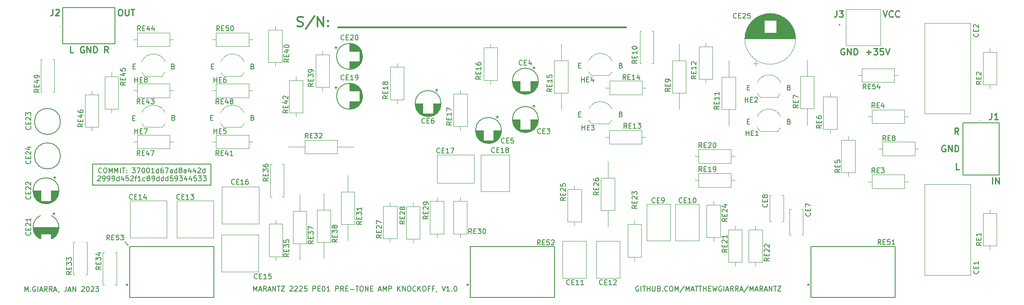
<source format=gbr>
%TF.GenerationSoftware,KiCad,Pcbnew,(6.0.7-1)-1*%
%TF.CreationDate,2023-01-17T23:08:22-05:00*%
%TF.ProjectId,2225_PE01,32323235-5f50-4453-9031-2e6b69636164,rev?*%
%TF.SameCoordinates,Original*%
%TF.FileFunction,Legend,Top*%
%TF.FilePolarity,Positive*%
%FSLAX46Y46*%
G04 Gerber Fmt 4.6, Leading zero omitted, Abs format (unit mm)*
G04 Created by KiCad (PCBNEW (6.0.7-1)-1) date 2023-01-17 23:08:22*
%MOMM*%
%LPD*%
G01*
G04 APERTURE LIST*
%ADD10C,0.254000*%
%ADD11C,0.160000*%
%ADD12C,0.300000*%
%ADD13C,0.150000*%
%ADD14C,0.200000*%
%ADD15C,0.100000*%
%ADD16C,0.120000*%
%ADD17C,0.250000*%
%ADD18R,1.650000X1.650000*%
%ADD19C,1.650000*%
%ADD20C,1.600000*%
%ADD21O,1.600000X1.600000*%
%ADD22R,1.500000X1.500000*%
%ADD23C,1.500000*%
%ADD24R,1.600000X1.600000*%
%ADD25R,2.500000X2.500000*%
%ADD26C,2.500000*%
%ADD27C,2.400000*%
%ADD28R,2.000000X2.000000*%
%ADD29C,2.000000*%
G04 APERTURE END LIST*
D10*
X174506666Y-1804523D02*
X174930000Y-3074523D01*
X175353333Y-1804523D01*
X176502380Y-2953571D02*
X176441904Y-3014047D01*
X176260476Y-3074523D01*
X176139523Y-3074523D01*
X175958095Y-3014047D01*
X175837142Y-2893095D01*
X175776666Y-2772142D01*
X175716190Y-2530238D01*
X175716190Y-2348809D01*
X175776666Y-2106904D01*
X175837142Y-1985952D01*
X175958095Y-1865000D01*
X176139523Y-1804523D01*
X176260476Y-1804523D01*
X176441904Y-1865000D01*
X176502380Y-1925476D01*
X177772380Y-2953571D02*
X177711904Y-3014047D01*
X177530476Y-3074523D01*
X177409523Y-3074523D01*
X177228095Y-3014047D01*
X177107142Y-2893095D01*
X177046666Y-2772142D01*
X176986190Y-2530238D01*
X176986190Y-2348809D01*
X177046666Y-2106904D01*
X177107142Y-1985952D01*
X177228095Y-1865000D01*
X177409523Y-1804523D01*
X177530476Y-1804523D01*
X177711904Y-1865000D01*
X177772380Y-1925476D01*
X196534761Y-36674523D02*
X196534761Y-35404523D01*
X197139523Y-36674523D02*
X197139523Y-35404523D01*
X197865238Y-36674523D01*
X197865238Y-35404523D01*
X187032142Y-28965000D02*
X186911190Y-28904523D01*
X186729762Y-28904523D01*
X186548333Y-28965000D01*
X186427381Y-29085952D01*
X186366904Y-29206904D01*
X186306428Y-29448809D01*
X186306428Y-29630238D01*
X186366904Y-29872142D01*
X186427381Y-29993095D01*
X186548333Y-30114047D01*
X186729762Y-30174523D01*
X186850714Y-30174523D01*
X187032142Y-30114047D01*
X187092619Y-30053571D01*
X187092619Y-29630238D01*
X186850714Y-29630238D01*
X187636904Y-30174523D02*
X187636904Y-28904523D01*
X188362619Y-30174523D01*
X188362619Y-28904523D01*
X188967381Y-30174523D02*
X188967381Y-28904523D01*
X189269762Y-28904523D01*
X189451190Y-28965000D01*
X189572142Y-29085952D01*
X189632619Y-29206904D01*
X189693095Y-29448809D01*
X189693095Y-29630238D01*
X189632619Y-29872142D01*
X189572142Y-29993095D01*
X189451190Y-30114047D01*
X189269762Y-30174523D01*
X188967381Y-30174523D01*
X189814047Y-33774523D02*
X189209285Y-33774523D01*
X189209285Y-32504523D01*
X189693095Y-26674523D02*
X189269761Y-26069761D01*
X188967380Y-26674523D02*
X188967380Y-25404523D01*
X189451190Y-25404523D01*
X189572142Y-25465000D01*
X189632619Y-25525476D01*
X189693095Y-25646428D01*
X189693095Y-25827857D01*
X189632619Y-25948809D01*
X189572142Y-26009285D01*
X189451190Y-26069761D01*
X188967380Y-26069761D01*
X166732380Y-9465000D02*
X166611428Y-9404523D01*
X166430000Y-9404523D01*
X166248571Y-9465000D01*
X166127619Y-9585952D01*
X166067142Y-9706904D01*
X166006666Y-9948809D01*
X166006666Y-10130238D01*
X166067142Y-10372142D01*
X166127619Y-10493095D01*
X166248571Y-10614047D01*
X166430000Y-10674523D01*
X166550952Y-10674523D01*
X166732380Y-10614047D01*
X166792857Y-10553571D01*
X166792857Y-10130238D01*
X166550952Y-10130238D01*
X167337142Y-10674523D02*
X167337142Y-9404523D01*
X168062857Y-10674523D01*
X168062857Y-9404523D01*
X168667619Y-10674523D02*
X168667619Y-9404523D01*
X168970000Y-9404523D01*
X169151428Y-9465000D01*
X169272380Y-9585952D01*
X169332857Y-9706904D01*
X169393333Y-9948809D01*
X169393333Y-10130238D01*
X169332857Y-10372142D01*
X169272380Y-10493095D01*
X169151428Y-10614047D01*
X168970000Y-10674523D01*
X168667619Y-10674523D01*
X171162380Y-10190714D02*
X172130000Y-10190714D01*
X171646190Y-10674523D02*
X171646190Y-9706904D01*
X172613809Y-9404523D02*
X173400000Y-9404523D01*
X172976666Y-9888333D01*
X173158095Y-9888333D01*
X173279047Y-9948809D01*
X173339523Y-10009285D01*
X173400000Y-10130238D01*
X173400000Y-10432619D01*
X173339523Y-10553571D01*
X173279047Y-10614047D01*
X173158095Y-10674523D01*
X172795238Y-10674523D01*
X172674285Y-10614047D01*
X172613809Y-10553571D01*
X174549047Y-9404523D02*
X173944285Y-9404523D01*
X173883809Y-10009285D01*
X173944285Y-9948809D01*
X174065238Y-9888333D01*
X174367619Y-9888333D01*
X174488571Y-9948809D01*
X174549047Y-10009285D01*
X174609523Y-10130238D01*
X174609523Y-10432619D01*
X174549047Y-10553571D01*
X174488571Y-10614047D01*
X174367619Y-10674523D01*
X174065238Y-10674523D01*
X173944285Y-10614047D01*
X173883809Y-10553571D01*
X174972380Y-9404523D02*
X175395714Y-10674523D01*
X175819047Y-9404523D01*
X21030000Y-1504523D02*
X21271904Y-1504523D01*
X21392857Y-1565000D01*
X21513809Y-1685952D01*
X21574285Y-1927857D01*
X21574285Y-2351190D01*
X21513809Y-2593095D01*
X21392857Y-2714047D01*
X21271904Y-2774523D01*
X21030000Y-2774523D01*
X20909047Y-2714047D01*
X20788095Y-2593095D01*
X20727619Y-2351190D01*
X20727619Y-1927857D01*
X20788095Y-1685952D01*
X20909047Y-1565000D01*
X21030000Y-1504523D01*
X22118571Y-1504523D02*
X22118571Y-2532619D01*
X22179047Y-2653571D01*
X22239523Y-2714047D01*
X22360476Y-2774523D01*
X22602380Y-2774523D01*
X22723333Y-2714047D01*
X22783809Y-2653571D01*
X22844285Y-2532619D01*
X22844285Y-1504523D01*
X23267619Y-1504523D02*
X23993333Y-1504523D01*
X23630476Y-2774523D02*
X23630476Y-1504523D01*
X18693095Y-10274523D02*
X18269761Y-9669761D01*
X17967380Y-10274523D02*
X17967380Y-9004523D01*
X18451190Y-9004523D01*
X18572142Y-9065000D01*
X18632619Y-9125476D01*
X18693095Y-9246428D01*
X18693095Y-9427857D01*
X18632619Y-9548809D01*
X18572142Y-9609285D01*
X18451190Y-9669761D01*
X17967380Y-9669761D01*
X13832380Y-9065000D02*
X13711428Y-9004523D01*
X13530000Y-9004523D01*
X13348571Y-9065000D01*
X13227619Y-9185952D01*
X13167142Y-9306904D01*
X13106666Y-9548809D01*
X13106666Y-9730238D01*
X13167142Y-9972142D01*
X13227619Y-10093095D01*
X13348571Y-10214047D01*
X13530000Y-10274523D01*
X13650952Y-10274523D01*
X13832380Y-10214047D01*
X13892857Y-10153571D01*
X13892857Y-9730238D01*
X13650952Y-9730238D01*
X14437142Y-10274523D02*
X14437142Y-9004523D01*
X15162857Y-10274523D01*
X15162857Y-9004523D01*
X15767619Y-10274523D02*
X15767619Y-9004523D01*
X16070000Y-9004523D01*
X16251428Y-9065000D01*
X16372380Y-9185952D01*
X16432857Y-9306904D01*
X16493333Y-9548809D01*
X16493333Y-9730238D01*
X16432857Y-9972142D01*
X16372380Y-10093095D01*
X16251428Y-10214047D01*
X16070000Y-10274523D01*
X15767619Y-10274523D01*
X11693095Y-10274523D02*
X11088333Y-10274523D01*
X11088333Y-9004523D01*
D11*
X22700000Y-49000000D02*
X22100000Y-48300000D01*
X15600000Y-32700000D02*
X39400000Y-32700000D01*
X39400000Y-32700000D02*
X39400000Y-36900000D01*
X39400000Y-36900000D02*
X15600000Y-36900000D01*
X15600000Y-36900000D02*
X15600000Y-32700000D01*
X17404761Y-34352142D02*
X17357142Y-34399761D01*
X17214285Y-34447380D01*
X17119047Y-34447380D01*
X16976190Y-34399761D01*
X16880952Y-34304523D01*
X16833333Y-34209285D01*
X16785714Y-34018809D01*
X16785714Y-33875952D01*
X16833333Y-33685476D01*
X16880952Y-33590238D01*
X16976190Y-33495000D01*
X17119047Y-33447380D01*
X17214285Y-33447380D01*
X17357142Y-33495000D01*
X17404761Y-33542619D01*
X18023809Y-33447380D02*
X18214285Y-33447380D01*
X18309523Y-33495000D01*
X18404761Y-33590238D01*
X18452380Y-33780714D01*
X18452380Y-34114047D01*
X18404761Y-34304523D01*
X18309523Y-34399761D01*
X18214285Y-34447380D01*
X18023809Y-34447380D01*
X17928571Y-34399761D01*
X17833333Y-34304523D01*
X17785714Y-34114047D01*
X17785714Y-33780714D01*
X17833333Y-33590238D01*
X17928571Y-33495000D01*
X18023809Y-33447380D01*
X18880952Y-34447380D02*
X18880952Y-33447380D01*
X19214285Y-34161666D01*
X19547619Y-33447380D01*
X19547619Y-34447380D01*
X20023809Y-34447380D02*
X20023809Y-33447380D01*
X20357142Y-34161666D01*
X20690476Y-33447380D01*
X20690476Y-34447380D01*
X21166666Y-34447380D02*
X21166666Y-33447380D01*
X21500000Y-33447380D02*
X22071428Y-33447380D01*
X21785714Y-34447380D02*
X21785714Y-33447380D01*
X22404761Y-34352142D02*
X22452380Y-34399761D01*
X22404761Y-34447380D01*
X22357142Y-34399761D01*
X22404761Y-34352142D01*
X22404761Y-34447380D01*
X22404761Y-33828333D02*
X22452380Y-33875952D01*
X22404761Y-33923571D01*
X22357142Y-33875952D01*
X22404761Y-33828333D01*
X22404761Y-33923571D01*
X23547619Y-33447380D02*
X24166666Y-33447380D01*
X23833333Y-33828333D01*
X23976190Y-33828333D01*
X24071428Y-33875952D01*
X24119047Y-33923571D01*
X24166666Y-34018809D01*
X24166666Y-34256904D01*
X24119047Y-34352142D01*
X24071428Y-34399761D01*
X23976190Y-34447380D01*
X23690476Y-34447380D01*
X23595238Y-34399761D01*
X23547619Y-34352142D01*
X24500000Y-33447380D02*
X25166666Y-33447380D01*
X24738095Y-34447380D01*
X25738095Y-33447380D02*
X25833333Y-33447380D01*
X25928571Y-33495000D01*
X25976190Y-33542619D01*
X26023809Y-33637857D01*
X26071428Y-33828333D01*
X26071428Y-34066428D01*
X26023809Y-34256904D01*
X25976190Y-34352142D01*
X25928571Y-34399761D01*
X25833333Y-34447380D01*
X25738095Y-34447380D01*
X25642857Y-34399761D01*
X25595238Y-34352142D01*
X25547619Y-34256904D01*
X25500000Y-34066428D01*
X25500000Y-33828333D01*
X25547619Y-33637857D01*
X25595238Y-33542619D01*
X25642857Y-33495000D01*
X25738095Y-33447380D01*
X26690476Y-33447380D02*
X26785714Y-33447380D01*
X26880952Y-33495000D01*
X26928571Y-33542619D01*
X26976190Y-33637857D01*
X27023809Y-33828333D01*
X27023809Y-34066428D01*
X26976190Y-34256904D01*
X26928571Y-34352142D01*
X26880952Y-34399761D01*
X26785714Y-34447380D01*
X26690476Y-34447380D01*
X26595238Y-34399761D01*
X26547619Y-34352142D01*
X26500000Y-34256904D01*
X26452380Y-34066428D01*
X26452380Y-33828333D01*
X26500000Y-33637857D01*
X26547619Y-33542619D01*
X26595238Y-33495000D01*
X26690476Y-33447380D01*
X27976190Y-34447380D02*
X27404761Y-34447380D01*
X27690476Y-34447380D02*
X27690476Y-33447380D01*
X27595238Y-33590238D01*
X27499999Y-33685476D01*
X27404761Y-33733095D01*
X28833333Y-34447380D02*
X28833333Y-33447380D01*
X28833333Y-34399761D02*
X28738095Y-34447380D01*
X28547619Y-34447380D01*
X28452380Y-34399761D01*
X28404761Y-34352142D01*
X28357142Y-34256904D01*
X28357142Y-33971190D01*
X28404761Y-33875952D01*
X28452380Y-33828333D01*
X28547619Y-33780714D01*
X28738095Y-33780714D01*
X28833333Y-33828333D01*
X29738095Y-33447380D02*
X29547619Y-33447380D01*
X29452380Y-33495000D01*
X29404761Y-33542619D01*
X29309523Y-33685476D01*
X29261904Y-33875952D01*
X29261904Y-34256904D01*
X29309523Y-34352142D01*
X29357142Y-34399761D01*
X29452380Y-34447380D01*
X29642857Y-34447380D01*
X29738095Y-34399761D01*
X29785714Y-34352142D01*
X29833333Y-34256904D01*
X29833333Y-34018809D01*
X29785714Y-33923571D01*
X29738095Y-33875952D01*
X29642857Y-33828333D01*
X29452380Y-33828333D01*
X29357142Y-33875952D01*
X29309523Y-33923571D01*
X29261904Y-34018809D01*
X30166666Y-33447380D02*
X30833333Y-33447380D01*
X30404761Y-34447380D01*
X31642857Y-34447380D02*
X31642857Y-33923571D01*
X31595238Y-33828333D01*
X31499999Y-33780714D01*
X31309523Y-33780714D01*
X31214285Y-33828333D01*
X31642857Y-34399761D02*
X31547619Y-34447380D01*
X31309523Y-34447380D01*
X31214285Y-34399761D01*
X31166666Y-34304523D01*
X31166666Y-34209285D01*
X31214285Y-34114047D01*
X31309523Y-34066428D01*
X31547619Y-34066428D01*
X31642857Y-34018809D01*
X32547619Y-34447380D02*
X32547619Y-33447380D01*
X32547619Y-34399761D02*
X32452380Y-34447380D01*
X32261904Y-34447380D01*
X32166666Y-34399761D01*
X32119047Y-34352142D01*
X32071428Y-34256904D01*
X32071428Y-33971190D01*
X32119047Y-33875952D01*
X32166666Y-33828333D01*
X32261904Y-33780714D01*
X32452380Y-33780714D01*
X32547619Y-33828333D01*
X33166666Y-33875952D02*
X33071428Y-33828333D01*
X33023809Y-33780714D01*
X32976190Y-33685476D01*
X32976190Y-33637857D01*
X33023809Y-33542619D01*
X33071428Y-33495000D01*
X33166666Y-33447380D01*
X33357142Y-33447380D01*
X33452380Y-33495000D01*
X33499999Y-33542619D01*
X33547619Y-33637857D01*
X33547619Y-33685476D01*
X33499999Y-33780714D01*
X33452380Y-33828333D01*
X33357142Y-33875952D01*
X33166666Y-33875952D01*
X33071428Y-33923571D01*
X33023809Y-33971190D01*
X32976190Y-34066428D01*
X32976190Y-34256904D01*
X33023809Y-34352142D01*
X33071428Y-34399761D01*
X33166666Y-34447380D01*
X33357142Y-34447380D01*
X33452380Y-34399761D01*
X33499999Y-34352142D01*
X33547619Y-34256904D01*
X33547619Y-34066428D01*
X33499999Y-33971190D01*
X33452380Y-33923571D01*
X33357142Y-33875952D01*
X34404761Y-34447380D02*
X34404761Y-33923571D01*
X34357142Y-33828333D01*
X34261904Y-33780714D01*
X34071428Y-33780714D01*
X33976190Y-33828333D01*
X34404761Y-34399761D02*
X34309523Y-34447380D01*
X34071428Y-34447380D01*
X33976190Y-34399761D01*
X33928571Y-34304523D01*
X33928571Y-34209285D01*
X33976190Y-34114047D01*
X34071428Y-34066428D01*
X34309523Y-34066428D01*
X34404761Y-34018809D01*
X35309523Y-33780714D02*
X35309523Y-34447380D01*
X35071428Y-33399761D02*
X34833333Y-34114047D01*
X35452380Y-34114047D01*
X36261904Y-33780714D02*
X36261904Y-34447380D01*
X36023809Y-33399761D02*
X35785714Y-34114047D01*
X36404761Y-34114047D01*
X36738095Y-33542619D02*
X36785714Y-33495000D01*
X36880952Y-33447380D01*
X37119047Y-33447380D01*
X37214285Y-33495000D01*
X37261904Y-33542619D01*
X37309523Y-33637857D01*
X37309523Y-33733095D01*
X37261904Y-33875952D01*
X36690476Y-34447380D01*
X37309523Y-34447380D01*
X38166666Y-34447380D02*
X38166666Y-33447380D01*
X38166666Y-34399761D02*
X38071428Y-34447380D01*
X37880952Y-34447380D01*
X37785714Y-34399761D01*
X37738095Y-34352142D01*
X37690476Y-34256904D01*
X37690476Y-33971190D01*
X37738095Y-33875952D01*
X37785714Y-33828333D01*
X37880952Y-33780714D01*
X38071428Y-33780714D01*
X38166666Y-33828333D01*
X16595238Y-35152619D02*
X16642857Y-35105000D01*
X16738095Y-35057380D01*
X16976190Y-35057380D01*
X17071428Y-35105000D01*
X17119047Y-35152619D01*
X17166666Y-35247857D01*
X17166666Y-35343095D01*
X17119047Y-35485952D01*
X16547619Y-36057380D01*
X17166666Y-36057380D01*
X17642857Y-36057380D02*
X17833333Y-36057380D01*
X17928571Y-36009761D01*
X17976190Y-35962142D01*
X18071428Y-35819285D01*
X18119047Y-35628809D01*
X18119047Y-35247857D01*
X18071428Y-35152619D01*
X18023809Y-35105000D01*
X17928571Y-35057380D01*
X17738095Y-35057380D01*
X17642857Y-35105000D01*
X17595238Y-35152619D01*
X17547619Y-35247857D01*
X17547619Y-35485952D01*
X17595238Y-35581190D01*
X17642857Y-35628809D01*
X17738095Y-35676428D01*
X17928571Y-35676428D01*
X18023809Y-35628809D01*
X18071428Y-35581190D01*
X18119047Y-35485952D01*
X18595238Y-36057380D02*
X18785714Y-36057380D01*
X18880952Y-36009761D01*
X18928571Y-35962142D01*
X19023809Y-35819285D01*
X19071428Y-35628809D01*
X19071428Y-35247857D01*
X19023809Y-35152619D01*
X18976190Y-35105000D01*
X18880952Y-35057380D01*
X18690476Y-35057380D01*
X18595238Y-35105000D01*
X18547619Y-35152619D01*
X18500000Y-35247857D01*
X18500000Y-35485952D01*
X18547619Y-35581190D01*
X18595238Y-35628809D01*
X18690476Y-35676428D01*
X18880952Y-35676428D01*
X18976190Y-35628809D01*
X19023809Y-35581190D01*
X19071428Y-35485952D01*
X19547619Y-36057380D02*
X19738095Y-36057380D01*
X19833333Y-36009761D01*
X19880952Y-35962142D01*
X19976190Y-35819285D01*
X20023809Y-35628809D01*
X20023809Y-35247857D01*
X19976190Y-35152619D01*
X19928571Y-35105000D01*
X19833333Y-35057380D01*
X19642857Y-35057380D01*
X19547619Y-35105000D01*
X19499999Y-35152619D01*
X19452380Y-35247857D01*
X19452380Y-35485952D01*
X19499999Y-35581190D01*
X19547619Y-35628809D01*
X19642857Y-35676428D01*
X19833333Y-35676428D01*
X19928571Y-35628809D01*
X19976190Y-35581190D01*
X20023809Y-35485952D01*
X20880952Y-36057380D02*
X20880952Y-35057380D01*
X20880952Y-36009761D02*
X20785714Y-36057380D01*
X20595238Y-36057380D01*
X20500000Y-36009761D01*
X20452380Y-35962142D01*
X20404761Y-35866904D01*
X20404761Y-35581190D01*
X20452380Y-35485952D01*
X20500000Y-35438333D01*
X20595238Y-35390714D01*
X20785714Y-35390714D01*
X20880952Y-35438333D01*
X21785714Y-35390714D02*
X21785714Y-36057380D01*
X21547619Y-35009761D02*
X21309523Y-35724047D01*
X21928571Y-35724047D01*
X22785714Y-35057380D02*
X22309523Y-35057380D01*
X22261904Y-35533571D01*
X22309523Y-35485952D01*
X22404761Y-35438333D01*
X22642857Y-35438333D01*
X22738095Y-35485952D01*
X22785714Y-35533571D01*
X22833333Y-35628809D01*
X22833333Y-35866904D01*
X22785714Y-35962142D01*
X22738095Y-36009761D01*
X22642857Y-36057380D01*
X22404761Y-36057380D01*
X22309523Y-36009761D01*
X22261904Y-35962142D01*
X23214285Y-35152619D02*
X23261904Y-35105000D01*
X23357142Y-35057380D01*
X23595238Y-35057380D01*
X23690476Y-35105000D01*
X23738095Y-35152619D01*
X23785714Y-35247857D01*
X23785714Y-35343095D01*
X23738095Y-35485952D01*
X23166666Y-36057380D01*
X23785714Y-36057380D01*
X24071428Y-35390714D02*
X24452380Y-35390714D01*
X24214285Y-36057380D02*
X24214285Y-35200238D01*
X24261904Y-35105000D01*
X24357142Y-35057380D01*
X24452380Y-35057380D01*
X25309523Y-36057380D02*
X24738095Y-36057380D01*
X25023809Y-36057380D02*
X25023809Y-35057380D01*
X24928571Y-35200238D01*
X24833333Y-35295476D01*
X24738095Y-35343095D01*
X26166666Y-36009761D02*
X26071428Y-36057380D01*
X25880952Y-36057380D01*
X25785714Y-36009761D01*
X25738095Y-35962142D01*
X25690476Y-35866904D01*
X25690476Y-35581190D01*
X25738095Y-35485952D01*
X25785714Y-35438333D01*
X25880952Y-35390714D01*
X26071428Y-35390714D01*
X26166666Y-35438333D01*
X26738095Y-35485952D02*
X26642857Y-35438333D01*
X26595238Y-35390714D01*
X26547619Y-35295476D01*
X26547619Y-35247857D01*
X26595238Y-35152619D01*
X26642857Y-35105000D01*
X26738095Y-35057380D01*
X26928571Y-35057380D01*
X27023809Y-35105000D01*
X27071428Y-35152619D01*
X27119047Y-35247857D01*
X27119047Y-35295476D01*
X27071428Y-35390714D01*
X27023809Y-35438333D01*
X26928571Y-35485952D01*
X26738095Y-35485952D01*
X26642857Y-35533571D01*
X26595238Y-35581190D01*
X26547619Y-35676428D01*
X26547619Y-35866904D01*
X26595238Y-35962142D01*
X26642857Y-36009761D01*
X26738095Y-36057380D01*
X26928571Y-36057380D01*
X27023809Y-36009761D01*
X27071428Y-35962142D01*
X27119047Y-35866904D01*
X27119047Y-35676428D01*
X27071428Y-35581190D01*
X27023809Y-35533571D01*
X26928571Y-35485952D01*
X27595238Y-36057380D02*
X27785714Y-36057380D01*
X27880952Y-36009761D01*
X27928571Y-35962142D01*
X28023809Y-35819285D01*
X28071428Y-35628809D01*
X28071428Y-35247857D01*
X28023809Y-35152619D01*
X27976190Y-35105000D01*
X27880952Y-35057380D01*
X27690476Y-35057380D01*
X27595238Y-35105000D01*
X27547619Y-35152619D01*
X27499999Y-35247857D01*
X27499999Y-35485952D01*
X27547619Y-35581190D01*
X27595238Y-35628809D01*
X27690476Y-35676428D01*
X27880952Y-35676428D01*
X27976190Y-35628809D01*
X28023809Y-35581190D01*
X28071428Y-35485952D01*
X28928571Y-36057380D02*
X28928571Y-35057380D01*
X28928571Y-36009761D02*
X28833333Y-36057380D01*
X28642857Y-36057380D01*
X28547619Y-36009761D01*
X28499999Y-35962142D01*
X28452380Y-35866904D01*
X28452380Y-35581190D01*
X28499999Y-35485952D01*
X28547619Y-35438333D01*
X28642857Y-35390714D01*
X28833333Y-35390714D01*
X28928571Y-35438333D01*
X29833333Y-36057380D02*
X29833333Y-35057380D01*
X29833333Y-36009761D02*
X29738095Y-36057380D01*
X29547619Y-36057380D01*
X29452380Y-36009761D01*
X29404761Y-35962142D01*
X29357142Y-35866904D01*
X29357142Y-35581190D01*
X29404761Y-35485952D01*
X29452380Y-35438333D01*
X29547619Y-35390714D01*
X29738095Y-35390714D01*
X29833333Y-35438333D01*
X30738095Y-36057380D02*
X30738095Y-35057380D01*
X30738095Y-36009761D02*
X30642857Y-36057380D01*
X30452380Y-36057380D01*
X30357142Y-36009761D01*
X30309523Y-35962142D01*
X30261904Y-35866904D01*
X30261904Y-35581190D01*
X30309523Y-35485952D01*
X30357142Y-35438333D01*
X30452380Y-35390714D01*
X30642857Y-35390714D01*
X30738095Y-35438333D01*
X31690476Y-35057380D02*
X31214285Y-35057380D01*
X31166666Y-35533571D01*
X31214285Y-35485952D01*
X31309523Y-35438333D01*
X31547619Y-35438333D01*
X31642857Y-35485952D01*
X31690476Y-35533571D01*
X31738095Y-35628809D01*
X31738095Y-35866904D01*
X31690476Y-35962142D01*
X31642857Y-36009761D01*
X31547619Y-36057380D01*
X31309523Y-36057380D01*
X31214285Y-36009761D01*
X31166666Y-35962142D01*
X32214285Y-36057380D02*
X32404761Y-36057380D01*
X32499999Y-36009761D01*
X32547619Y-35962142D01*
X32642857Y-35819285D01*
X32690476Y-35628809D01*
X32690476Y-35247857D01*
X32642857Y-35152619D01*
X32595238Y-35105000D01*
X32499999Y-35057380D01*
X32309523Y-35057380D01*
X32214285Y-35105000D01*
X32166666Y-35152619D01*
X32119047Y-35247857D01*
X32119047Y-35485952D01*
X32166666Y-35581190D01*
X32214285Y-35628809D01*
X32309523Y-35676428D01*
X32499999Y-35676428D01*
X32595238Y-35628809D01*
X32642857Y-35581190D01*
X32690476Y-35485952D01*
X33023809Y-35057380D02*
X33642857Y-35057380D01*
X33309523Y-35438333D01*
X33452380Y-35438333D01*
X33547619Y-35485952D01*
X33595238Y-35533571D01*
X33642857Y-35628809D01*
X33642857Y-35866904D01*
X33595238Y-35962142D01*
X33547619Y-36009761D01*
X33452380Y-36057380D01*
X33166666Y-36057380D01*
X33071428Y-36009761D01*
X33023809Y-35962142D01*
X34499999Y-35390714D02*
X34499999Y-36057380D01*
X34261904Y-35009761D02*
X34023809Y-35724047D01*
X34642857Y-35724047D01*
X35452380Y-35390714D02*
X35452380Y-36057380D01*
X35214285Y-35009761D02*
X34976190Y-35724047D01*
X35595238Y-35724047D01*
X36452380Y-35057380D02*
X35976190Y-35057380D01*
X35928571Y-35533571D01*
X35976190Y-35485952D01*
X36071428Y-35438333D01*
X36309523Y-35438333D01*
X36404761Y-35485952D01*
X36452380Y-35533571D01*
X36499999Y-35628809D01*
X36499999Y-35866904D01*
X36452380Y-35962142D01*
X36404761Y-36009761D01*
X36309523Y-36057380D01*
X36071428Y-36057380D01*
X35976190Y-36009761D01*
X35928571Y-35962142D01*
X36833333Y-35057380D02*
X37452380Y-35057380D01*
X37119047Y-35438333D01*
X37261904Y-35438333D01*
X37357142Y-35485952D01*
X37404761Y-35533571D01*
X37452380Y-35628809D01*
X37452380Y-35866904D01*
X37404761Y-35962142D01*
X37357142Y-36009761D01*
X37261904Y-36057380D01*
X36976190Y-36057380D01*
X36880952Y-36009761D01*
X36833333Y-35962142D01*
X37785714Y-35057380D02*
X38404761Y-35057380D01*
X38071428Y-35438333D01*
X38214285Y-35438333D01*
X38309523Y-35485952D01*
X38357142Y-35533571D01*
X38404761Y-35628809D01*
X38404761Y-35866904D01*
X38357142Y-35962142D01*
X38309523Y-36009761D01*
X38214285Y-36057380D01*
X37928571Y-36057380D01*
X37833333Y-36009761D01*
X37785714Y-35962142D01*
X125365904Y-57300000D02*
X125270666Y-57252380D01*
X125127809Y-57252380D01*
X124984952Y-57300000D01*
X124889714Y-57395238D01*
X124842095Y-57490476D01*
X124794476Y-57680952D01*
X124794476Y-57823809D01*
X124842095Y-58014285D01*
X124889714Y-58109523D01*
X124984952Y-58204761D01*
X125127809Y-58252380D01*
X125223047Y-58252380D01*
X125365904Y-58204761D01*
X125413523Y-58157142D01*
X125413523Y-57823809D01*
X125223047Y-57823809D01*
X125842095Y-58252380D02*
X125842095Y-57252380D01*
X126175428Y-57252380D02*
X126746857Y-57252380D01*
X126461142Y-58252380D02*
X126461142Y-57252380D01*
X127080190Y-58252380D02*
X127080190Y-57252380D01*
X127080190Y-57728571D02*
X127651619Y-57728571D01*
X127651619Y-58252380D02*
X127651619Y-57252380D01*
X128127809Y-57252380D02*
X128127809Y-58061904D01*
X128175428Y-58157142D01*
X128223047Y-58204761D01*
X128318285Y-58252380D01*
X128508761Y-58252380D01*
X128604000Y-58204761D01*
X128651619Y-58157142D01*
X128699238Y-58061904D01*
X128699238Y-57252380D01*
X129508761Y-57728571D02*
X129651619Y-57776190D01*
X129699238Y-57823809D01*
X129746857Y-57919047D01*
X129746857Y-58061904D01*
X129699238Y-58157142D01*
X129651619Y-58204761D01*
X129556380Y-58252380D01*
X129175428Y-58252380D01*
X129175428Y-57252380D01*
X129508761Y-57252380D01*
X129604000Y-57300000D01*
X129651619Y-57347619D01*
X129699238Y-57442857D01*
X129699238Y-57538095D01*
X129651619Y-57633333D01*
X129604000Y-57680952D01*
X129508761Y-57728571D01*
X129175428Y-57728571D01*
X130175428Y-58157142D02*
X130223047Y-58204761D01*
X130175428Y-58252380D01*
X130127809Y-58204761D01*
X130175428Y-58157142D01*
X130175428Y-58252380D01*
X131223047Y-58157142D02*
X131175428Y-58204761D01*
X131032571Y-58252380D01*
X130937333Y-58252380D01*
X130794476Y-58204761D01*
X130699238Y-58109523D01*
X130651619Y-58014285D01*
X130604000Y-57823809D01*
X130604000Y-57680952D01*
X130651619Y-57490476D01*
X130699238Y-57395238D01*
X130794476Y-57300000D01*
X130937333Y-57252380D01*
X131032571Y-57252380D01*
X131175428Y-57300000D01*
X131223047Y-57347619D01*
X131842095Y-57252380D02*
X132032571Y-57252380D01*
X132127809Y-57300000D01*
X132223047Y-57395238D01*
X132270666Y-57585714D01*
X132270666Y-57919047D01*
X132223047Y-58109523D01*
X132127809Y-58204761D01*
X132032571Y-58252380D01*
X131842095Y-58252380D01*
X131746857Y-58204761D01*
X131651619Y-58109523D01*
X131604000Y-57919047D01*
X131604000Y-57585714D01*
X131651619Y-57395238D01*
X131746857Y-57300000D01*
X131842095Y-57252380D01*
X132699238Y-58252380D02*
X132699238Y-57252380D01*
X133032571Y-57966666D01*
X133365904Y-57252380D01*
X133365904Y-58252380D01*
X134556380Y-57204761D02*
X133699238Y-58490476D01*
X134889714Y-58252380D02*
X134889714Y-57252380D01*
X135223047Y-57966666D01*
X135556380Y-57252380D01*
X135556380Y-58252380D01*
X135984952Y-57966666D02*
X136461142Y-57966666D01*
X135889714Y-58252380D02*
X136223047Y-57252380D01*
X136556380Y-58252380D01*
X136746857Y-57252380D02*
X137318285Y-57252380D01*
X137032571Y-58252380D02*
X137032571Y-57252380D01*
X137508761Y-57252380D02*
X138080190Y-57252380D01*
X137794476Y-58252380D02*
X137794476Y-57252380D01*
X138413523Y-58252380D02*
X138413523Y-57252380D01*
X138413523Y-57728571D02*
X138984952Y-57728571D01*
X138984952Y-58252380D02*
X138984952Y-57252380D01*
X139461142Y-57728571D02*
X139794476Y-57728571D01*
X139937333Y-58252380D02*
X139461142Y-58252380D01*
X139461142Y-57252380D01*
X139937333Y-57252380D01*
X140270666Y-57252380D02*
X140508761Y-58252380D01*
X140699238Y-57538095D01*
X140889714Y-58252380D01*
X141127809Y-57252380D01*
X142032571Y-57300000D02*
X141937333Y-57252380D01*
X141794476Y-57252380D01*
X141651619Y-57300000D01*
X141556380Y-57395238D01*
X141508761Y-57490476D01*
X141461142Y-57680952D01*
X141461142Y-57823809D01*
X141508761Y-58014285D01*
X141556380Y-58109523D01*
X141651619Y-58204761D01*
X141794476Y-58252380D01*
X141889714Y-58252380D01*
X142032571Y-58204761D01*
X142080190Y-58157142D01*
X142080190Y-57823809D01*
X141889714Y-57823809D01*
X142508761Y-58252380D02*
X142508761Y-57252380D01*
X142937333Y-57966666D02*
X143413523Y-57966666D01*
X142842095Y-58252380D02*
X143175428Y-57252380D01*
X143508761Y-58252380D01*
X144413523Y-58252380D02*
X144080190Y-57776190D01*
X143842095Y-58252380D02*
X143842095Y-57252380D01*
X144223047Y-57252380D01*
X144318285Y-57300000D01*
X144365904Y-57347619D01*
X144413523Y-57442857D01*
X144413523Y-57585714D01*
X144365904Y-57680952D01*
X144318285Y-57728571D01*
X144223047Y-57776190D01*
X143842095Y-57776190D01*
X145413523Y-58252380D02*
X145080190Y-57776190D01*
X144842095Y-58252380D02*
X144842095Y-57252380D01*
X145223047Y-57252380D01*
X145318285Y-57300000D01*
X145365904Y-57347619D01*
X145413523Y-57442857D01*
X145413523Y-57585714D01*
X145365904Y-57680952D01*
X145318285Y-57728571D01*
X145223047Y-57776190D01*
X144842095Y-57776190D01*
X145794476Y-57966666D02*
X146270666Y-57966666D01*
X145699238Y-58252380D02*
X146032571Y-57252380D01*
X146365904Y-58252380D01*
X147413523Y-57204761D02*
X146556380Y-58490476D01*
X147746857Y-58252380D02*
X147746857Y-57252380D01*
X148080190Y-57966666D01*
X148413523Y-57252380D01*
X148413523Y-58252380D01*
X148842095Y-57966666D02*
X149318285Y-57966666D01*
X148746857Y-58252380D02*
X149080190Y-57252380D01*
X149413523Y-58252380D01*
X150318285Y-58252380D02*
X149984952Y-57776190D01*
X149746857Y-58252380D02*
X149746857Y-57252380D01*
X150127809Y-57252380D01*
X150223047Y-57300000D01*
X150270666Y-57347619D01*
X150318285Y-57442857D01*
X150318285Y-57585714D01*
X150270666Y-57680952D01*
X150223047Y-57728571D01*
X150127809Y-57776190D01*
X149746857Y-57776190D01*
X150699238Y-57966666D02*
X151175428Y-57966666D01*
X150604000Y-58252380D02*
X150937333Y-57252380D01*
X151270666Y-58252380D01*
X151604000Y-58252380D02*
X151604000Y-57252380D01*
X152175428Y-58252380D01*
X152175428Y-57252380D01*
X152508761Y-57252380D02*
X153080190Y-57252380D01*
X152794476Y-58252380D02*
X152794476Y-57252380D01*
X153318285Y-57252380D02*
X153984952Y-57252380D01*
X153318285Y-58252380D01*
X153984952Y-58252380D01*
X1942095Y-58332880D02*
X1942095Y-57332880D01*
X2275428Y-58047166D01*
X2608761Y-57332880D01*
X2608761Y-58332880D01*
X3084952Y-58237642D02*
X3132571Y-58285261D01*
X3084952Y-58332880D01*
X3037333Y-58285261D01*
X3084952Y-58237642D01*
X3084952Y-58332880D01*
X4084952Y-57380500D02*
X3989714Y-57332880D01*
X3846857Y-57332880D01*
X3704000Y-57380500D01*
X3608761Y-57475738D01*
X3561142Y-57570976D01*
X3513523Y-57761452D01*
X3513523Y-57904309D01*
X3561142Y-58094785D01*
X3608761Y-58190023D01*
X3704000Y-58285261D01*
X3846857Y-58332880D01*
X3942095Y-58332880D01*
X4084952Y-58285261D01*
X4132571Y-58237642D01*
X4132571Y-57904309D01*
X3942095Y-57904309D01*
X4561142Y-58332880D02*
X4561142Y-57332880D01*
X4989714Y-58047166D02*
X5465904Y-58047166D01*
X4894476Y-58332880D02*
X5227809Y-57332880D01*
X5561142Y-58332880D01*
X6465904Y-58332880D02*
X6132571Y-57856690D01*
X5894476Y-58332880D02*
X5894476Y-57332880D01*
X6275428Y-57332880D01*
X6370666Y-57380500D01*
X6418285Y-57428119D01*
X6465904Y-57523357D01*
X6465904Y-57666214D01*
X6418285Y-57761452D01*
X6370666Y-57809071D01*
X6275428Y-57856690D01*
X5894476Y-57856690D01*
X7465904Y-58332880D02*
X7132571Y-57856690D01*
X6894476Y-58332880D02*
X6894476Y-57332880D01*
X7275428Y-57332880D01*
X7370666Y-57380500D01*
X7418285Y-57428119D01*
X7465904Y-57523357D01*
X7465904Y-57666214D01*
X7418285Y-57761452D01*
X7370666Y-57809071D01*
X7275428Y-57856690D01*
X6894476Y-57856690D01*
X7846857Y-58047166D02*
X8323047Y-58047166D01*
X7751619Y-58332880D02*
X8084952Y-57332880D01*
X8418285Y-58332880D01*
X8799238Y-58285261D02*
X8799238Y-58332880D01*
X8751619Y-58428119D01*
X8704000Y-58475738D01*
X10275428Y-57332880D02*
X10275428Y-58047166D01*
X10227809Y-58190023D01*
X10132571Y-58285261D01*
X9989714Y-58332880D01*
X9894476Y-58332880D01*
X10704000Y-58047166D02*
X11180190Y-58047166D01*
X10608761Y-58332880D02*
X10942095Y-57332880D01*
X11275428Y-58332880D01*
X11608761Y-58332880D02*
X11608761Y-57332880D01*
X12180190Y-58332880D01*
X12180190Y-57332880D01*
X13370666Y-57428119D02*
X13418285Y-57380500D01*
X13513523Y-57332880D01*
X13751619Y-57332880D01*
X13846857Y-57380500D01*
X13894476Y-57428119D01*
X13942095Y-57523357D01*
X13942095Y-57618595D01*
X13894476Y-57761452D01*
X13323047Y-58332880D01*
X13942095Y-58332880D01*
X14561142Y-57332880D02*
X14656380Y-57332880D01*
X14751619Y-57380500D01*
X14799238Y-57428119D01*
X14846857Y-57523357D01*
X14894476Y-57713833D01*
X14894476Y-57951928D01*
X14846857Y-58142404D01*
X14799238Y-58237642D01*
X14751619Y-58285261D01*
X14656380Y-58332880D01*
X14561142Y-58332880D01*
X14465904Y-58285261D01*
X14418285Y-58237642D01*
X14370666Y-58142404D01*
X14323047Y-57951928D01*
X14323047Y-57713833D01*
X14370666Y-57523357D01*
X14418285Y-57428119D01*
X14465904Y-57380500D01*
X14561142Y-57332880D01*
X15275428Y-57428119D02*
X15323047Y-57380500D01*
X15418285Y-57332880D01*
X15656380Y-57332880D01*
X15751619Y-57380500D01*
X15799238Y-57428119D01*
X15846857Y-57523357D01*
X15846857Y-57618595D01*
X15799238Y-57761452D01*
X15227809Y-58332880D01*
X15846857Y-58332880D01*
X16180190Y-57332880D02*
X16799238Y-57332880D01*
X16465904Y-57713833D01*
X16608761Y-57713833D01*
X16703999Y-57761452D01*
X16751619Y-57809071D01*
X16799238Y-57904309D01*
X16799238Y-58142404D01*
X16751619Y-58237642D01*
X16703999Y-58285261D01*
X16608761Y-58332880D01*
X16323047Y-58332880D01*
X16227809Y-58285261D01*
X16180190Y-58237642D01*
X47942095Y-58252380D02*
X47942095Y-57252380D01*
X48275428Y-57966666D01*
X48608761Y-57252380D01*
X48608761Y-58252380D01*
X49037333Y-57966666D02*
X49513523Y-57966666D01*
X48942095Y-58252380D02*
X49275428Y-57252380D01*
X49608761Y-58252380D01*
X50513523Y-58252380D02*
X50180190Y-57776190D01*
X49942095Y-58252380D02*
X49942095Y-57252380D01*
X50323047Y-57252380D01*
X50418285Y-57300000D01*
X50465904Y-57347619D01*
X50513523Y-57442857D01*
X50513523Y-57585714D01*
X50465904Y-57680952D01*
X50418285Y-57728571D01*
X50323047Y-57776190D01*
X49942095Y-57776190D01*
X50894476Y-57966666D02*
X51370666Y-57966666D01*
X50799238Y-58252380D02*
X51132571Y-57252380D01*
X51465904Y-58252380D01*
X51799238Y-58252380D02*
X51799238Y-57252380D01*
X52370666Y-58252380D01*
X52370666Y-57252380D01*
X52704000Y-57252380D02*
X53275428Y-57252380D01*
X52989714Y-58252380D02*
X52989714Y-57252380D01*
X53513523Y-57252380D02*
X54180190Y-57252380D01*
X53513523Y-58252380D01*
X54180190Y-58252380D01*
X55275428Y-57347619D02*
X55323047Y-57300000D01*
X55418285Y-57252380D01*
X55656380Y-57252380D01*
X55751619Y-57300000D01*
X55799238Y-57347619D01*
X55846857Y-57442857D01*
X55846857Y-57538095D01*
X55799238Y-57680952D01*
X55227809Y-58252380D01*
X55846857Y-58252380D01*
X56227809Y-57347619D02*
X56275428Y-57300000D01*
X56370666Y-57252380D01*
X56608761Y-57252380D01*
X56704000Y-57300000D01*
X56751619Y-57347619D01*
X56799238Y-57442857D01*
X56799238Y-57538095D01*
X56751619Y-57680952D01*
X56180190Y-58252380D01*
X56799238Y-58252380D01*
X57180190Y-57347619D02*
X57227809Y-57300000D01*
X57323047Y-57252380D01*
X57561142Y-57252380D01*
X57656380Y-57300000D01*
X57704000Y-57347619D01*
X57751619Y-57442857D01*
X57751619Y-57538095D01*
X57704000Y-57680952D01*
X57132571Y-58252380D01*
X57751619Y-58252380D01*
X58656380Y-57252380D02*
X58180190Y-57252380D01*
X58132571Y-57728571D01*
X58180190Y-57680952D01*
X58275428Y-57633333D01*
X58513523Y-57633333D01*
X58608761Y-57680952D01*
X58656380Y-57728571D01*
X58704000Y-57823809D01*
X58704000Y-58061904D01*
X58656380Y-58157142D01*
X58608761Y-58204761D01*
X58513523Y-58252380D01*
X58275428Y-58252380D01*
X58180190Y-58204761D01*
X58132571Y-58157142D01*
X59894476Y-58252380D02*
X59894476Y-57252380D01*
X60275428Y-57252380D01*
X60370666Y-57300000D01*
X60418285Y-57347619D01*
X60465904Y-57442857D01*
X60465904Y-57585714D01*
X60418285Y-57680952D01*
X60370666Y-57728571D01*
X60275428Y-57776190D01*
X59894476Y-57776190D01*
X60894476Y-57728571D02*
X61227809Y-57728571D01*
X61370666Y-58252380D02*
X60894476Y-58252380D01*
X60894476Y-57252380D01*
X61370666Y-57252380D01*
X61989714Y-57252380D02*
X62084952Y-57252380D01*
X62180190Y-57300000D01*
X62227809Y-57347619D01*
X62275428Y-57442857D01*
X62323047Y-57633333D01*
X62323047Y-57871428D01*
X62275428Y-58061904D01*
X62227809Y-58157142D01*
X62180190Y-58204761D01*
X62084952Y-58252380D01*
X61989714Y-58252380D01*
X61894476Y-58204761D01*
X61846857Y-58157142D01*
X61799238Y-58061904D01*
X61751619Y-57871428D01*
X61751619Y-57633333D01*
X61799238Y-57442857D01*
X61846857Y-57347619D01*
X61894476Y-57300000D01*
X61989714Y-57252380D01*
X63275428Y-58252380D02*
X62704000Y-58252380D01*
X62989714Y-58252380D02*
X62989714Y-57252380D01*
X62894476Y-57395238D01*
X62799238Y-57490476D01*
X62704000Y-57538095D01*
X64465904Y-58252380D02*
X64465904Y-57252380D01*
X64846857Y-57252380D01*
X64942095Y-57300000D01*
X64989714Y-57347619D01*
X65037333Y-57442857D01*
X65037333Y-57585714D01*
X64989714Y-57680952D01*
X64942095Y-57728571D01*
X64846857Y-57776190D01*
X64465904Y-57776190D01*
X66037333Y-58252380D02*
X65704000Y-57776190D01*
X65465904Y-58252380D02*
X65465904Y-57252380D01*
X65846857Y-57252380D01*
X65942095Y-57300000D01*
X65989714Y-57347619D01*
X66037333Y-57442857D01*
X66037333Y-57585714D01*
X65989714Y-57680952D01*
X65942095Y-57728571D01*
X65846857Y-57776190D01*
X65465904Y-57776190D01*
X66465904Y-57728571D02*
X66799238Y-57728571D01*
X66942095Y-58252380D02*
X66465904Y-58252380D01*
X66465904Y-57252380D01*
X66942095Y-57252380D01*
X67370666Y-57871428D02*
X68132571Y-57871428D01*
X68465904Y-57252380D02*
X69037333Y-57252380D01*
X68751619Y-58252380D02*
X68751619Y-57252380D01*
X69561142Y-57252380D02*
X69751619Y-57252380D01*
X69846857Y-57300000D01*
X69942095Y-57395238D01*
X69989714Y-57585714D01*
X69989714Y-57919047D01*
X69942095Y-58109523D01*
X69846857Y-58204761D01*
X69751619Y-58252380D01*
X69561142Y-58252380D01*
X69465904Y-58204761D01*
X69370666Y-58109523D01*
X69323047Y-57919047D01*
X69323047Y-57585714D01*
X69370666Y-57395238D01*
X69465904Y-57300000D01*
X69561142Y-57252380D01*
X70418285Y-58252380D02*
X70418285Y-57252380D01*
X70989714Y-58252380D01*
X70989714Y-57252380D01*
X71465904Y-57728571D02*
X71799238Y-57728571D01*
X71942095Y-58252380D02*
X71465904Y-58252380D01*
X71465904Y-57252380D01*
X71942095Y-57252380D01*
X73084952Y-57966666D02*
X73561142Y-57966666D01*
X72989714Y-58252380D02*
X73323047Y-57252380D01*
X73656380Y-58252380D01*
X73989714Y-58252380D02*
X73989714Y-57252380D01*
X74323047Y-57966666D01*
X74656380Y-57252380D01*
X74656380Y-58252380D01*
X75132571Y-58252380D02*
X75132571Y-57252380D01*
X75513523Y-57252380D01*
X75608761Y-57300000D01*
X75656380Y-57347619D01*
X75704000Y-57442857D01*
X75704000Y-57585714D01*
X75656380Y-57680952D01*
X75608761Y-57728571D01*
X75513523Y-57776190D01*
X75132571Y-57776190D01*
X76894476Y-58252380D02*
X76894476Y-57252380D01*
X77465904Y-58252380D02*
X77037333Y-57680952D01*
X77465904Y-57252380D02*
X76894476Y-57823809D01*
X77894476Y-58252380D02*
X77894476Y-57252380D01*
X78465904Y-58252380D01*
X78465904Y-57252380D01*
X79132571Y-57252380D02*
X79323047Y-57252380D01*
X79418285Y-57300000D01*
X79513523Y-57395238D01*
X79561142Y-57585714D01*
X79561142Y-57919047D01*
X79513523Y-58109523D01*
X79418285Y-58204761D01*
X79323047Y-58252380D01*
X79132571Y-58252380D01*
X79037333Y-58204761D01*
X78942095Y-58109523D01*
X78894476Y-57919047D01*
X78894476Y-57585714D01*
X78942095Y-57395238D01*
X79037333Y-57300000D01*
X79132571Y-57252380D01*
X80561142Y-58157142D02*
X80513523Y-58204761D01*
X80370666Y-58252380D01*
X80275428Y-58252380D01*
X80132571Y-58204761D01*
X80037333Y-58109523D01*
X79989714Y-58014285D01*
X79942095Y-57823809D01*
X79942095Y-57680952D01*
X79989714Y-57490476D01*
X80037333Y-57395238D01*
X80132571Y-57300000D01*
X80275428Y-57252380D01*
X80370666Y-57252380D01*
X80513523Y-57300000D01*
X80561142Y-57347619D01*
X80989714Y-58252380D02*
X80989714Y-57252380D01*
X81561142Y-58252380D02*
X81132571Y-57680952D01*
X81561142Y-57252380D02*
X80989714Y-57823809D01*
X82180190Y-57252380D02*
X82370666Y-57252380D01*
X82465904Y-57300000D01*
X82561142Y-57395238D01*
X82608761Y-57585714D01*
X82608761Y-57919047D01*
X82561142Y-58109523D01*
X82465904Y-58204761D01*
X82370666Y-58252380D01*
X82180190Y-58252380D01*
X82084952Y-58204761D01*
X81989714Y-58109523D01*
X81942095Y-57919047D01*
X81942095Y-57585714D01*
X81989714Y-57395238D01*
X82084952Y-57300000D01*
X82180190Y-57252380D01*
X83370666Y-57728571D02*
X83037333Y-57728571D01*
X83037333Y-58252380D02*
X83037333Y-57252380D01*
X83513523Y-57252380D01*
X84227809Y-57728571D02*
X83894476Y-57728571D01*
X83894476Y-58252380D02*
X83894476Y-57252380D01*
X84370666Y-57252380D01*
X84799238Y-58204761D02*
X84799238Y-58252380D01*
X84751619Y-58347619D01*
X84704000Y-58395238D01*
X85846857Y-57252380D02*
X86180190Y-58252380D01*
X86513523Y-57252380D01*
X87370666Y-58252380D02*
X86799238Y-58252380D01*
X87084952Y-58252380D02*
X87084952Y-57252380D01*
X86989714Y-57395238D01*
X86894476Y-57490476D01*
X86799238Y-57538095D01*
X87799238Y-58157142D02*
X87846857Y-58204761D01*
X87799238Y-58252380D01*
X87751619Y-58204761D01*
X87799238Y-58157142D01*
X87799238Y-58252380D01*
X88465904Y-57252380D02*
X88561142Y-57252380D01*
X88656380Y-57300000D01*
X88704000Y-57347619D01*
X88751619Y-57442857D01*
X88799238Y-57633333D01*
X88799238Y-57871428D01*
X88751619Y-58061904D01*
X88704000Y-58157142D01*
X88656380Y-58204761D01*
X88561142Y-58252380D01*
X88465904Y-58252380D01*
X88370666Y-58204761D01*
X88323047Y-58157142D01*
X88275428Y-58061904D01*
X88227809Y-57871428D01*
X88227809Y-57633333D01*
X88275428Y-57442857D01*
X88323047Y-57347619D01*
X88370666Y-57300000D01*
X88465904Y-57252380D01*
D12*
X56742857Y-4909523D02*
X57028571Y-5004761D01*
X57504761Y-5004761D01*
X57695238Y-4909523D01*
X57790476Y-4814285D01*
X57885714Y-4623809D01*
X57885714Y-4433333D01*
X57790476Y-4242857D01*
X57695238Y-4147619D01*
X57504761Y-4052380D01*
X57123809Y-3957142D01*
X56933333Y-3861904D01*
X56838095Y-3766666D01*
X56742857Y-3576190D01*
X56742857Y-3385714D01*
X56838095Y-3195238D01*
X56933333Y-3100000D01*
X57123809Y-3004761D01*
X57599999Y-3004761D01*
X57885714Y-3100000D01*
X60171428Y-2909523D02*
X58457142Y-5480952D01*
X60838095Y-5004761D02*
X60838095Y-3004761D01*
X61980952Y-5004761D01*
X61980952Y-3004761D01*
X62933333Y-4814285D02*
X63028571Y-4909523D01*
X62933333Y-5004761D01*
X62838095Y-4909523D01*
X62933333Y-4814285D01*
X62933333Y-5004761D01*
X62933333Y-3766666D02*
X63028571Y-3861904D01*
X62933333Y-3957142D01*
X62838095Y-3861904D01*
X62933333Y-3766666D01*
X62933333Y-3957142D01*
X64933333Y-5195238D02*
X66457142Y-5195238D01*
X66457142Y-5195238D02*
X67980952Y-5195238D01*
X67980952Y-5195238D02*
X69504761Y-5195238D01*
X69504761Y-5195238D02*
X71028571Y-5195238D01*
X71028571Y-5195238D02*
X72552380Y-5195238D01*
X72552380Y-5195238D02*
X74076190Y-5195238D01*
X74076190Y-5195238D02*
X75599999Y-5195238D01*
X75599999Y-5195238D02*
X77123809Y-5195238D01*
X77123809Y-5195238D02*
X78647619Y-5195238D01*
X78647619Y-5195238D02*
X80171428Y-5195238D01*
X80171428Y-5195238D02*
X81695238Y-5195238D01*
X81695238Y-5195238D02*
X83219047Y-5195238D01*
X83219047Y-5195238D02*
X84742857Y-5195238D01*
X84742857Y-5195238D02*
X86266666Y-5195238D01*
X86266666Y-5195238D02*
X87790476Y-5195238D01*
X87790476Y-5195238D02*
X89314285Y-5195238D01*
X89314285Y-5195238D02*
X90838095Y-5195238D01*
X90838095Y-5195238D02*
X92361904Y-5195238D01*
X92361904Y-5195238D02*
X93885714Y-5195238D01*
X93885714Y-5195238D02*
X95409523Y-5195238D01*
X95409523Y-5195238D02*
X96933333Y-5195238D01*
X96933333Y-5195238D02*
X98457142Y-5195238D01*
X98457142Y-5195238D02*
X99980952Y-5195238D01*
X99980952Y-5195238D02*
X101504761Y-5195238D01*
X101504761Y-5195238D02*
X103028571Y-5195238D01*
X103028571Y-5195238D02*
X104552380Y-5195238D01*
X104552380Y-5195238D02*
X106076190Y-5195238D01*
X106076190Y-5195238D02*
X107599999Y-5195238D01*
X107599999Y-5195238D02*
X109123809Y-5195238D01*
X109123809Y-5195238D02*
X110647619Y-5195238D01*
X110647619Y-5195238D02*
X112171428Y-5195238D01*
X112171428Y-5195238D02*
X113695238Y-5195238D01*
X113695238Y-5195238D02*
X115219047Y-5195238D01*
X115219047Y-5195238D02*
X116742857Y-5195238D01*
X116742857Y-5195238D02*
X118266666Y-5195238D01*
X118266666Y-5195238D02*
X119790476Y-5195238D01*
X119790476Y-5195238D02*
X121314285Y-5195238D01*
X121314285Y-5195238D02*
X122838095Y-5195238D01*
D10*
%TO.C,J1*%
X196366213Y-22404523D02*
X196366213Y-23311666D01*
X196305737Y-23493095D01*
X196184785Y-23614047D01*
X196003356Y-23674523D01*
X195882404Y-23674523D01*
X197636213Y-23674523D02*
X196910499Y-23674523D01*
X197273356Y-23674523D02*
X197273356Y-22404523D01*
X197152404Y-22585952D01*
X197031451Y-22706904D01*
X196910499Y-22767380D01*
D13*
%TO.C,RE29*%
X83052380Y-43095238D02*
X82576190Y-43428571D01*
X83052380Y-43666666D02*
X82052380Y-43666666D01*
X82052380Y-43285714D01*
X82100000Y-43190476D01*
X82147619Y-43142857D01*
X82242857Y-43095238D01*
X82385714Y-43095238D01*
X82480952Y-43142857D01*
X82528571Y-43190476D01*
X82576190Y-43285714D01*
X82576190Y-43666666D01*
X82528571Y-42666666D02*
X82528571Y-42333333D01*
X83052380Y-42190476D02*
X83052380Y-42666666D01*
X82052380Y-42666666D01*
X82052380Y-42190476D01*
X82147619Y-41809523D02*
X82100000Y-41761904D01*
X82052380Y-41666666D01*
X82052380Y-41428571D01*
X82100000Y-41333333D01*
X82147619Y-41285714D01*
X82242857Y-41238095D01*
X82338095Y-41238095D01*
X82480952Y-41285714D01*
X83052380Y-41857142D01*
X83052380Y-41238095D01*
X83052380Y-40761904D02*
X83052380Y-40571428D01*
X83004761Y-40476190D01*
X82957142Y-40428571D01*
X82814285Y-40333333D01*
X82623809Y-40285714D01*
X82242857Y-40285714D01*
X82147619Y-40333333D01*
X82100000Y-40380952D01*
X82052380Y-40476190D01*
X82052380Y-40666666D01*
X82100000Y-40761904D01*
X82147619Y-40809523D01*
X82242857Y-40857142D01*
X82480952Y-40857142D01*
X82576190Y-40809523D01*
X82623809Y-40761904D01*
X82671428Y-40666666D01*
X82671428Y-40476190D01*
X82623809Y-40380952D01*
X82576190Y-40333333D01*
X82480952Y-40285714D01*
%TO.C,RE39*%
X59952380Y-16415238D02*
X59476190Y-16748571D01*
X59952380Y-16986666D02*
X58952380Y-16986666D01*
X58952380Y-16605714D01*
X59000000Y-16510476D01*
X59047619Y-16462857D01*
X59142857Y-16415238D01*
X59285714Y-16415238D01*
X59380952Y-16462857D01*
X59428571Y-16510476D01*
X59476190Y-16605714D01*
X59476190Y-16986666D01*
X59428571Y-15986666D02*
X59428571Y-15653333D01*
X59952380Y-15510476D02*
X59952380Y-15986666D01*
X58952380Y-15986666D01*
X58952380Y-15510476D01*
X58952380Y-15177142D02*
X58952380Y-14558095D01*
X59333333Y-14891428D01*
X59333333Y-14748571D01*
X59380952Y-14653333D01*
X59428571Y-14605714D01*
X59523809Y-14558095D01*
X59761904Y-14558095D01*
X59857142Y-14605714D01*
X59904761Y-14653333D01*
X59952380Y-14748571D01*
X59952380Y-15034285D01*
X59904761Y-15129523D01*
X59857142Y-15177142D01*
X59952380Y-14081904D02*
X59952380Y-13891428D01*
X59904761Y-13796190D01*
X59857142Y-13748571D01*
X59714285Y-13653333D01*
X59523809Y-13605714D01*
X59142857Y-13605714D01*
X59047619Y-13653333D01*
X59000000Y-13700952D01*
X58952380Y-13796190D01*
X58952380Y-13986666D01*
X59000000Y-14081904D01*
X59047619Y-14129523D01*
X59142857Y-14177142D01*
X59380952Y-14177142D01*
X59476190Y-14129523D01*
X59523809Y-14081904D01*
X59571428Y-13986666D01*
X59571428Y-13796190D01*
X59523809Y-13700952D01*
X59476190Y-13653333D01*
X59380952Y-13605714D01*
%TO.C,RE10*%
X125052380Y-11795238D02*
X124576190Y-12128571D01*
X125052380Y-12366666D02*
X124052380Y-12366666D01*
X124052380Y-11985714D01*
X124100000Y-11890476D01*
X124147619Y-11842857D01*
X124242857Y-11795238D01*
X124385714Y-11795238D01*
X124480952Y-11842857D01*
X124528571Y-11890476D01*
X124576190Y-11985714D01*
X124576190Y-12366666D01*
X124528571Y-11366666D02*
X124528571Y-11033333D01*
X125052380Y-10890476D02*
X125052380Y-11366666D01*
X124052380Y-11366666D01*
X124052380Y-10890476D01*
X125052380Y-9938095D02*
X125052380Y-10509523D01*
X125052380Y-10223809D02*
X124052380Y-10223809D01*
X124195238Y-10319047D01*
X124290476Y-10414285D01*
X124338095Y-10509523D01*
X124052380Y-9319047D02*
X124052380Y-9223809D01*
X124100000Y-9128571D01*
X124147619Y-9080952D01*
X124242857Y-9033333D01*
X124433333Y-8985714D01*
X124671428Y-8985714D01*
X124861904Y-9033333D01*
X124957142Y-9080952D01*
X125004761Y-9128571D01*
X125052380Y-9223809D01*
X125052380Y-9319047D01*
X125004761Y-9414285D01*
X124957142Y-9461904D01*
X124861904Y-9509523D01*
X124671428Y-9557142D01*
X124433333Y-9557142D01*
X124242857Y-9509523D01*
X124147619Y-9461904D01*
X124100000Y-9414285D01*
X124052380Y-9319047D01*
%TO.C,CE8*%
X151191642Y-40719047D02*
X151239261Y-40766666D01*
X151286880Y-40909523D01*
X151286880Y-41004761D01*
X151239261Y-41147619D01*
X151144023Y-41242857D01*
X151048785Y-41290476D01*
X150858309Y-41338095D01*
X150715452Y-41338095D01*
X150524976Y-41290476D01*
X150429738Y-41242857D01*
X150334500Y-41147619D01*
X150286880Y-41004761D01*
X150286880Y-40909523D01*
X150334500Y-40766666D01*
X150382119Y-40719047D01*
X150763071Y-40290476D02*
X150763071Y-39957142D01*
X151286880Y-39814285D02*
X151286880Y-40290476D01*
X150286880Y-40290476D01*
X150286880Y-39814285D01*
X150715452Y-39242857D02*
X150667833Y-39338095D01*
X150620214Y-39385714D01*
X150524976Y-39433333D01*
X150477357Y-39433333D01*
X150382119Y-39385714D01*
X150334500Y-39338095D01*
X150286880Y-39242857D01*
X150286880Y-39052380D01*
X150334500Y-38957142D01*
X150382119Y-38909523D01*
X150477357Y-38861904D01*
X150524976Y-38861904D01*
X150620214Y-38909523D01*
X150667833Y-38957142D01*
X150715452Y-39052380D01*
X150715452Y-39242857D01*
X150763071Y-39338095D01*
X150810690Y-39385714D01*
X150905928Y-39433333D01*
X151096404Y-39433333D01*
X151191642Y-39385714D01*
X151239261Y-39338095D01*
X151286880Y-39242857D01*
X151286880Y-39052380D01*
X151239261Y-38957142D01*
X151191642Y-38909523D01*
X151096404Y-38861904D01*
X150905928Y-38861904D01*
X150810690Y-38909523D01*
X150763071Y-38957142D01*
X150715452Y-39052380D01*
D11*
%TO.C,CE9*%
X128680952Y-40357142D02*
X128633333Y-40404761D01*
X128490476Y-40452380D01*
X128395238Y-40452380D01*
X128252380Y-40404761D01*
X128157142Y-40309523D01*
X128109523Y-40214285D01*
X128061904Y-40023809D01*
X128061904Y-39880952D01*
X128109523Y-39690476D01*
X128157142Y-39595238D01*
X128252380Y-39500000D01*
X128395238Y-39452380D01*
X128490476Y-39452380D01*
X128633333Y-39500000D01*
X128680952Y-39547619D01*
X129109523Y-39928571D02*
X129442857Y-39928571D01*
X129585714Y-40452380D02*
X129109523Y-40452380D01*
X129109523Y-39452380D01*
X129585714Y-39452380D01*
X130061904Y-40452380D02*
X130252380Y-40452380D01*
X130347619Y-40404761D01*
X130395238Y-40357142D01*
X130490476Y-40214285D01*
X130538095Y-40023809D01*
X130538095Y-39642857D01*
X130490476Y-39547619D01*
X130442857Y-39500000D01*
X130347619Y-39452380D01*
X130157142Y-39452380D01*
X130061904Y-39500000D01*
X130014285Y-39547619D01*
X129966666Y-39642857D01*
X129966666Y-39880952D01*
X130014285Y-39976190D01*
X130061904Y-40023809D01*
X130157142Y-40071428D01*
X130347619Y-40071428D01*
X130442857Y-40023809D01*
X130490476Y-39976190D01*
X130538095Y-39880952D01*
D13*
%TO.C,HE3*%
X113985714Y-25852380D02*
X113985714Y-24852380D01*
X113985714Y-25328571D02*
X114557142Y-25328571D01*
X114557142Y-25852380D02*
X114557142Y-24852380D01*
X115033333Y-25328571D02*
X115366666Y-25328571D01*
X115509523Y-25852380D02*
X115033333Y-25852380D01*
X115033333Y-24852380D01*
X115509523Y-24852380D01*
X115842857Y-24852380D02*
X116461904Y-24852380D01*
X116128571Y-25233333D01*
X116271428Y-25233333D01*
X116366666Y-25280952D01*
X116414285Y-25328571D01*
X116461904Y-25423809D01*
X116461904Y-25661904D01*
X116414285Y-25757142D01*
X116366666Y-25804761D01*
X116271428Y-25852380D01*
X115985714Y-25852380D01*
X115890476Y-25804761D01*
X115842857Y-25757142D01*
X121815928Y-22628571D02*
X121958785Y-22676190D01*
X122006404Y-22723809D01*
X122054023Y-22819047D01*
X122054023Y-22961904D01*
X122006404Y-23057142D01*
X121958785Y-23104761D01*
X121863547Y-23152380D01*
X121482595Y-23152380D01*
X121482595Y-22152380D01*
X121815928Y-22152380D01*
X121911166Y-22200000D01*
X121958785Y-22247619D01*
X122006404Y-22342857D01*
X122006404Y-22438095D01*
X121958785Y-22533333D01*
X121911166Y-22580952D01*
X121815928Y-22628571D01*
X121482595Y-22628571D01*
X113330214Y-22628571D02*
X113663547Y-22628571D01*
X113806404Y-23152380D02*
X113330214Y-23152380D01*
X113330214Y-22152380D01*
X113806404Y-22152380D01*
D11*
%TO.C,CE19*%
X66149649Y-15628142D02*
X66102030Y-15675761D01*
X65959173Y-15723380D01*
X65863935Y-15723380D01*
X65721078Y-15675761D01*
X65625840Y-15580523D01*
X65578221Y-15485285D01*
X65530602Y-15294809D01*
X65530602Y-15151952D01*
X65578221Y-14961476D01*
X65625840Y-14866238D01*
X65721078Y-14771000D01*
X65863935Y-14723380D01*
X65959173Y-14723380D01*
X66102030Y-14771000D01*
X66149649Y-14818619D01*
X66578221Y-15199571D02*
X66911554Y-15199571D01*
X67054411Y-15723380D02*
X66578221Y-15723380D01*
X66578221Y-14723380D01*
X67054411Y-14723380D01*
X68006792Y-15723380D02*
X67435364Y-15723380D01*
X67721078Y-15723380D02*
X67721078Y-14723380D01*
X67625840Y-14866238D01*
X67530602Y-14961476D01*
X67435364Y-15009095D01*
X68482983Y-15723380D02*
X68673459Y-15723380D01*
X68768697Y-15675761D01*
X68816316Y-15628142D01*
X68911554Y-15485285D01*
X68959173Y-15294809D01*
X68959173Y-14913857D01*
X68911554Y-14818619D01*
X68863935Y-14771000D01*
X68768697Y-14723380D01*
X68578221Y-14723380D01*
X68482983Y-14771000D01*
X68435364Y-14818619D01*
X68387745Y-14913857D01*
X68387745Y-15151952D01*
X68435364Y-15247190D01*
X68482983Y-15294809D01*
X68578221Y-15342428D01*
X68768697Y-15342428D01*
X68863935Y-15294809D01*
X68911554Y-15247190D01*
X68959173Y-15151952D01*
D13*
%TO.C,HE4*%
X113885714Y-16152380D02*
X113885714Y-15152380D01*
X113885714Y-15628571D02*
X114457142Y-15628571D01*
X114457142Y-16152380D02*
X114457142Y-15152380D01*
X114933333Y-15628571D02*
X115266666Y-15628571D01*
X115409523Y-16152380D02*
X114933333Y-16152380D01*
X114933333Y-15152380D01*
X115409523Y-15152380D01*
X116266666Y-15485714D02*
X116266666Y-16152380D01*
X116028571Y-15104761D02*
X115790476Y-15819047D01*
X116409523Y-15819047D01*
X121815928Y-12828571D02*
X121958785Y-12876190D01*
X122006404Y-12923809D01*
X122054023Y-13019047D01*
X122054023Y-13161904D01*
X122006404Y-13257142D01*
X121958785Y-13304761D01*
X121863547Y-13352380D01*
X121482595Y-13352380D01*
X121482595Y-12352380D01*
X121815928Y-12352380D01*
X121911166Y-12400000D01*
X121958785Y-12447619D01*
X122006404Y-12542857D01*
X122006404Y-12638095D01*
X121958785Y-12733333D01*
X121911166Y-12780952D01*
X121815928Y-12828571D01*
X121482595Y-12828571D01*
X113330214Y-12828571D02*
X113663547Y-12828571D01*
X113806404Y-13352380D02*
X113330214Y-13352380D01*
X113330214Y-12352380D01*
X113806404Y-12352380D01*
D10*
%TO.C,J3*%
X165176666Y-1804523D02*
X165176666Y-2711666D01*
X165116190Y-2893095D01*
X164995238Y-3014047D01*
X164813809Y-3074523D01*
X164692857Y-3074523D01*
X165660476Y-1804523D02*
X166446666Y-1804523D01*
X166023333Y-2288333D01*
X166204761Y-2288333D01*
X166325714Y-2348809D01*
X166386190Y-2409285D01*
X166446666Y-2530238D01*
X166446666Y-2832619D01*
X166386190Y-2953571D01*
X166325714Y-3014047D01*
X166204761Y-3074523D01*
X165841904Y-3074523D01*
X165720952Y-3014047D01*
X165660476Y-2953571D01*
D13*
%TO.C,RE52*%
X105607023Y-48952380D02*
X105273690Y-48476190D01*
X105035595Y-48952380D02*
X105035595Y-47952380D01*
X105416547Y-47952380D01*
X105511785Y-48000000D01*
X105559404Y-48047619D01*
X105607023Y-48142857D01*
X105607023Y-48285714D01*
X105559404Y-48380952D01*
X105511785Y-48428571D01*
X105416547Y-48476190D01*
X105035595Y-48476190D01*
X106035595Y-48428571D02*
X106368928Y-48428571D01*
X106511785Y-48952380D02*
X106035595Y-48952380D01*
X106035595Y-47952380D01*
X106511785Y-47952380D01*
X107416547Y-47952380D02*
X106940357Y-47952380D01*
X106892738Y-48428571D01*
X106940357Y-48380952D01*
X107035595Y-48333333D01*
X107273690Y-48333333D01*
X107368928Y-48380952D01*
X107416547Y-48428571D01*
X107464166Y-48523809D01*
X107464166Y-48761904D01*
X107416547Y-48857142D01*
X107368928Y-48904761D01*
X107273690Y-48952380D01*
X107035595Y-48952380D01*
X106940357Y-48904761D01*
X106892738Y-48857142D01*
X107845119Y-48047619D02*
X107892738Y-48000000D01*
X107987976Y-47952380D01*
X108226071Y-47952380D01*
X108321309Y-48000000D01*
X108368928Y-48047619D01*
X108416547Y-48142857D01*
X108416547Y-48238095D01*
X108368928Y-48380952D01*
X107797500Y-48952380D01*
X108416547Y-48952380D01*
%TO.C,CE13*%
X33104761Y-39657142D02*
X33057142Y-39704761D01*
X32914285Y-39752380D01*
X32819047Y-39752380D01*
X32676190Y-39704761D01*
X32580952Y-39609523D01*
X32533333Y-39514285D01*
X32485714Y-39323809D01*
X32485714Y-39180952D01*
X32533333Y-38990476D01*
X32580952Y-38895238D01*
X32676190Y-38800000D01*
X32819047Y-38752380D01*
X32914285Y-38752380D01*
X33057142Y-38800000D01*
X33104761Y-38847619D01*
X33533333Y-39228571D02*
X33866666Y-39228571D01*
X34009523Y-39752380D02*
X33533333Y-39752380D01*
X33533333Y-38752380D01*
X34009523Y-38752380D01*
X34961904Y-39752380D02*
X34390476Y-39752380D01*
X34676190Y-39752380D02*
X34676190Y-38752380D01*
X34580952Y-38895238D01*
X34485714Y-38990476D01*
X34390476Y-39038095D01*
X35295238Y-38752380D02*
X35914285Y-38752380D01*
X35580952Y-39133333D01*
X35723809Y-39133333D01*
X35819047Y-39180952D01*
X35866666Y-39228571D01*
X35914285Y-39323809D01*
X35914285Y-39561904D01*
X35866666Y-39657142D01*
X35819047Y-39704761D01*
X35723809Y-39752380D01*
X35438095Y-39752380D01*
X35342857Y-39704761D01*
X35295238Y-39657142D01*
%TO.C,HE8*%
X24085714Y-16252380D02*
X24085714Y-15252380D01*
X24085714Y-15728571D02*
X24657142Y-15728571D01*
X24657142Y-16252380D02*
X24657142Y-15252380D01*
X25133333Y-15728571D02*
X25466666Y-15728571D01*
X25609523Y-16252380D02*
X25133333Y-16252380D01*
X25133333Y-15252380D01*
X25609523Y-15252380D01*
X26180952Y-15680952D02*
X26085714Y-15633333D01*
X26038095Y-15585714D01*
X25990476Y-15490476D01*
X25990476Y-15442857D01*
X26038095Y-15347619D01*
X26085714Y-15300000D01*
X26180952Y-15252380D01*
X26371428Y-15252380D01*
X26466666Y-15300000D01*
X26514285Y-15347619D01*
X26561904Y-15442857D01*
X26561904Y-15490476D01*
X26514285Y-15585714D01*
X26466666Y-15633333D01*
X26371428Y-15680952D01*
X26180952Y-15680952D01*
X26085714Y-15728571D01*
X26038095Y-15776190D01*
X25990476Y-15871428D01*
X25990476Y-16061904D01*
X26038095Y-16157142D01*
X26085714Y-16204761D01*
X26180952Y-16252380D01*
X26371428Y-16252380D01*
X26466666Y-16204761D01*
X26514285Y-16157142D01*
X26561904Y-16061904D01*
X26561904Y-15871428D01*
X26514285Y-15776190D01*
X26466666Y-15728571D01*
X26371428Y-15680952D01*
X31791428Y-13038571D02*
X31934285Y-13086190D01*
X31981904Y-13133809D01*
X32029523Y-13229047D01*
X32029523Y-13371904D01*
X31981904Y-13467142D01*
X31934285Y-13514761D01*
X31839047Y-13562380D01*
X31458095Y-13562380D01*
X31458095Y-12562380D01*
X31791428Y-12562380D01*
X31886666Y-12610000D01*
X31934285Y-12657619D01*
X31981904Y-12752857D01*
X31981904Y-12848095D01*
X31934285Y-12943333D01*
X31886666Y-12990952D01*
X31791428Y-13038571D01*
X31458095Y-13038571D01*
X23705714Y-13038571D02*
X24039047Y-13038571D01*
X24181904Y-13562380D02*
X23705714Y-13562380D01*
X23705714Y-12562380D01*
X24181904Y-12562380D01*
%TO.C,RE53*%
X19007023Y-47952380D02*
X18673690Y-47476190D01*
X18435595Y-47952380D02*
X18435595Y-46952380D01*
X18816547Y-46952380D01*
X18911785Y-47000000D01*
X18959404Y-47047619D01*
X19007023Y-47142857D01*
X19007023Y-47285714D01*
X18959404Y-47380952D01*
X18911785Y-47428571D01*
X18816547Y-47476190D01*
X18435595Y-47476190D01*
X19435595Y-47428571D02*
X19768928Y-47428571D01*
X19911785Y-47952380D02*
X19435595Y-47952380D01*
X19435595Y-46952380D01*
X19911785Y-46952380D01*
X20816547Y-46952380D02*
X20340357Y-46952380D01*
X20292738Y-47428571D01*
X20340357Y-47380952D01*
X20435595Y-47333333D01*
X20673690Y-47333333D01*
X20768928Y-47380952D01*
X20816547Y-47428571D01*
X20864166Y-47523809D01*
X20864166Y-47761904D01*
X20816547Y-47857142D01*
X20768928Y-47904761D01*
X20673690Y-47952380D01*
X20435595Y-47952380D01*
X20340357Y-47904761D01*
X20292738Y-47857142D01*
X21197500Y-46952380D02*
X21816547Y-46952380D01*
X21483214Y-47333333D01*
X21626071Y-47333333D01*
X21721309Y-47380952D01*
X21768928Y-47428571D01*
X21816547Y-47523809D01*
X21816547Y-47761904D01*
X21768928Y-47857142D01*
X21721309Y-47904761D01*
X21626071Y-47952380D01*
X21340357Y-47952380D01*
X21245119Y-47904761D01*
X21197500Y-47857142D01*
%TO.C,CE16*%
X44104761Y-36657142D02*
X44057142Y-36704761D01*
X43914285Y-36752380D01*
X43819047Y-36752380D01*
X43676190Y-36704761D01*
X43580952Y-36609523D01*
X43533333Y-36514285D01*
X43485714Y-36323809D01*
X43485714Y-36180952D01*
X43533333Y-35990476D01*
X43580952Y-35895238D01*
X43676190Y-35800000D01*
X43819047Y-35752380D01*
X43914285Y-35752380D01*
X44057142Y-35800000D01*
X44104761Y-35847619D01*
X44533333Y-36228571D02*
X44866666Y-36228571D01*
X45009523Y-36752380D02*
X44533333Y-36752380D01*
X44533333Y-35752380D01*
X45009523Y-35752380D01*
X45961904Y-36752380D02*
X45390476Y-36752380D01*
X45676190Y-36752380D02*
X45676190Y-35752380D01*
X45580952Y-35895238D01*
X45485714Y-35990476D01*
X45390476Y-36038095D01*
X46819047Y-35752380D02*
X46628571Y-35752380D01*
X46533333Y-35800000D01*
X46485714Y-35847619D01*
X46390476Y-35990476D01*
X46342857Y-36180952D01*
X46342857Y-36561904D01*
X46390476Y-36657142D01*
X46438095Y-36704761D01*
X46533333Y-36752380D01*
X46723809Y-36752380D01*
X46819047Y-36704761D01*
X46866666Y-36657142D01*
X46914285Y-36561904D01*
X46914285Y-36323809D01*
X46866666Y-36228571D01*
X46819047Y-36180952D01*
X46723809Y-36133333D01*
X46533333Y-36133333D01*
X46438095Y-36180952D01*
X46390476Y-36228571D01*
X46342857Y-36323809D01*
%TO.C,RE15*%
X107952380Y-17495238D02*
X107476190Y-17828571D01*
X107952380Y-18066666D02*
X106952380Y-18066666D01*
X106952380Y-17685714D01*
X107000000Y-17590476D01*
X107047619Y-17542857D01*
X107142857Y-17495238D01*
X107285714Y-17495238D01*
X107380952Y-17542857D01*
X107428571Y-17590476D01*
X107476190Y-17685714D01*
X107476190Y-18066666D01*
X107428571Y-17066666D02*
X107428571Y-16733333D01*
X107952380Y-16590476D02*
X107952380Y-17066666D01*
X106952380Y-17066666D01*
X106952380Y-16590476D01*
X107952380Y-15638095D02*
X107952380Y-16209523D01*
X107952380Y-15923809D02*
X106952380Y-15923809D01*
X107095238Y-16019047D01*
X107190476Y-16114285D01*
X107238095Y-16209523D01*
X106952380Y-14733333D02*
X106952380Y-15209523D01*
X107428571Y-15257142D01*
X107380952Y-15209523D01*
X107333333Y-15114285D01*
X107333333Y-14876190D01*
X107380952Y-14780952D01*
X107428571Y-14733333D01*
X107523809Y-14685714D01*
X107761904Y-14685714D01*
X107857142Y-14733333D01*
X107904761Y-14780952D01*
X107952380Y-14876190D01*
X107952380Y-15114285D01*
X107904761Y-15209523D01*
X107857142Y-15257142D01*
%TO.C,HE7*%
X24085714Y-26552380D02*
X24085714Y-25552380D01*
X24085714Y-26028571D02*
X24657142Y-26028571D01*
X24657142Y-26552380D02*
X24657142Y-25552380D01*
X25133333Y-26028571D02*
X25466666Y-26028571D01*
X25609523Y-26552380D02*
X25133333Y-26552380D01*
X25133333Y-25552380D01*
X25609523Y-25552380D01*
X25942857Y-25552380D02*
X26609523Y-25552380D01*
X26180952Y-26552380D01*
X31871428Y-23328571D02*
X32014285Y-23376190D01*
X32061904Y-23423809D01*
X32109523Y-23519047D01*
X32109523Y-23661904D01*
X32061904Y-23757142D01*
X32014285Y-23804761D01*
X31919047Y-23852380D01*
X31538095Y-23852380D01*
X31538095Y-22852380D01*
X31871428Y-22852380D01*
X31966666Y-22900000D01*
X32014285Y-22947619D01*
X32061904Y-23042857D01*
X32061904Y-23138095D01*
X32014285Y-23233333D01*
X31966666Y-23280952D01*
X31871428Y-23328571D01*
X31538095Y-23328571D01*
X23623714Y-23438571D02*
X23957047Y-23438571D01*
X24099904Y-23962380D02*
X23623714Y-23962380D01*
X23623714Y-22962380D01*
X24099904Y-22962380D01*
%TO.C,RE8*%
X175080952Y-27952380D02*
X174747619Y-27476190D01*
X174509523Y-27952380D02*
X174509523Y-26952380D01*
X174890476Y-26952380D01*
X174985714Y-27000000D01*
X175033333Y-27047619D01*
X175080952Y-27142857D01*
X175080952Y-27285714D01*
X175033333Y-27380952D01*
X174985714Y-27428571D01*
X174890476Y-27476190D01*
X174509523Y-27476190D01*
X175509523Y-27428571D02*
X175842857Y-27428571D01*
X175985714Y-27952380D02*
X175509523Y-27952380D01*
X175509523Y-26952380D01*
X175985714Y-26952380D01*
X176557142Y-27380952D02*
X176461904Y-27333333D01*
X176414285Y-27285714D01*
X176366666Y-27190476D01*
X176366666Y-27142857D01*
X176414285Y-27047619D01*
X176461904Y-27000000D01*
X176557142Y-26952380D01*
X176747619Y-26952380D01*
X176842857Y-27000000D01*
X176890476Y-27047619D01*
X176938095Y-27142857D01*
X176938095Y-27190476D01*
X176890476Y-27285714D01*
X176842857Y-27333333D01*
X176747619Y-27380952D01*
X176557142Y-27380952D01*
X176461904Y-27428571D01*
X176414285Y-27476190D01*
X176366666Y-27571428D01*
X176366666Y-27761904D01*
X176414285Y-27857142D01*
X176461904Y-27904761D01*
X176557142Y-27952380D01*
X176747619Y-27952380D01*
X176842857Y-27904761D01*
X176890476Y-27857142D01*
X176938095Y-27761904D01*
X176938095Y-27571428D01*
X176890476Y-27476190D01*
X176842857Y-27428571D01*
X176747619Y-27380952D01*
%TO.C,CE17*%
X85404761Y-30357142D02*
X85357142Y-30404761D01*
X85214285Y-30452380D01*
X85119047Y-30452380D01*
X84976190Y-30404761D01*
X84880952Y-30309523D01*
X84833333Y-30214285D01*
X84785714Y-30023809D01*
X84785714Y-29880952D01*
X84833333Y-29690476D01*
X84880952Y-29595238D01*
X84976190Y-29500000D01*
X85119047Y-29452380D01*
X85214285Y-29452380D01*
X85357142Y-29500000D01*
X85404761Y-29547619D01*
X85833333Y-29928571D02*
X86166666Y-29928571D01*
X86309523Y-30452380D02*
X85833333Y-30452380D01*
X85833333Y-29452380D01*
X86309523Y-29452380D01*
X87261904Y-30452380D02*
X86690476Y-30452380D01*
X86976190Y-30452380D02*
X86976190Y-29452380D01*
X86880952Y-29595238D01*
X86785714Y-29690476D01*
X86690476Y-29738095D01*
X87595238Y-29452380D02*
X88261904Y-29452380D01*
X87833333Y-30452380D01*
%TO.C,RE41*%
X41004761Y-30952380D02*
X40671428Y-30476190D01*
X40433333Y-30952380D02*
X40433333Y-29952380D01*
X40814285Y-29952380D01*
X40909523Y-30000000D01*
X40957142Y-30047619D01*
X41004761Y-30142857D01*
X41004761Y-30285714D01*
X40957142Y-30380952D01*
X40909523Y-30428571D01*
X40814285Y-30476190D01*
X40433333Y-30476190D01*
X41433333Y-30428571D02*
X41766666Y-30428571D01*
X41909523Y-30952380D02*
X41433333Y-30952380D01*
X41433333Y-29952380D01*
X41909523Y-29952380D01*
X42766666Y-30285714D02*
X42766666Y-30952380D01*
X42528571Y-29904761D02*
X42290476Y-30619047D01*
X42909523Y-30619047D01*
X43814285Y-30952380D02*
X43242857Y-30952380D01*
X43528571Y-30952380D02*
X43528571Y-29952380D01*
X43433333Y-30095238D01*
X43338095Y-30190476D01*
X43242857Y-30238095D01*
D11*
%TO.C,CE24*%
X3057142Y-31995238D02*
X3104761Y-32042857D01*
X3152380Y-32185714D01*
X3152380Y-32280952D01*
X3104761Y-32423809D01*
X3009523Y-32519047D01*
X2914285Y-32566666D01*
X2723809Y-32614285D01*
X2580952Y-32614285D01*
X2390476Y-32566666D01*
X2295238Y-32519047D01*
X2200000Y-32423809D01*
X2152380Y-32280952D01*
X2152380Y-32185714D01*
X2200000Y-32042857D01*
X2247619Y-31995238D01*
X2628571Y-31566666D02*
X2628571Y-31233333D01*
X3152380Y-31090476D02*
X3152380Y-31566666D01*
X2152380Y-31566666D01*
X2152380Y-31090476D01*
X2247619Y-30709523D02*
X2200000Y-30661904D01*
X2152380Y-30566666D01*
X2152380Y-30328571D01*
X2200000Y-30233333D01*
X2247619Y-30185714D01*
X2342857Y-30138095D01*
X2438095Y-30138095D01*
X2580952Y-30185714D01*
X3152380Y-30757142D01*
X3152380Y-30138095D01*
X2485714Y-29280952D02*
X3152380Y-29280952D01*
X2104761Y-29519047D02*
X2819047Y-29757142D01*
X2819047Y-29138095D01*
D13*
%TO.C,CE18*%
X96404761Y-30257142D02*
X96357142Y-30304761D01*
X96214285Y-30352380D01*
X96119047Y-30352380D01*
X95976190Y-30304761D01*
X95880952Y-30209523D01*
X95833333Y-30114285D01*
X95785714Y-29923809D01*
X95785714Y-29780952D01*
X95833333Y-29590476D01*
X95880952Y-29495238D01*
X95976190Y-29400000D01*
X96119047Y-29352380D01*
X96214285Y-29352380D01*
X96357142Y-29400000D01*
X96404761Y-29447619D01*
X96833333Y-29828571D02*
X97166666Y-29828571D01*
X97309523Y-30352380D02*
X96833333Y-30352380D01*
X96833333Y-29352380D01*
X97309523Y-29352380D01*
X98261904Y-30352380D02*
X97690476Y-30352380D01*
X97976190Y-30352380D02*
X97976190Y-29352380D01*
X97880952Y-29495238D01*
X97785714Y-29590476D01*
X97690476Y-29638095D01*
X98833333Y-29780952D02*
X98738095Y-29733333D01*
X98690476Y-29685714D01*
X98642857Y-29590476D01*
X98642857Y-29542857D01*
X98690476Y-29447619D01*
X98738095Y-29400000D01*
X98833333Y-29352380D01*
X99023809Y-29352380D01*
X99119047Y-29400000D01*
X99166666Y-29447619D01*
X99214285Y-29542857D01*
X99214285Y-29590476D01*
X99166666Y-29685714D01*
X99119047Y-29733333D01*
X99023809Y-29780952D01*
X98833333Y-29780952D01*
X98738095Y-29828571D01*
X98690476Y-29876190D01*
X98642857Y-29971428D01*
X98642857Y-30161904D01*
X98690476Y-30257142D01*
X98738095Y-30304761D01*
X98833333Y-30352380D01*
X99023809Y-30352380D01*
X99119047Y-30304761D01*
X99166666Y-30257142D01*
X99214285Y-30161904D01*
X99214285Y-29971428D01*
X99166666Y-29876190D01*
X99119047Y-29828571D01*
X99023809Y-29780952D01*
%TO.C,RE34*%
X17252380Y-53295238D02*
X16776190Y-53628571D01*
X17252380Y-53866666D02*
X16252380Y-53866666D01*
X16252380Y-53485714D01*
X16300000Y-53390476D01*
X16347619Y-53342857D01*
X16442857Y-53295238D01*
X16585714Y-53295238D01*
X16680952Y-53342857D01*
X16728571Y-53390476D01*
X16776190Y-53485714D01*
X16776190Y-53866666D01*
X16728571Y-52866666D02*
X16728571Y-52533333D01*
X17252380Y-52390476D02*
X17252380Y-52866666D01*
X16252380Y-52866666D01*
X16252380Y-52390476D01*
X16252380Y-52057142D02*
X16252380Y-51438095D01*
X16633333Y-51771428D01*
X16633333Y-51628571D01*
X16680952Y-51533333D01*
X16728571Y-51485714D01*
X16823809Y-51438095D01*
X17061904Y-51438095D01*
X17157142Y-51485714D01*
X17204761Y-51533333D01*
X17252380Y-51628571D01*
X17252380Y-51914285D01*
X17204761Y-52009523D01*
X17157142Y-52057142D01*
X16585714Y-50580952D02*
X17252380Y-50580952D01*
X16204761Y-50819047D02*
X16919047Y-51057142D01*
X16919047Y-50438095D01*
%TO.C,RE19*%
X138104761Y-34173380D02*
X137771428Y-33697190D01*
X137533333Y-34173380D02*
X137533333Y-33173380D01*
X137914285Y-33173380D01*
X138009523Y-33221000D01*
X138057142Y-33268619D01*
X138104761Y-33363857D01*
X138104761Y-33506714D01*
X138057142Y-33601952D01*
X138009523Y-33649571D01*
X137914285Y-33697190D01*
X137533333Y-33697190D01*
X138533333Y-33649571D02*
X138866666Y-33649571D01*
X139009523Y-34173380D02*
X138533333Y-34173380D01*
X138533333Y-33173380D01*
X139009523Y-33173380D01*
X139961904Y-34173380D02*
X139390476Y-34173380D01*
X139676190Y-34173380D02*
X139676190Y-33173380D01*
X139580952Y-33316238D01*
X139485714Y-33411476D01*
X139390476Y-33459095D01*
X140438095Y-34173380D02*
X140628571Y-34173380D01*
X140723809Y-34125761D01*
X140771428Y-34078142D01*
X140866666Y-33935285D01*
X140914285Y-33744809D01*
X140914285Y-33363857D01*
X140866666Y-33268619D01*
X140819047Y-33221000D01*
X140723809Y-33173380D01*
X140533333Y-33173380D01*
X140438095Y-33221000D01*
X140390476Y-33268619D01*
X140342857Y-33363857D01*
X140342857Y-33601952D01*
X140390476Y-33697190D01*
X140438095Y-33744809D01*
X140533333Y-33792428D01*
X140723809Y-33792428D01*
X140819047Y-33744809D01*
X140866666Y-33697190D01*
X140914285Y-33601952D01*
%TO.C,RE16*%
X93666880Y-14995238D02*
X93190690Y-15328571D01*
X93666880Y-15566666D02*
X92666880Y-15566666D01*
X92666880Y-15185714D01*
X92714500Y-15090476D01*
X92762119Y-15042857D01*
X92857357Y-14995238D01*
X93000214Y-14995238D01*
X93095452Y-15042857D01*
X93143071Y-15090476D01*
X93190690Y-15185714D01*
X93190690Y-15566666D01*
X93143071Y-14566666D02*
X93143071Y-14233333D01*
X93666880Y-14090476D02*
X93666880Y-14566666D01*
X92666880Y-14566666D01*
X92666880Y-14090476D01*
X93666880Y-13138095D02*
X93666880Y-13709523D01*
X93666880Y-13423809D02*
X92666880Y-13423809D01*
X92809738Y-13519047D01*
X92904976Y-13614285D01*
X92952595Y-13709523D01*
X92666880Y-12280952D02*
X92666880Y-12471428D01*
X92714500Y-12566666D01*
X92762119Y-12614285D01*
X92904976Y-12709523D01*
X93095452Y-12757142D01*
X93476404Y-12757142D01*
X93571642Y-12709523D01*
X93619261Y-12661904D01*
X93666880Y-12566666D01*
X93666880Y-12376190D01*
X93619261Y-12280952D01*
X93571642Y-12233333D01*
X93476404Y-12185714D01*
X93238309Y-12185714D01*
X93143071Y-12233333D01*
X93095452Y-12280952D01*
X93047833Y-12376190D01*
X93047833Y-12566666D01*
X93095452Y-12661904D01*
X93143071Y-12709523D01*
X93238309Y-12757142D01*
%TO.C,RE51*%
X174107023Y-48852380D02*
X173773690Y-48376190D01*
X173535595Y-48852380D02*
X173535595Y-47852380D01*
X173916547Y-47852380D01*
X174011785Y-47900000D01*
X174059404Y-47947619D01*
X174107023Y-48042857D01*
X174107023Y-48185714D01*
X174059404Y-48280952D01*
X174011785Y-48328571D01*
X173916547Y-48376190D01*
X173535595Y-48376190D01*
X174535595Y-48328571D02*
X174868928Y-48328571D01*
X175011785Y-48852380D02*
X174535595Y-48852380D01*
X174535595Y-47852380D01*
X175011785Y-47852380D01*
X175916547Y-47852380D02*
X175440357Y-47852380D01*
X175392738Y-48328571D01*
X175440357Y-48280952D01*
X175535595Y-48233333D01*
X175773690Y-48233333D01*
X175868928Y-48280952D01*
X175916547Y-48328571D01*
X175964166Y-48423809D01*
X175964166Y-48661904D01*
X175916547Y-48757142D01*
X175868928Y-48804761D01*
X175773690Y-48852380D01*
X175535595Y-48852380D01*
X175440357Y-48804761D01*
X175392738Y-48757142D01*
X176916547Y-48852380D02*
X176345119Y-48852380D01*
X176630833Y-48852380D02*
X176630833Y-47852380D01*
X176535595Y-47995238D01*
X176440357Y-48090476D01*
X176345119Y-48138095D01*
D11*
%TO.C,CE10*%
X134104761Y-40357142D02*
X134057142Y-40404761D01*
X133914285Y-40452380D01*
X133819047Y-40452380D01*
X133676190Y-40404761D01*
X133580952Y-40309523D01*
X133533333Y-40214285D01*
X133485714Y-40023809D01*
X133485714Y-39880952D01*
X133533333Y-39690476D01*
X133580952Y-39595238D01*
X133676190Y-39500000D01*
X133819047Y-39452380D01*
X133914285Y-39452380D01*
X134057142Y-39500000D01*
X134104761Y-39547619D01*
X134533333Y-39928571D02*
X134866666Y-39928571D01*
X135009523Y-40452380D02*
X134533333Y-40452380D01*
X134533333Y-39452380D01*
X135009523Y-39452380D01*
X135961904Y-40452380D02*
X135390476Y-40452380D01*
X135676190Y-40452380D02*
X135676190Y-39452380D01*
X135580952Y-39595238D01*
X135485714Y-39690476D01*
X135390476Y-39738095D01*
X136580952Y-39452380D02*
X136676190Y-39452380D01*
X136771428Y-39500000D01*
X136819047Y-39547619D01*
X136866666Y-39642857D01*
X136914285Y-39833333D01*
X136914285Y-40071428D01*
X136866666Y-40261904D01*
X136819047Y-40357142D01*
X136771428Y-40404761D01*
X136676190Y-40452380D01*
X136580952Y-40452380D01*
X136485714Y-40404761D01*
X136438095Y-40357142D01*
X136390476Y-40261904D01*
X136342857Y-40071428D01*
X136342857Y-39833333D01*
X136390476Y-39642857D01*
X136438095Y-39547619D01*
X136485714Y-39500000D01*
X136580952Y-39452380D01*
D13*
%TO.C,RE27*%
X73652380Y-46895238D02*
X73176190Y-47228571D01*
X73652380Y-47466666D02*
X72652380Y-47466666D01*
X72652380Y-47085714D01*
X72700000Y-46990476D01*
X72747619Y-46942857D01*
X72842857Y-46895238D01*
X72985714Y-46895238D01*
X73080952Y-46942857D01*
X73128571Y-46990476D01*
X73176190Y-47085714D01*
X73176190Y-47466666D01*
X73128571Y-46466666D02*
X73128571Y-46133333D01*
X73652380Y-45990476D02*
X73652380Y-46466666D01*
X72652380Y-46466666D01*
X72652380Y-45990476D01*
X72747619Y-45609523D02*
X72700000Y-45561904D01*
X72652380Y-45466666D01*
X72652380Y-45228571D01*
X72700000Y-45133333D01*
X72747619Y-45085714D01*
X72842857Y-45038095D01*
X72938095Y-45038095D01*
X73080952Y-45085714D01*
X73652380Y-45657142D01*
X73652380Y-45038095D01*
X72652380Y-44704761D02*
X72652380Y-44038095D01*
X73652380Y-44466666D01*
%TO.C,RE50*%
X41104761Y-5852380D02*
X40771428Y-5376190D01*
X40533333Y-5852380D02*
X40533333Y-4852380D01*
X40914285Y-4852380D01*
X41009523Y-4900000D01*
X41057142Y-4947619D01*
X41104761Y-5042857D01*
X41104761Y-5185714D01*
X41057142Y-5280952D01*
X41009523Y-5328571D01*
X40914285Y-5376190D01*
X40533333Y-5376190D01*
X41533333Y-5328571D02*
X41866666Y-5328571D01*
X42009523Y-5852380D02*
X41533333Y-5852380D01*
X41533333Y-4852380D01*
X42009523Y-4852380D01*
X42914285Y-4852380D02*
X42438095Y-4852380D01*
X42390476Y-5328571D01*
X42438095Y-5280952D01*
X42533333Y-5233333D01*
X42771428Y-5233333D01*
X42866666Y-5280952D01*
X42914285Y-5328571D01*
X42961904Y-5423809D01*
X42961904Y-5661904D01*
X42914285Y-5757142D01*
X42866666Y-5804761D01*
X42771428Y-5852380D01*
X42533333Y-5852380D01*
X42438095Y-5804761D01*
X42390476Y-5757142D01*
X43580952Y-4852380D02*
X43676190Y-4852380D01*
X43771428Y-4900000D01*
X43819047Y-4947619D01*
X43866666Y-5042857D01*
X43914285Y-5233333D01*
X43914285Y-5471428D01*
X43866666Y-5661904D01*
X43819047Y-5757142D01*
X43771428Y-5804761D01*
X43676190Y-5852380D01*
X43580952Y-5852380D01*
X43485714Y-5804761D01*
X43438095Y-5757142D01*
X43390476Y-5661904D01*
X43342857Y-5471428D01*
X43342857Y-5233333D01*
X43390476Y-5042857D01*
X43438095Y-4947619D01*
X43485714Y-4900000D01*
X43580952Y-4852380D01*
D11*
%TO.C,CE12*%
X118104761Y-56857142D02*
X118057142Y-56904761D01*
X117914285Y-56952380D01*
X117819047Y-56952380D01*
X117676190Y-56904761D01*
X117580952Y-56809523D01*
X117533333Y-56714285D01*
X117485714Y-56523809D01*
X117485714Y-56380952D01*
X117533333Y-56190476D01*
X117580952Y-56095238D01*
X117676190Y-56000000D01*
X117819047Y-55952380D01*
X117914285Y-55952380D01*
X118057142Y-56000000D01*
X118104761Y-56047619D01*
X118533333Y-56428571D02*
X118866666Y-56428571D01*
X119009523Y-56952380D02*
X118533333Y-56952380D01*
X118533333Y-55952380D01*
X119009523Y-55952380D01*
X119961904Y-56952380D02*
X119390476Y-56952380D01*
X119676190Y-56952380D02*
X119676190Y-55952380D01*
X119580952Y-56095238D01*
X119485714Y-56190476D01*
X119390476Y-56238095D01*
X120342857Y-56047619D02*
X120390476Y-56000000D01*
X120485714Y-55952380D01*
X120723809Y-55952380D01*
X120819047Y-56000000D01*
X120866666Y-56047619D01*
X120914285Y-56142857D01*
X120914285Y-56238095D01*
X120866666Y-56380952D01*
X120295238Y-56952380D01*
X120914285Y-56952380D01*
D13*
%TO.C,RE28*%
X78352380Y-44095238D02*
X77876190Y-44428571D01*
X78352380Y-44666666D02*
X77352380Y-44666666D01*
X77352380Y-44285714D01*
X77400000Y-44190476D01*
X77447619Y-44142857D01*
X77542857Y-44095238D01*
X77685714Y-44095238D01*
X77780952Y-44142857D01*
X77828571Y-44190476D01*
X77876190Y-44285714D01*
X77876190Y-44666666D01*
X77828571Y-43666666D02*
X77828571Y-43333333D01*
X78352380Y-43190476D02*
X78352380Y-43666666D01*
X77352380Y-43666666D01*
X77352380Y-43190476D01*
X77447619Y-42809523D02*
X77400000Y-42761904D01*
X77352380Y-42666666D01*
X77352380Y-42428571D01*
X77400000Y-42333333D01*
X77447619Y-42285714D01*
X77542857Y-42238095D01*
X77638095Y-42238095D01*
X77780952Y-42285714D01*
X78352380Y-42857142D01*
X78352380Y-42238095D01*
X77780952Y-41666666D02*
X77733333Y-41761904D01*
X77685714Y-41809523D01*
X77590476Y-41857142D01*
X77542857Y-41857142D01*
X77447619Y-41809523D01*
X77400000Y-41761904D01*
X77352380Y-41666666D01*
X77352380Y-41476190D01*
X77400000Y-41380952D01*
X77447619Y-41333333D01*
X77542857Y-41285714D01*
X77590476Y-41285714D01*
X77685714Y-41333333D01*
X77733333Y-41380952D01*
X77780952Y-41476190D01*
X77780952Y-41666666D01*
X77828571Y-41761904D01*
X77876190Y-41809523D01*
X77971428Y-41857142D01*
X78161904Y-41857142D01*
X78257142Y-41809523D01*
X78304761Y-41761904D01*
X78352380Y-41666666D01*
X78352380Y-41476190D01*
X78304761Y-41380952D01*
X78257142Y-41333333D01*
X78161904Y-41285714D01*
X77971428Y-41285714D01*
X77876190Y-41333333D01*
X77828571Y-41380952D01*
X77780952Y-41476190D01*
%TO.C,HE6*%
X39985714Y-16262380D02*
X39985714Y-15262380D01*
X39985714Y-15738571D02*
X40557142Y-15738571D01*
X40557142Y-16262380D02*
X40557142Y-15262380D01*
X41033333Y-15738571D02*
X41366666Y-15738571D01*
X41509523Y-16262380D02*
X41033333Y-16262380D01*
X41033333Y-15262380D01*
X41509523Y-15262380D01*
X42366666Y-15262380D02*
X42176190Y-15262380D01*
X42080952Y-15310000D01*
X42033333Y-15357619D01*
X41938095Y-15500476D01*
X41890476Y-15690952D01*
X41890476Y-16071904D01*
X41938095Y-16167142D01*
X41985714Y-16214761D01*
X42080952Y-16262380D01*
X42271428Y-16262380D01*
X42366666Y-16214761D01*
X42414285Y-16167142D01*
X42461904Y-16071904D01*
X42461904Y-15833809D01*
X42414285Y-15738571D01*
X42366666Y-15690952D01*
X42271428Y-15643333D01*
X42080952Y-15643333D01*
X41985714Y-15690952D01*
X41938095Y-15738571D01*
X41890476Y-15833809D01*
X47771428Y-13038571D02*
X47914285Y-13086190D01*
X47961904Y-13133809D01*
X48009523Y-13229047D01*
X48009523Y-13371904D01*
X47961904Y-13467142D01*
X47914285Y-13514761D01*
X47819047Y-13562380D01*
X47438095Y-13562380D01*
X47438095Y-12562380D01*
X47771428Y-12562380D01*
X47866666Y-12610000D01*
X47914285Y-12657619D01*
X47961904Y-12752857D01*
X47961904Y-12848095D01*
X47914285Y-12943333D01*
X47866666Y-12990952D01*
X47771428Y-13038571D01*
X47438095Y-13038571D01*
X39495714Y-13038571D02*
X39829047Y-13038571D01*
X39971904Y-13562380D02*
X39495714Y-13562380D01*
X39495714Y-12562380D01*
X39971904Y-12562380D01*
%TO.C,RE54*%
X171104761Y-17552380D02*
X170771428Y-17076190D01*
X170533333Y-17552380D02*
X170533333Y-16552380D01*
X170914285Y-16552380D01*
X171009523Y-16600000D01*
X171057142Y-16647619D01*
X171104761Y-16742857D01*
X171104761Y-16885714D01*
X171057142Y-16980952D01*
X171009523Y-17028571D01*
X170914285Y-17076190D01*
X170533333Y-17076190D01*
X171533333Y-17028571D02*
X171866666Y-17028571D01*
X172009523Y-17552380D02*
X171533333Y-17552380D01*
X171533333Y-16552380D01*
X172009523Y-16552380D01*
X172914285Y-16552380D02*
X172438095Y-16552380D01*
X172390476Y-17028571D01*
X172438095Y-16980952D01*
X172533333Y-16933333D01*
X172771428Y-16933333D01*
X172866666Y-16980952D01*
X172914285Y-17028571D01*
X172961904Y-17123809D01*
X172961904Y-17361904D01*
X172914285Y-17457142D01*
X172866666Y-17504761D01*
X172771428Y-17552380D01*
X172533333Y-17552380D01*
X172438095Y-17504761D01*
X172390476Y-17457142D01*
X173819047Y-16885714D02*
X173819047Y-17552380D01*
X173580952Y-16504761D02*
X173342857Y-17219047D01*
X173961904Y-17219047D01*
%TO.C,CE7*%
X159857142Y-42519047D02*
X159904761Y-42566666D01*
X159952380Y-42709523D01*
X159952380Y-42804761D01*
X159904761Y-42947619D01*
X159809523Y-43042857D01*
X159714285Y-43090476D01*
X159523809Y-43138095D01*
X159380952Y-43138095D01*
X159190476Y-43090476D01*
X159095238Y-43042857D01*
X159000000Y-42947619D01*
X158952380Y-42804761D01*
X158952380Y-42709523D01*
X159000000Y-42566666D01*
X159047619Y-42519047D01*
X159428571Y-42090476D02*
X159428571Y-41757142D01*
X159952380Y-41614285D02*
X159952380Y-42090476D01*
X158952380Y-42090476D01*
X158952380Y-41614285D01*
X158952380Y-41280952D02*
X158952380Y-40614285D01*
X159952380Y-41042857D01*
%TO.C,RE7*%
X157452380Y-20719047D02*
X156976190Y-21052380D01*
X157452380Y-21290476D02*
X156452380Y-21290476D01*
X156452380Y-20909523D01*
X156500000Y-20814285D01*
X156547619Y-20766666D01*
X156642857Y-20719047D01*
X156785714Y-20719047D01*
X156880952Y-20766666D01*
X156928571Y-20814285D01*
X156976190Y-20909523D01*
X156976190Y-21290476D01*
X156928571Y-20290476D02*
X156928571Y-19957142D01*
X157452380Y-19814285D02*
X157452380Y-20290476D01*
X156452380Y-20290476D01*
X156452380Y-19814285D01*
X156452380Y-19480952D02*
X156452380Y-18814285D01*
X157452380Y-19242857D01*
%TO.C,RE23*%
X125052380Y-40995238D02*
X124576190Y-41328571D01*
X125052380Y-41566666D02*
X124052380Y-41566666D01*
X124052380Y-41185714D01*
X124100000Y-41090476D01*
X124147619Y-41042857D01*
X124242857Y-40995238D01*
X124385714Y-40995238D01*
X124480952Y-41042857D01*
X124528571Y-41090476D01*
X124576190Y-41185714D01*
X124576190Y-41566666D01*
X124528571Y-40566666D02*
X124528571Y-40233333D01*
X125052380Y-40090476D02*
X125052380Y-40566666D01*
X124052380Y-40566666D01*
X124052380Y-40090476D01*
X124147619Y-39709523D02*
X124100000Y-39661904D01*
X124052380Y-39566666D01*
X124052380Y-39328571D01*
X124100000Y-39233333D01*
X124147619Y-39185714D01*
X124242857Y-39138095D01*
X124338095Y-39138095D01*
X124480952Y-39185714D01*
X125052380Y-39757142D01*
X125052380Y-39138095D01*
X124052380Y-38804761D02*
X124052380Y-38185714D01*
X124433333Y-38519047D01*
X124433333Y-38376190D01*
X124480952Y-38280952D01*
X124528571Y-38233333D01*
X124623809Y-38185714D01*
X124861904Y-38185714D01*
X124957142Y-38233333D01*
X125004761Y-38280952D01*
X125052380Y-38376190D01*
X125052380Y-38661904D01*
X125004761Y-38757142D01*
X124957142Y-38804761D01*
%TO.C,RE13*%
X123004761Y-25452380D02*
X122671428Y-24976190D01*
X122433333Y-25452380D02*
X122433333Y-24452380D01*
X122814285Y-24452380D01*
X122909523Y-24500000D01*
X122957142Y-24547619D01*
X123004761Y-24642857D01*
X123004761Y-24785714D01*
X122957142Y-24880952D01*
X122909523Y-24928571D01*
X122814285Y-24976190D01*
X122433333Y-24976190D01*
X123433333Y-24928571D02*
X123766666Y-24928571D01*
X123909523Y-25452380D02*
X123433333Y-25452380D01*
X123433333Y-24452380D01*
X123909523Y-24452380D01*
X124861904Y-25452380D02*
X124290476Y-25452380D01*
X124576190Y-25452380D02*
X124576190Y-24452380D01*
X124480952Y-24595238D01*
X124385714Y-24690476D01*
X124290476Y-24738095D01*
X125195238Y-24452380D02*
X125814285Y-24452380D01*
X125480952Y-24833333D01*
X125623809Y-24833333D01*
X125719047Y-24880952D01*
X125766666Y-24928571D01*
X125814285Y-25023809D01*
X125814285Y-25261904D01*
X125766666Y-25357142D01*
X125719047Y-25404761D01*
X125623809Y-25452380D01*
X125338095Y-25452380D01*
X125242857Y-25404761D01*
X125195238Y-25357142D01*
%TO.C,RE14*%
X122804761Y-15652380D02*
X122471428Y-15176190D01*
X122233333Y-15652380D02*
X122233333Y-14652380D01*
X122614285Y-14652380D01*
X122709523Y-14700000D01*
X122757142Y-14747619D01*
X122804761Y-14842857D01*
X122804761Y-14985714D01*
X122757142Y-15080952D01*
X122709523Y-15128571D01*
X122614285Y-15176190D01*
X122233333Y-15176190D01*
X123233333Y-15128571D02*
X123566666Y-15128571D01*
X123709523Y-15652380D02*
X123233333Y-15652380D01*
X123233333Y-14652380D01*
X123709523Y-14652380D01*
X124661904Y-15652380D02*
X124090476Y-15652380D01*
X124376190Y-15652380D02*
X124376190Y-14652380D01*
X124280952Y-14795238D01*
X124185714Y-14890476D01*
X124090476Y-14938095D01*
X125519047Y-14985714D02*
X125519047Y-15652380D01*
X125280952Y-14604761D02*
X125042857Y-15319047D01*
X125661904Y-15319047D01*
%TO.C,RE3*%
X172880952Y-34452380D02*
X172547619Y-33976190D01*
X172309523Y-34452380D02*
X172309523Y-33452380D01*
X172690476Y-33452380D01*
X172785714Y-33500000D01*
X172833333Y-33547619D01*
X172880952Y-33642857D01*
X172880952Y-33785714D01*
X172833333Y-33880952D01*
X172785714Y-33928571D01*
X172690476Y-33976190D01*
X172309523Y-33976190D01*
X173309523Y-33928571D02*
X173642857Y-33928571D01*
X173785714Y-34452380D02*
X173309523Y-34452380D01*
X173309523Y-33452380D01*
X173785714Y-33452380D01*
X174119047Y-33452380D02*
X174738095Y-33452380D01*
X174404761Y-33833333D01*
X174547619Y-33833333D01*
X174642857Y-33880952D01*
X174690476Y-33928571D01*
X174738095Y-34023809D01*
X174738095Y-34261904D01*
X174690476Y-34357142D01*
X174642857Y-34404761D01*
X174547619Y-34452380D01*
X174261904Y-34452380D01*
X174166666Y-34404761D01*
X174119047Y-34357142D01*
%TO.C,CE2*%
X193607142Y-6440047D02*
X193654761Y-6487666D01*
X193702380Y-6630523D01*
X193702380Y-6725761D01*
X193654761Y-6868619D01*
X193559523Y-6963857D01*
X193464285Y-7011476D01*
X193273809Y-7059095D01*
X193130952Y-7059095D01*
X192940476Y-7011476D01*
X192845238Y-6963857D01*
X192750000Y-6868619D01*
X192702380Y-6725761D01*
X192702380Y-6630523D01*
X192750000Y-6487666D01*
X192797619Y-6440047D01*
X193178571Y-6011476D02*
X193178571Y-5678142D01*
X193702380Y-5535285D02*
X193702380Y-6011476D01*
X192702380Y-6011476D01*
X192702380Y-5535285D01*
X192797619Y-5154333D02*
X192750000Y-5106714D01*
X192702380Y-5011476D01*
X192702380Y-4773380D01*
X192750000Y-4678142D01*
X192797619Y-4630523D01*
X192892857Y-4582904D01*
X192988095Y-4582904D01*
X193130952Y-4630523D01*
X193702380Y-5201952D01*
X193702380Y-4582904D01*
%TO.C,HE2*%
X146785714Y-20252380D02*
X146785714Y-19252380D01*
X146785714Y-19728571D02*
X147357142Y-19728571D01*
X147357142Y-20252380D02*
X147357142Y-19252380D01*
X147833333Y-19728571D02*
X148166666Y-19728571D01*
X148309523Y-20252380D02*
X147833333Y-20252380D01*
X147833333Y-19252380D01*
X148309523Y-19252380D01*
X148690476Y-19347619D02*
X148738095Y-19300000D01*
X148833333Y-19252380D01*
X149071428Y-19252380D01*
X149166666Y-19300000D01*
X149214285Y-19347619D01*
X149261904Y-19442857D01*
X149261904Y-19538095D01*
X149214285Y-19680952D01*
X148642857Y-20252380D01*
X149261904Y-20252380D01*
X155615928Y-17289571D02*
X155758785Y-17337190D01*
X155806404Y-17384809D01*
X155854023Y-17480047D01*
X155854023Y-17622904D01*
X155806404Y-17718142D01*
X155758785Y-17765761D01*
X155663547Y-17813380D01*
X155282595Y-17813380D01*
X155282595Y-16813380D01*
X155615928Y-16813380D01*
X155711166Y-16861000D01*
X155758785Y-16908619D01*
X155806404Y-17003857D01*
X155806404Y-17099095D01*
X155758785Y-17194333D01*
X155711166Y-17241952D01*
X155615928Y-17289571D01*
X155282595Y-17289571D01*
X147230214Y-17289571D02*
X147563547Y-17289571D01*
X147706404Y-17813380D02*
X147230214Y-17813380D01*
X147230214Y-16813380D01*
X147706404Y-16813380D01*
%TO.C,RE47*%
X25104761Y-30952380D02*
X24771428Y-30476190D01*
X24533333Y-30952380D02*
X24533333Y-29952380D01*
X24914285Y-29952380D01*
X25009523Y-30000000D01*
X25057142Y-30047619D01*
X25104761Y-30142857D01*
X25104761Y-30285714D01*
X25057142Y-30380952D01*
X25009523Y-30428571D01*
X24914285Y-30476190D01*
X24533333Y-30476190D01*
X25533333Y-30428571D02*
X25866666Y-30428571D01*
X26009523Y-30952380D02*
X25533333Y-30952380D01*
X25533333Y-29952380D01*
X26009523Y-29952380D01*
X26866666Y-30285714D02*
X26866666Y-30952380D01*
X26628571Y-29904761D02*
X26390476Y-30619047D01*
X27009523Y-30619047D01*
X27295238Y-29952380D02*
X27961904Y-29952380D01*
X27533333Y-30952380D01*
%TO.C,RE17*%
X87752380Y-24195238D02*
X87276190Y-24528571D01*
X87752380Y-24766666D02*
X86752380Y-24766666D01*
X86752380Y-24385714D01*
X86800000Y-24290476D01*
X86847619Y-24242857D01*
X86942857Y-24195238D01*
X87085714Y-24195238D01*
X87180952Y-24242857D01*
X87228571Y-24290476D01*
X87276190Y-24385714D01*
X87276190Y-24766666D01*
X87228571Y-23766666D02*
X87228571Y-23433333D01*
X87752380Y-23290476D02*
X87752380Y-23766666D01*
X86752380Y-23766666D01*
X86752380Y-23290476D01*
X87752380Y-22338095D02*
X87752380Y-22909523D01*
X87752380Y-22623809D02*
X86752380Y-22623809D01*
X86895238Y-22719047D01*
X86990476Y-22814285D01*
X87038095Y-22909523D01*
X86752380Y-22004761D02*
X86752380Y-21338095D01*
X87752380Y-21766666D01*
D11*
%TO.C,CE23*%
X3057142Y-25095238D02*
X3104761Y-25142857D01*
X3152380Y-25285714D01*
X3152380Y-25380952D01*
X3104761Y-25523809D01*
X3009523Y-25619047D01*
X2914285Y-25666666D01*
X2723809Y-25714285D01*
X2580952Y-25714285D01*
X2390476Y-25666666D01*
X2295238Y-25619047D01*
X2200000Y-25523809D01*
X2152380Y-25380952D01*
X2152380Y-25285714D01*
X2200000Y-25142857D01*
X2247619Y-25095238D01*
X2628571Y-24666666D02*
X2628571Y-24333333D01*
X3152380Y-24190476D02*
X3152380Y-24666666D01*
X2152380Y-24666666D01*
X2152380Y-24190476D01*
X2247619Y-23809523D02*
X2200000Y-23761904D01*
X2152380Y-23666666D01*
X2152380Y-23428571D01*
X2200000Y-23333333D01*
X2247619Y-23285714D01*
X2342857Y-23238095D01*
X2438095Y-23238095D01*
X2580952Y-23285714D01*
X3152380Y-23857142D01*
X3152380Y-23238095D01*
X2152380Y-22904761D02*
X2152380Y-22285714D01*
X2533333Y-22619047D01*
X2533333Y-22476190D01*
X2580952Y-22380952D01*
X2628571Y-22333333D01*
X2723809Y-22285714D01*
X2961904Y-22285714D01*
X3057142Y-22333333D01*
X3104761Y-22380952D01*
X3152380Y-22476190D01*
X3152380Y-22761904D01*
X3104761Y-22857142D01*
X3057142Y-22904761D01*
D13*
%TO.C,RE9*%
X131752380Y-17419047D02*
X131276190Y-17752380D01*
X131752380Y-17990476D02*
X130752380Y-17990476D01*
X130752380Y-17609523D01*
X130800000Y-17514285D01*
X130847619Y-17466666D01*
X130942857Y-17419047D01*
X131085714Y-17419047D01*
X131180952Y-17466666D01*
X131228571Y-17514285D01*
X131276190Y-17609523D01*
X131276190Y-17990476D01*
X131228571Y-16990476D02*
X131228571Y-16657142D01*
X131752380Y-16514285D02*
X131752380Y-16990476D01*
X130752380Y-16990476D01*
X130752380Y-16514285D01*
X131752380Y-16038095D02*
X131752380Y-15847619D01*
X131704761Y-15752380D01*
X131657142Y-15704761D01*
X131514285Y-15609523D01*
X131323809Y-15561904D01*
X130942857Y-15561904D01*
X130847619Y-15609523D01*
X130800000Y-15657142D01*
X130752380Y-15752380D01*
X130752380Y-15942857D01*
X130800000Y-16038095D01*
X130847619Y-16085714D01*
X130942857Y-16133333D01*
X131180952Y-16133333D01*
X131276190Y-16085714D01*
X131323809Y-16038095D01*
X131371428Y-15942857D01*
X131371428Y-15752380D01*
X131323809Y-15657142D01*
X131276190Y-15609523D01*
X131180952Y-15561904D01*
%TO.C,RE35*%
X55052380Y-50695238D02*
X54576190Y-51028571D01*
X55052380Y-51266666D02*
X54052380Y-51266666D01*
X54052380Y-50885714D01*
X54100000Y-50790476D01*
X54147619Y-50742857D01*
X54242857Y-50695238D01*
X54385714Y-50695238D01*
X54480952Y-50742857D01*
X54528571Y-50790476D01*
X54576190Y-50885714D01*
X54576190Y-51266666D01*
X54528571Y-50266666D02*
X54528571Y-49933333D01*
X55052380Y-49790476D02*
X55052380Y-50266666D01*
X54052380Y-50266666D01*
X54052380Y-49790476D01*
X54052380Y-49457142D02*
X54052380Y-48838095D01*
X54433333Y-49171428D01*
X54433333Y-49028571D01*
X54480952Y-48933333D01*
X54528571Y-48885714D01*
X54623809Y-48838095D01*
X54861904Y-48838095D01*
X54957142Y-48885714D01*
X55004761Y-48933333D01*
X55052380Y-49028571D01*
X55052380Y-49314285D01*
X55004761Y-49409523D01*
X54957142Y-49457142D01*
X54052380Y-47933333D02*
X54052380Y-48409523D01*
X54528571Y-48457142D01*
X54480952Y-48409523D01*
X54433333Y-48314285D01*
X54433333Y-48076190D01*
X54480952Y-47980952D01*
X54528571Y-47933333D01*
X54623809Y-47885714D01*
X54861904Y-47885714D01*
X54957142Y-47933333D01*
X55004761Y-47980952D01*
X55052380Y-48076190D01*
X55052380Y-48314285D01*
X55004761Y-48409523D01*
X54957142Y-48457142D01*
D11*
%TO.C,CE3*%
X105680952Y-26457142D02*
X105633333Y-26504761D01*
X105490476Y-26552380D01*
X105395238Y-26552380D01*
X105252380Y-26504761D01*
X105157142Y-26409523D01*
X105109523Y-26314285D01*
X105061904Y-26123809D01*
X105061904Y-25980952D01*
X105109523Y-25790476D01*
X105157142Y-25695238D01*
X105252380Y-25600000D01*
X105395238Y-25552380D01*
X105490476Y-25552380D01*
X105633333Y-25600000D01*
X105680952Y-25647619D01*
X106109523Y-26028571D02*
X106442857Y-26028571D01*
X106585714Y-26552380D02*
X106109523Y-26552380D01*
X106109523Y-25552380D01*
X106585714Y-25552380D01*
X106919047Y-25552380D02*
X107538095Y-25552380D01*
X107204761Y-25933333D01*
X107347619Y-25933333D01*
X107442857Y-25980952D01*
X107490476Y-26028571D01*
X107538095Y-26123809D01*
X107538095Y-26361904D01*
X107490476Y-26457142D01*
X107442857Y-26504761D01*
X107347619Y-26552380D01*
X107061904Y-26552380D01*
X106966666Y-26504761D01*
X106919047Y-26457142D01*
D13*
%TO.C,CE25*%
X145039261Y-3228142D02*
X144991642Y-3275761D01*
X144848785Y-3323380D01*
X144753547Y-3323380D01*
X144610690Y-3275761D01*
X144515452Y-3180523D01*
X144467833Y-3085285D01*
X144420214Y-2894809D01*
X144420214Y-2751952D01*
X144467833Y-2561476D01*
X144515452Y-2466238D01*
X144610690Y-2371000D01*
X144753547Y-2323380D01*
X144848785Y-2323380D01*
X144991642Y-2371000D01*
X145039261Y-2418619D01*
X145467833Y-2799571D02*
X145801166Y-2799571D01*
X145944023Y-3323380D02*
X145467833Y-3323380D01*
X145467833Y-2323380D01*
X145944023Y-2323380D01*
X146324976Y-2418619D02*
X146372595Y-2371000D01*
X146467833Y-2323380D01*
X146705928Y-2323380D01*
X146801166Y-2371000D01*
X146848785Y-2418619D01*
X146896404Y-2513857D01*
X146896404Y-2609095D01*
X146848785Y-2751952D01*
X146277357Y-3323380D01*
X146896404Y-3323380D01*
X147801166Y-2323380D02*
X147324976Y-2323380D01*
X147277357Y-2799571D01*
X147324976Y-2751952D01*
X147420214Y-2704333D01*
X147658309Y-2704333D01*
X147753547Y-2751952D01*
X147801166Y-2799571D01*
X147848785Y-2894809D01*
X147848785Y-3132904D01*
X147801166Y-3228142D01*
X147753547Y-3275761D01*
X147658309Y-3323380D01*
X147420214Y-3323380D01*
X147324976Y-3275761D01*
X147277357Y-3228142D01*
%TO.C,RE40*%
X55052380Y-11495238D02*
X54576190Y-11828571D01*
X55052380Y-12066666D02*
X54052380Y-12066666D01*
X54052380Y-11685714D01*
X54100000Y-11590476D01*
X54147619Y-11542857D01*
X54242857Y-11495238D01*
X54385714Y-11495238D01*
X54480952Y-11542857D01*
X54528571Y-11590476D01*
X54576190Y-11685714D01*
X54576190Y-12066666D01*
X54528571Y-11066666D02*
X54528571Y-10733333D01*
X55052380Y-10590476D02*
X55052380Y-11066666D01*
X54052380Y-11066666D01*
X54052380Y-10590476D01*
X54385714Y-9733333D02*
X55052380Y-9733333D01*
X54004761Y-9971428D02*
X54719047Y-10209523D01*
X54719047Y-9590476D01*
X54052380Y-9019047D02*
X54052380Y-8923809D01*
X54100000Y-8828571D01*
X54147619Y-8780952D01*
X54242857Y-8733333D01*
X54433333Y-8685714D01*
X54671428Y-8685714D01*
X54861904Y-8733333D01*
X54957142Y-8780952D01*
X55004761Y-8828571D01*
X55052380Y-8923809D01*
X55052380Y-9019047D01*
X55004761Y-9114285D01*
X54957142Y-9161904D01*
X54861904Y-9209523D01*
X54671428Y-9257142D01*
X54433333Y-9257142D01*
X54242857Y-9209523D01*
X54147619Y-9161904D01*
X54100000Y-9114285D01*
X54052380Y-9019047D01*
%TO.C,CE15*%
X48704761Y-55657142D02*
X48657142Y-55704761D01*
X48514285Y-55752380D01*
X48419047Y-55752380D01*
X48276190Y-55704761D01*
X48180952Y-55609523D01*
X48133333Y-55514285D01*
X48085714Y-55323809D01*
X48085714Y-55180952D01*
X48133333Y-54990476D01*
X48180952Y-54895238D01*
X48276190Y-54800000D01*
X48419047Y-54752380D01*
X48514285Y-54752380D01*
X48657142Y-54800000D01*
X48704761Y-54847619D01*
X49133333Y-55228571D02*
X49466666Y-55228571D01*
X49609523Y-55752380D02*
X49133333Y-55752380D01*
X49133333Y-54752380D01*
X49609523Y-54752380D01*
X50561904Y-55752380D02*
X49990476Y-55752380D01*
X50276190Y-55752380D02*
X50276190Y-54752380D01*
X50180952Y-54895238D01*
X50085714Y-54990476D01*
X49990476Y-55038095D01*
X51466666Y-54752380D02*
X50990476Y-54752380D01*
X50942857Y-55228571D01*
X50990476Y-55180952D01*
X51085714Y-55133333D01*
X51323809Y-55133333D01*
X51419047Y-55180952D01*
X51466666Y-55228571D01*
X51514285Y-55323809D01*
X51514285Y-55561904D01*
X51466666Y-55657142D01*
X51419047Y-55704761D01*
X51323809Y-55752380D01*
X51085714Y-55752380D01*
X50990476Y-55704761D01*
X50942857Y-55657142D01*
%TO.C,RE18*%
X74952380Y-18895238D02*
X74476190Y-19228571D01*
X74952380Y-19466666D02*
X73952380Y-19466666D01*
X73952380Y-19085714D01*
X74000000Y-18990476D01*
X74047619Y-18942857D01*
X74142857Y-18895238D01*
X74285714Y-18895238D01*
X74380952Y-18942857D01*
X74428571Y-18990476D01*
X74476190Y-19085714D01*
X74476190Y-19466666D01*
X74428571Y-18466666D02*
X74428571Y-18133333D01*
X74952380Y-17990476D02*
X74952380Y-18466666D01*
X73952380Y-18466666D01*
X73952380Y-17990476D01*
X74952380Y-17038095D02*
X74952380Y-17609523D01*
X74952380Y-17323809D02*
X73952380Y-17323809D01*
X74095238Y-17419047D01*
X74190476Y-17514285D01*
X74238095Y-17609523D01*
X74380952Y-16466666D02*
X74333333Y-16561904D01*
X74285714Y-16609523D01*
X74190476Y-16657142D01*
X74142857Y-16657142D01*
X74047619Y-16609523D01*
X74000000Y-16561904D01*
X73952380Y-16466666D01*
X73952380Y-16276190D01*
X74000000Y-16180952D01*
X74047619Y-16133333D01*
X74142857Y-16085714D01*
X74190476Y-16085714D01*
X74285714Y-16133333D01*
X74333333Y-16180952D01*
X74380952Y-16276190D01*
X74380952Y-16466666D01*
X74428571Y-16561904D01*
X74476190Y-16609523D01*
X74571428Y-16657142D01*
X74761904Y-16657142D01*
X74857142Y-16609523D01*
X74904761Y-16561904D01*
X74952380Y-16466666D01*
X74952380Y-16276190D01*
X74904761Y-16180952D01*
X74857142Y-16133333D01*
X74761904Y-16085714D01*
X74571428Y-16085714D01*
X74476190Y-16133333D01*
X74428571Y-16180952D01*
X74380952Y-16276190D01*
%TO.C,RE49*%
X4852380Y-17585238D02*
X4376190Y-17918571D01*
X4852380Y-18156666D02*
X3852380Y-18156666D01*
X3852380Y-17775714D01*
X3900000Y-17680476D01*
X3947619Y-17632857D01*
X4042857Y-17585238D01*
X4185714Y-17585238D01*
X4280952Y-17632857D01*
X4328571Y-17680476D01*
X4376190Y-17775714D01*
X4376190Y-18156666D01*
X4328571Y-17156666D02*
X4328571Y-16823333D01*
X4852380Y-16680476D02*
X4852380Y-17156666D01*
X3852380Y-17156666D01*
X3852380Y-16680476D01*
X4185714Y-15823333D02*
X4852380Y-15823333D01*
X3804761Y-16061428D02*
X4519047Y-16299523D01*
X4519047Y-15680476D01*
X4852380Y-15251904D02*
X4852380Y-15061428D01*
X4804761Y-14966190D01*
X4757142Y-14918571D01*
X4614285Y-14823333D01*
X4423809Y-14775714D01*
X4042857Y-14775714D01*
X3947619Y-14823333D01*
X3900000Y-14870952D01*
X3852380Y-14966190D01*
X3852380Y-15156666D01*
X3900000Y-15251904D01*
X3947619Y-15299523D01*
X4042857Y-15347142D01*
X4280952Y-15347142D01*
X4376190Y-15299523D01*
X4423809Y-15251904D01*
X4471428Y-15156666D01*
X4471428Y-14966190D01*
X4423809Y-14870952D01*
X4376190Y-14823333D01*
X4280952Y-14775714D01*
%TO.C,RE44*%
X25204761Y-5852380D02*
X24871428Y-5376190D01*
X24633333Y-5852380D02*
X24633333Y-4852380D01*
X25014285Y-4852380D01*
X25109523Y-4900000D01*
X25157142Y-4947619D01*
X25204761Y-5042857D01*
X25204761Y-5185714D01*
X25157142Y-5280952D01*
X25109523Y-5328571D01*
X25014285Y-5376190D01*
X24633333Y-5376190D01*
X25633333Y-5328571D02*
X25966666Y-5328571D01*
X26109523Y-5852380D02*
X25633333Y-5852380D01*
X25633333Y-4852380D01*
X26109523Y-4852380D01*
X26966666Y-5185714D02*
X26966666Y-5852380D01*
X26728571Y-4804761D02*
X26490476Y-5519047D01*
X27109523Y-5519047D01*
X27919047Y-5185714D02*
X27919047Y-5852380D01*
X27680952Y-4804761D02*
X27442857Y-5519047D01*
X28061904Y-5519047D01*
%TO.C,RE1*%
X194267880Y-48419047D02*
X193791690Y-48752380D01*
X194267880Y-48990476D02*
X193267880Y-48990476D01*
X193267880Y-48609523D01*
X193315500Y-48514285D01*
X193363119Y-48466666D01*
X193458357Y-48419047D01*
X193601214Y-48419047D01*
X193696452Y-48466666D01*
X193744071Y-48514285D01*
X193791690Y-48609523D01*
X193791690Y-48990476D01*
X193744071Y-47990476D02*
X193744071Y-47657142D01*
X194267880Y-47514285D02*
X194267880Y-47990476D01*
X193267880Y-47990476D01*
X193267880Y-47514285D01*
X194267880Y-46561904D02*
X194267880Y-47133333D01*
X194267880Y-46847619D02*
X193267880Y-46847619D01*
X193410738Y-46942857D01*
X193505976Y-47038095D01*
X193553595Y-47133333D01*
%TO.C,RE21*%
X143152380Y-49795238D02*
X142676190Y-50128571D01*
X143152380Y-50366666D02*
X142152380Y-50366666D01*
X142152380Y-49985714D01*
X142200000Y-49890476D01*
X142247619Y-49842857D01*
X142342857Y-49795238D01*
X142485714Y-49795238D01*
X142580952Y-49842857D01*
X142628571Y-49890476D01*
X142676190Y-49985714D01*
X142676190Y-50366666D01*
X142628571Y-49366666D02*
X142628571Y-49033333D01*
X143152380Y-48890476D02*
X143152380Y-49366666D01*
X142152380Y-49366666D01*
X142152380Y-48890476D01*
X142247619Y-48509523D02*
X142200000Y-48461904D01*
X142152380Y-48366666D01*
X142152380Y-48128571D01*
X142200000Y-48033333D01*
X142247619Y-47985714D01*
X142342857Y-47938095D01*
X142438095Y-47938095D01*
X142580952Y-47985714D01*
X143152380Y-48557142D01*
X143152380Y-47938095D01*
X143152380Y-46985714D02*
X143152380Y-47557142D01*
X143152380Y-47271428D02*
X142152380Y-47271428D01*
X142295238Y-47366666D01*
X142390476Y-47461904D01*
X142438095Y-47557142D01*
%TO.C,RE43*%
X25104761Y-20552380D02*
X24771428Y-20076190D01*
X24533333Y-20552380D02*
X24533333Y-19552380D01*
X24914285Y-19552380D01*
X25009523Y-19600000D01*
X25057142Y-19647619D01*
X25104761Y-19742857D01*
X25104761Y-19885714D01*
X25057142Y-19980952D01*
X25009523Y-20028571D01*
X24914285Y-20076190D01*
X24533333Y-20076190D01*
X25533333Y-20028571D02*
X25866666Y-20028571D01*
X26009523Y-20552380D02*
X25533333Y-20552380D01*
X25533333Y-19552380D01*
X26009523Y-19552380D01*
X26866666Y-19885714D02*
X26866666Y-20552380D01*
X26628571Y-19504761D02*
X26390476Y-20219047D01*
X27009523Y-20219047D01*
X27295238Y-19552380D02*
X27914285Y-19552380D01*
X27580952Y-19933333D01*
X27723809Y-19933333D01*
X27819047Y-19980952D01*
X27866666Y-20028571D01*
X27914285Y-20123809D01*
X27914285Y-20361904D01*
X27866666Y-20457142D01*
X27819047Y-20504761D01*
X27723809Y-20552380D01*
X27438095Y-20552380D01*
X27342857Y-20504761D01*
X27295238Y-20457142D01*
D11*
%TO.C,CE22*%
X3057142Y-39095238D02*
X3104761Y-39142857D01*
X3152380Y-39285714D01*
X3152380Y-39380952D01*
X3104761Y-39523809D01*
X3009523Y-39619047D01*
X2914285Y-39666666D01*
X2723809Y-39714285D01*
X2580952Y-39714285D01*
X2390476Y-39666666D01*
X2295238Y-39619047D01*
X2200000Y-39523809D01*
X2152380Y-39380952D01*
X2152380Y-39285714D01*
X2200000Y-39142857D01*
X2247619Y-39095238D01*
X2628571Y-38666666D02*
X2628571Y-38333333D01*
X3152380Y-38190476D02*
X3152380Y-38666666D01*
X2152380Y-38666666D01*
X2152380Y-38190476D01*
X2247619Y-37809523D02*
X2200000Y-37761904D01*
X2152380Y-37666666D01*
X2152380Y-37428571D01*
X2200000Y-37333333D01*
X2247619Y-37285714D01*
X2342857Y-37238095D01*
X2438095Y-37238095D01*
X2580952Y-37285714D01*
X3152380Y-37857142D01*
X3152380Y-37238095D01*
X2247619Y-36857142D02*
X2200000Y-36809523D01*
X2152380Y-36714285D01*
X2152380Y-36476190D01*
X2200000Y-36380952D01*
X2247619Y-36333333D01*
X2342857Y-36285714D01*
X2438095Y-36285714D01*
X2580952Y-36333333D01*
X3152380Y-36904761D01*
X3152380Y-36285714D01*
D13*
%TO.C,RE32*%
X58904761Y-27452380D02*
X58571428Y-26976190D01*
X58333333Y-27452380D02*
X58333333Y-26452380D01*
X58714285Y-26452380D01*
X58809523Y-26500000D01*
X58857142Y-26547619D01*
X58904761Y-26642857D01*
X58904761Y-26785714D01*
X58857142Y-26880952D01*
X58809523Y-26928571D01*
X58714285Y-26976190D01*
X58333333Y-26976190D01*
X59333333Y-26928571D02*
X59666666Y-26928571D01*
X59809523Y-27452380D02*
X59333333Y-27452380D01*
X59333333Y-26452380D01*
X59809523Y-26452380D01*
X60142857Y-26452380D02*
X60761904Y-26452380D01*
X60428571Y-26833333D01*
X60571428Y-26833333D01*
X60666666Y-26880952D01*
X60714285Y-26928571D01*
X60761904Y-27023809D01*
X60761904Y-27261904D01*
X60714285Y-27357142D01*
X60666666Y-27404761D01*
X60571428Y-27452380D01*
X60285714Y-27452380D01*
X60190476Y-27404761D01*
X60142857Y-27357142D01*
X61142857Y-26547619D02*
X61190476Y-26500000D01*
X61285714Y-26452380D01*
X61523809Y-26452380D01*
X61619047Y-26500000D01*
X61666666Y-26547619D01*
X61714285Y-26642857D01*
X61714285Y-26738095D01*
X61666666Y-26880952D01*
X61095238Y-27452380D01*
X61714285Y-27452380D01*
%TO.C,RE22*%
X151652380Y-51595238D02*
X151176190Y-51928571D01*
X151652380Y-52166666D02*
X150652380Y-52166666D01*
X150652380Y-51785714D01*
X150700000Y-51690476D01*
X150747619Y-51642857D01*
X150842857Y-51595238D01*
X150985714Y-51595238D01*
X151080952Y-51642857D01*
X151128571Y-51690476D01*
X151176190Y-51785714D01*
X151176190Y-52166666D01*
X151128571Y-51166666D02*
X151128571Y-50833333D01*
X151652380Y-50690476D02*
X151652380Y-51166666D01*
X150652380Y-51166666D01*
X150652380Y-50690476D01*
X150747619Y-50309523D02*
X150700000Y-50261904D01*
X150652380Y-50166666D01*
X150652380Y-49928571D01*
X150700000Y-49833333D01*
X150747619Y-49785714D01*
X150842857Y-49738095D01*
X150938095Y-49738095D01*
X151080952Y-49785714D01*
X151652380Y-50357142D01*
X151652380Y-49738095D01*
X150747619Y-49357142D02*
X150700000Y-49309523D01*
X150652380Y-49214285D01*
X150652380Y-48976190D01*
X150700000Y-48880952D01*
X150747619Y-48833333D01*
X150842857Y-48785714D01*
X150938095Y-48785714D01*
X151080952Y-48833333D01*
X151652380Y-49404761D01*
X151652380Y-48785714D01*
D11*
%TO.C,CE4*%
X101980952Y-12657142D02*
X101933333Y-12704761D01*
X101790476Y-12752380D01*
X101695238Y-12752380D01*
X101552380Y-12704761D01*
X101457142Y-12609523D01*
X101409523Y-12514285D01*
X101361904Y-12323809D01*
X101361904Y-12180952D01*
X101409523Y-11990476D01*
X101457142Y-11895238D01*
X101552380Y-11800000D01*
X101695238Y-11752380D01*
X101790476Y-11752380D01*
X101933333Y-11800000D01*
X101980952Y-11847619D01*
X102409523Y-12228571D02*
X102742857Y-12228571D01*
X102885714Y-12752380D02*
X102409523Y-12752380D01*
X102409523Y-11752380D01*
X102885714Y-11752380D01*
X103742857Y-12085714D02*
X103742857Y-12752380D01*
X103504761Y-11704761D02*
X103266666Y-12419047D01*
X103885714Y-12419047D01*
D13*
%TO.C,RE30*%
X91804761Y-46672380D02*
X91471428Y-46196190D01*
X91233333Y-46672380D02*
X91233333Y-45672380D01*
X91614285Y-45672380D01*
X91709523Y-45720000D01*
X91757142Y-45767619D01*
X91804761Y-45862857D01*
X91804761Y-46005714D01*
X91757142Y-46100952D01*
X91709523Y-46148571D01*
X91614285Y-46196190D01*
X91233333Y-46196190D01*
X92233333Y-46148571D02*
X92566666Y-46148571D01*
X92709523Y-46672380D02*
X92233333Y-46672380D01*
X92233333Y-45672380D01*
X92709523Y-45672380D01*
X93042857Y-45672380D02*
X93661904Y-45672380D01*
X93328571Y-46053333D01*
X93471428Y-46053333D01*
X93566666Y-46100952D01*
X93614285Y-46148571D01*
X93661904Y-46243809D01*
X93661904Y-46481904D01*
X93614285Y-46577142D01*
X93566666Y-46624761D01*
X93471428Y-46672380D01*
X93185714Y-46672380D01*
X93090476Y-46624761D01*
X93042857Y-46577142D01*
X94280952Y-45672380D02*
X94376190Y-45672380D01*
X94471428Y-45720000D01*
X94519047Y-45767619D01*
X94566666Y-45862857D01*
X94614285Y-46053333D01*
X94614285Y-46291428D01*
X94566666Y-46481904D01*
X94519047Y-46577142D01*
X94471428Y-46624761D01*
X94376190Y-46672380D01*
X94280952Y-46672380D01*
X94185714Y-46624761D01*
X94138095Y-46577142D01*
X94090476Y-46481904D01*
X94042857Y-46291428D01*
X94042857Y-46053333D01*
X94090476Y-45862857D01*
X94138095Y-45767619D01*
X94185714Y-45720000D01*
X94280952Y-45672380D01*
D10*
%TO.C,J2*%
X7576666Y-1504523D02*
X7576666Y-2411666D01*
X7516190Y-2593095D01*
X7395238Y-2714047D01*
X7213809Y-2774523D01*
X7092857Y-2774523D01*
X8120952Y-1625476D02*
X8181428Y-1565000D01*
X8302380Y-1504523D01*
X8604761Y-1504523D01*
X8725714Y-1565000D01*
X8786190Y-1625476D01*
X8846666Y-1746428D01*
X8846666Y-1867380D01*
X8786190Y-2048809D01*
X8060476Y-2774523D01*
X8846666Y-2774523D01*
D13*
%TO.C,RE2*%
X194267880Y-16019047D02*
X193791690Y-16352380D01*
X194267880Y-16590476D02*
X193267880Y-16590476D01*
X193267880Y-16209523D01*
X193315500Y-16114285D01*
X193363119Y-16066666D01*
X193458357Y-16019047D01*
X193601214Y-16019047D01*
X193696452Y-16066666D01*
X193744071Y-16114285D01*
X193791690Y-16209523D01*
X193791690Y-16590476D01*
X193744071Y-15590476D02*
X193744071Y-15257142D01*
X194267880Y-15114285D02*
X194267880Y-15590476D01*
X193267880Y-15590476D01*
X193267880Y-15114285D01*
X193363119Y-14733333D02*
X193315500Y-14685714D01*
X193267880Y-14590476D01*
X193267880Y-14352380D01*
X193315500Y-14257142D01*
X193363119Y-14209523D01*
X193458357Y-14161904D01*
X193553595Y-14161904D01*
X193696452Y-14209523D01*
X194267880Y-14780952D01*
X194267880Y-14161904D01*
%TO.C,RE48*%
X41004761Y-20552380D02*
X40671428Y-20076190D01*
X40433333Y-20552380D02*
X40433333Y-19552380D01*
X40814285Y-19552380D01*
X40909523Y-19600000D01*
X40957142Y-19647619D01*
X41004761Y-19742857D01*
X41004761Y-19885714D01*
X40957142Y-19980952D01*
X40909523Y-20028571D01*
X40814285Y-20076190D01*
X40433333Y-20076190D01*
X41433333Y-20028571D02*
X41766666Y-20028571D01*
X41909523Y-20552380D02*
X41433333Y-20552380D01*
X41433333Y-19552380D01*
X41909523Y-19552380D01*
X42766666Y-19885714D02*
X42766666Y-20552380D01*
X42528571Y-19504761D02*
X42290476Y-20219047D01*
X42909523Y-20219047D01*
X43433333Y-19980952D02*
X43338095Y-19933333D01*
X43290476Y-19885714D01*
X43242857Y-19790476D01*
X43242857Y-19742857D01*
X43290476Y-19647619D01*
X43338095Y-19600000D01*
X43433333Y-19552380D01*
X43623809Y-19552380D01*
X43719047Y-19600000D01*
X43766666Y-19647619D01*
X43814285Y-19742857D01*
X43814285Y-19790476D01*
X43766666Y-19885714D01*
X43719047Y-19933333D01*
X43623809Y-19980952D01*
X43433333Y-19980952D01*
X43338095Y-20028571D01*
X43290476Y-20076190D01*
X43242857Y-20171428D01*
X43242857Y-20361904D01*
X43290476Y-20457142D01*
X43338095Y-20504761D01*
X43433333Y-20552380D01*
X43623809Y-20552380D01*
X43719047Y-20504761D01*
X43766666Y-20457142D01*
X43814285Y-20361904D01*
X43814285Y-20171428D01*
X43766666Y-20076190D01*
X43719047Y-20028571D01*
X43623809Y-19980952D01*
%TO.C,RE12*%
X136952380Y-14895238D02*
X136476190Y-15228571D01*
X136952380Y-15466666D02*
X135952380Y-15466666D01*
X135952380Y-15085714D01*
X136000000Y-14990476D01*
X136047619Y-14942857D01*
X136142857Y-14895238D01*
X136285714Y-14895238D01*
X136380952Y-14942857D01*
X136428571Y-14990476D01*
X136476190Y-15085714D01*
X136476190Y-15466666D01*
X136428571Y-14466666D02*
X136428571Y-14133333D01*
X136952380Y-13990476D02*
X136952380Y-14466666D01*
X135952380Y-14466666D01*
X135952380Y-13990476D01*
X136952380Y-13038095D02*
X136952380Y-13609523D01*
X136952380Y-13323809D02*
X135952380Y-13323809D01*
X136095238Y-13419047D01*
X136190476Y-13514285D01*
X136238095Y-13609523D01*
X136047619Y-12657142D02*
X136000000Y-12609523D01*
X135952380Y-12514285D01*
X135952380Y-12276190D01*
X136000000Y-12180952D01*
X136047619Y-12133333D01*
X136142857Y-12085714D01*
X136238095Y-12085714D01*
X136380952Y-12133333D01*
X136952380Y-12704761D01*
X136952380Y-12085714D01*
%TO.C,RE26*%
X117352380Y-38295238D02*
X116876190Y-38628571D01*
X117352380Y-38866666D02*
X116352380Y-38866666D01*
X116352380Y-38485714D01*
X116400000Y-38390476D01*
X116447619Y-38342857D01*
X116542857Y-38295238D01*
X116685714Y-38295238D01*
X116780952Y-38342857D01*
X116828571Y-38390476D01*
X116876190Y-38485714D01*
X116876190Y-38866666D01*
X116828571Y-37866666D02*
X116828571Y-37533333D01*
X117352380Y-37390476D02*
X117352380Y-37866666D01*
X116352380Y-37866666D01*
X116352380Y-37390476D01*
X116447619Y-37009523D02*
X116400000Y-36961904D01*
X116352380Y-36866666D01*
X116352380Y-36628571D01*
X116400000Y-36533333D01*
X116447619Y-36485714D01*
X116542857Y-36438095D01*
X116638095Y-36438095D01*
X116780952Y-36485714D01*
X117352380Y-37057142D01*
X117352380Y-36438095D01*
X116352380Y-35580952D02*
X116352380Y-35771428D01*
X116400000Y-35866666D01*
X116447619Y-35914285D01*
X116590476Y-36009523D01*
X116780952Y-36057142D01*
X117161904Y-36057142D01*
X117257142Y-36009523D01*
X117304761Y-35961904D01*
X117352380Y-35866666D01*
X117352380Y-35676190D01*
X117304761Y-35580952D01*
X117257142Y-35533333D01*
X117161904Y-35485714D01*
X116923809Y-35485714D01*
X116828571Y-35533333D01*
X116780952Y-35580952D01*
X116733333Y-35676190D01*
X116733333Y-35866666D01*
X116780952Y-35961904D01*
X116828571Y-36009523D01*
X116923809Y-36057142D01*
%TO.C,RE6*%
X162152380Y-24819047D02*
X161676190Y-25152380D01*
X162152380Y-25390476D02*
X161152380Y-25390476D01*
X161152380Y-25009523D01*
X161200000Y-24914285D01*
X161247619Y-24866666D01*
X161342857Y-24819047D01*
X161485714Y-24819047D01*
X161580952Y-24866666D01*
X161628571Y-24914285D01*
X161676190Y-25009523D01*
X161676190Y-25390476D01*
X161628571Y-24390476D02*
X161628571Y-24057142D01*
X162152380Y-23914285D02*
X162152380Y-24390476D01*
X161152380Y-24390476D01*
X161152380Y-23914285D01*
X161152380Y-23057142D02*
X161152380Y-23247619D01*
X161200000Y-23342857D01*
X161247619Y-23390476D01*
X161390476Y-23485714D01*
X161580952Y-23533333D01*
X161961904Y-23533333D01*
X162057142Y-23485714D01*
X162104761Y-23438095D01*
X162152380Y-23342857D01*
X162152380Y-23152380D01*
X162104761Y-23057142D01*
X162057142Y-23009523D01*
X161961904Y-22961904D01*
X161723809Y-22961904D01*
X161628571Y-23009523D01*
X161580952Y-23057142D01*
X161533333Y-23152380D01*
X161533333Y-23342857D01*
X161580952Y-23438095D01*
X161628571Y-23485714D01*
X161723809Y-23533333D01*
D11*
%TO.C,CE5*%
X98380952Y-28357142D02*
X98333333Y-28404761D01*
X98190476Y-28452380D01*
X98095238Y-28452380D01*
X97952380Y-28404761D01*
X97857142Y-28309523D01*
X97809523Y-28214285D01*
X97761904Y-28023809D01*
X97761904Y-27880952D01*
X97809523Y-27690476D01*
X97857142Y-27595238D01*
X97952380Y-27500000D01*
X98095238Y-27452380D01*
X98190476Y-27452380D01*
X98333333Y-27500000D01*
X98380952Y-27547619D01*
X98809523Y-27928571D02*
X99142857Y-27928571D01*
X99285714Y-28452380D02*
X98809523Y-28452380D01*
X98809523Y-27452380D01*
X99285714Y-27452380D01*
X100190476Y-27452380D02*
X99714285Y-27452380D01*
X99666666Y-27928571D01*
X99714285Y-27880952D01*
X99809523Y-27833333D01*
X100047619Y-27833333D01*
X100142857Y-27880952D01*
X100190476Y-27928571D01*
X100238095Y-28023809D01*
X100238095Y-28261904D01*
X100190476Y-28357142D01*
X100142857Y-28404761D01*
X100047619Y-28452380D01*
X99809523Y-28452380D01*
X99714285Y-28404761D01*
X99666666Y-28357142D01*
D13*
%TO.C,RE11*%
X141552380Y-20995238D02*
X141076190Y-21328571D01*
X141552380Y-21566666D02*
X140552380Y-21566666D01*
X140552380Y-21185714D01*
X140600000Y-21090476D01*
X140647619Y-21042857D01*
X140742857Y-20995238D01*
X140885714Y-20995238D01*
X140980952Y-21042857D01*
X141028571Y-21090476D01*
X141076190Y-21185714D01*
X141076190Y-21566666D01*
X141028571Y-20566666D02*
X141028571Y-20233333D01*
X141552380Y-20090476D02*
X141552380Y-20566666D01*
X140552380Y-20566666D01*
X140552380Y-20090476D01*
X141552380Y-19138095D02*
X141552380Y-19709523D01*
X141552380Y-19423809D02*
X140552380Y-19423809D01*
X140695238Y-19519047D01*
X140790476Y-19614285D01*
X140838095Y-19709523D01*
X141552380Y-18185714D02*
X141552380Y-18757142D01*
X141552380Y-18471428D02*
X140552380Y-18471428D01*
X140695238Y-18566666D01*
X140790476Y-18661904D01*
X140838095Y-18757142D01*
%TO.C,RE24*%
X143152380Y-43595238D02*
X142676190Y-43928571D01*
X143152380Y-44166666D02*
X142152380Y-44166666D01*
X142152380Y-43785714D01*
X142200000Y-43690476D01*
X142247619Y-43642857D01*
X142342857Y-43595238D01*
X142485714Y-43595238D01*
X142580952Y-43642857D01*
X142628571Y-43690476D01*
X142676190Y-43785714D01*
X142676190Y-44166666D01*
X142628571Y-43166666D02*
X142628571Y-42833333D01*
X143152380Y-42690476D02*
X143152380Y-43166666D01*
X142152380Y-43166666D01*
X142152380Y-42690476D01*
X142247619Y-42309523D02*
X142200000Y-42261904D01*
X142152380Y-42166666D01*
X142152380Y-41928571D01*
X142200000Y-41833333D01*
X142247619Y-41785714D01*
X142342857Y-41738095D01*
X142438095Y-41738095D01*
X142580952Y-41785714D01*
X143152380Y-42357142D01*
X143152380Y-41738095D01*
X142485714Y-40880952D02*
X143152380Y-40880952D01*
X142104761Y-41119047D02*
X142819047Y-41357142D01*
X142819047Y-40738095D01*
%TO.C,RE4*%
X172880952Y-21352380D02*
X172547619Y-20876190D01*
X172309523Y-21352380D02*
X172309523Y-20352380D01*
X172690476Y-20352380D01*
X172785714Y-20400000D01*
X172833333Y-20447619D01*
X172880952Y-20542857D01*
X172880952Y-20685714D01*
X172833333Y-20780952D01*
X172785714Y-20828571D01*
X172690476Y-20876190D01*
X172309523Y-20876190D01*
X173309523Y-20828571D02*
X173642857Y-20828571D01*
X173785714Y-21352380D02*
X173309523Y-21352380D01*
X173309523Y-20352380D01*
X173785714Y-20352380D01*
X174642857Y-20685714D02*
X174642857Y-21352380D01*
X174404761Y-20304761D02*
X174166666Y-21019047D01*
X174785714Y-21019047D01*
%TO.C,RE37*%
X59952380Y-48095238D02*
X59476190Y-48428571D01*
X59952380Y-48666666D02*
X58952380Y-48666666D01*
X58952380Y-48285714D01*
X59000000Y-48190476D01*
X59047619Y-48142857D01*
X59142857Y-48095238D01*
X59285714Y-48095238D01*
X59380952Y-48142857D01*
X59428571Y-48190476D01*
X59476190Y-48285714D01*
X59476190Y-48666666D01*
X59428571Y-47666666D02*
X59428571Y-47333333D01*
X59952380Y-47190476D02*
X59952380Y-47666666D01*
X58952380Y-47666666D01*
X58952380Y-47190476D01*
X58952380Y-46857142D02*
X58952380Y-46238095D01*
X59333333Y-46571428D01*
X59333333Y-46428571D01*
X59380952Y-46333333D01*
X59428571Y-46285714D01*
X59523809Y-46238095D01*
X59761904Y-46238095D01*
X59857142Y-46285714D01*
X59904761Y-46333333D01*
X59952380Y-46428571D01*
X59952380Y-46714285D01*
X59904761Y-46809523D01*
X59857142Y-46857142D01*
X58952380Y-45904761D02*
X58952380Y-45238095D01*
X59952380Y-45666666D01*
%TO.C,RE38*%
X64752380Y-47795238D02*
X64276190Y-48128571D01*
X64752380Y-48366666D02*
X63752380Y-48366666D01*
X63752380Y-47985714D01*
X63800000Y-47890476D01*
X63847619Y-47842857D01*
X63942857Y-47795238D01*
X64085714Y-47795238D01*
X64180952Y-47842857D01*
X64228571Y-47890476D01*
X64276190Y-47985714D01*
X64276190Y-48366666D01*
X64228571Y-47366666D02*
X64228571Y-47033333D01*
X64752380Y-46890476D02*
X64752380Y-47366666D01*
X63752380Y-47366666D01*
X63752380Y-46890476D01*
X63752380Y-46557142D02*
X63752380Y-45938095D01*
X64133333Y-46271428D01*
X64133333Y-46128571D01*
X64180952Y-46033333D01*
X64228571Y-45985714D01*
X64323809Y-45938095D01*
X64561904Y-45938095D01*
X64657142Y-45985714D01*
X64704761Y-46033333D01*
X64752380Y-46128571D01*
X64752380Y-46414285D01*
X64704761Y-46509523D01*
X64657142Y-46557142D01*
X64180952Y-45366666D02*
X64133333Y-45461904D01*
X64085714Y-45509523D01*
X63990476Y-45557142D01*
X63942857Y-45557142D01*
X63847619Y-45509523D01*
X63800000Y-45461904D01*
X63752380Y-45366666D01*
X63752380Y-45176190D01*
X63800000Y-45080952D01*
X63847619Y-45033333D01*
X63942857Y-44985714D01*
X63990476Y-44985714D01*
X64085714Y-45033333D01*
X64133333Y-45080952D01*
X64180952Y-45176190D01*
X64180952Y-45366666D01*
X64228571Y-45461904D01*
X64276190Y-45509523D01*
X64371428Y-45557142D01*
X64561904Y-45557142D01*
X64657142Y-45509523D01*
X64704761Y-45461904D01*
X64752380Y-45366666D01*
X64752380Y-45176190D01*
X64704761Y-45080952D01*
X64657142Y-45033333D01*
X64561904Y-44985714D01*
X64371428Y-44985714D01*
X64276190Y-45033333D01*
X64228571Y-45080952D01*
X64180952Y-45176190D01*
D11*
%TO.C,CE21*%
X3057142Y-46395238D02*
X3104761Y-46442857D01*
X3152380Y-46585714D01*
X3152380Y-46680952D01*
X3104761Y-46823809D01*
X3009523Y-46919047D01*
X2914285Y-46966666D01*
X2723809Y-47014285D01*
X2580952Y-47014285D01*
X2390476Y-46966666D01*
X2295238Y-46919047D01*
X2200000Y-46823809D01*
X2152380Y-46680952D01*
X2152380Y-46585714D01*
X2200000Y-46442857D01*
X2247619Y-46395238D01*
X2628571Y-45966666D02*
X2628571Y-45633333D01*
X3152380Y-45490476D02*
X3152380Y-45966666D01*
X2152380Y-45966666D01*
X2152380Y-45490476D01*
X2247619Y-45109523D02*
X2200000Y-45061904D01*
X2152380Y-44966666D01*
X2152380Y-44728571D01*
X2200000Y-44633333D01*
X2247619Y-44585714D01*
X2342857Y-44538095D01*
X2438095Y-44538095D01*
X2580952Y-44585714D01*
X3152380Y-45157142D01*
X3152380Y-44538095D01*
X3152380Y-43585714D02*
X3152380Y-44157142D01*
X3152380Y-43871428D02*
X2152380Y-43871428D01*
X2295238Y-43966666D01*
X2390476Y-44061904D01*
X2438095Y-44157142D01*
D13*
%TO.C,RE31*%
X69652380Y-44195238D02*
X69176190Y-44528571D01*
X69652380Y-44766666D02*
X68652380Y-44766666D01*
X68652380Y-44385714D01*
X68700000Y-44290476D01*
X68747619Y-44242857D01*
X68842857Y-44195238D01*
X68985714Y-44195238D01*
X69080952Y-44242857D01*
X69128571Y-44290476D01*
X69176190Y-44385714D01*
X69176190Y-44766666D01*
X69128571Y-43766666D02*
X69128571Y-43433333D01*
X69652380Y-43290476D02*
X69652380Y-43766666D01*
X68652380Y-43766666D01*
X68652380Y-43290476D01*
X68652380Y-42957142D02*
X68652380Y-42338095D01*
X69033333Y-42671428D01*
X69033333Y-42528571D01*
X69080952Y-42433333D01*
X69128571Y-42385714D01*
X69223809Y-42338095D01*
X69461904Y-42338095D01*
X69557142Y-42385714D01*
X69604761Y-42433333D01*
X69652380Y-42528571D01*
X69652380Y-42814285D01*
X69604761Y-42909523D01*
X69557142Y-42957142D01*
X69652380Y-41385714D02*
X69652380Y-41957142D01*
X69652380Y-41671428D02*
X68652380Y-41671428D01*
X68795238Y-41766666D01*
X68890476Y-41861904D01*
X68938095Y-41957142D01*
%TO.C,RE20*%
X138104761Y-29352380D02*
X137771428Y-28876190D01*
X137533333Y-29352380D02*
X137533333Y-28352380D01*
X137914285Y-28352380D01*
X138009523Y-28400000D01*
X138057142Y-28447619D01*
X138104761Y-28542857D01*
X138104761Y-28685714D01*
X138057142Y-28780952D01*
X138009523Y-28828571D01*
X137914285Y-28876190D01*
X137533333Y-28876190D01*
X138533333Y-28828571D02*
X138866666Y-28828571D01*
X139009523Y-29352380D02*
X138533333Y-29352380D01*
X138533333Y-28352380D01*
X139009523Y-28352380D01*
X139390476Y-28447619D02*
X139438095Y-28400000D01*
X139533333Y-28352380D01*
X139771428Y-28352380D01*
X139866666Y-28400000D01*
X139914285Y-28447619D01*
X139961904Y-28542857D01*
X139961904Y-28638095D01*
X139914285Y-28780952D01*
X139342857Y-29352380D01*
X139961904Y-29352380D01*
X140580952Y-28352380D02*
X140676190Y-28352380D01*
X140771428Y-28400000D01*
X140819047Y-28447619D01*
X140866666Y-28542857D01*
X140914285Y-28733333D01*
X140914285Y-28971428D01*
X140866666Y-29161904D01*
X140819047Y-29257142D01*
X140771428Y-29304761D01*
X140676190Y-29352380D01*
X140580952Y-29352380D01*
X140485714Y-29304761D01*
X140438095Y-29257142D01*
X140390476Y-29161904D01*
X140342857Y-28971428D01*
X140342857Y-28733333D01*
X140390476Y-28542857D01*
X140438095Y-28447619D01*
X140485714Y-28400000D01*
X140580952Y-28352380D01*
%TO.C,HE5*%
X39985714Y-26552380D02*
X39985714Y-25552380D01*
X39985714Y-26028571D02*
X40557142Y-26028571D01*
X40557142Y-26552380D02*
X40557142Y-25552380D01*
X41033333Y-26028571D02*
X41366666Y-26028571D01*
X41509523Y-26552380D02*
X41033333Y-26552380D01*
X41033333Y-25552380D01*
X41509523Y-25552380D01*
X42414285Y-25552380D02*
X41938095Y-25552380D01*
X41890476Y-26028571D01*
X41938095Y-25980952D01*
X42033333Y-25933333D01*
X42271428Y-25933333D01*
X42366666Y-25980952D01*
X42414285Y-26028571D01*
X42461904Y-26123809D01*
X42461904Y-26361904D01*
X42414285Y-26457142D01*
X42366666Y-26504761D01*
X42271428Y-26552380D01*
X42033333Y-26552380D01*
X41938095Y-26504761D01*
X41890476Y-26457142D01*
X39295714Y-23338571D02*
X39629047Y-23338571D01*
X39771904Y-23862380D02*
X39295714Y-23862380D01*
X39295714Y-22862380D01*
X39771904Y-22862380D01*
X47771428Y-23338571D02*
X47914285Y-23386190D01*
X47961904Y-23433809D01*
X48009523Y-23529047D01*
X48009523Y-23671904D01*
X47961904Y-23767142D01*
X47914285Y-23814761D01*
X47819047Y-23862380D01*
X47438095Y-23862380D01*
X47438095Y-22862380D01*
X47771428Y-22862380D01*
X47866666Y-22910000D01*
X47914285Y-22957619D01*
X47961904Y-23052857D01*
X47961904Y-23148095D01*
X47914285Y-23243333D01*
X47866666Y-23290952D01*
X47771428Y-23338571D01*
X47438095Y-23338571D01*
%TO.C,RE36*%
X50852380Y-35495238D02*
X50376190Y-35828571D01*
X50852380Y-36066666D02*
X49852380Y-36066666D01*
X49852380Y-35685714D01*
X49900000Y-35590476D01*
X49947619Y-35542857D01*
X50042857Y-35495238D01*
X50185714Y-35495238D01*
X50280952Y-35542857D01*
X50328571Y-35590476D01*
X50376190Y-35685714D01*
X50376190Y-36066666D01*
X50328571Y-35066666D02*
X50328571Y-34733333D01*
X50852380Y-34590476D02*
X50852380Y-35066666D01*
X49852380Y-35066666D01*
X49852380Y-34590476D01*
X49852380Y-34257142D02*
X49852380Y-33638095D01*
X50233333Y-33971428D01*
X50233333Y-33828571D01*
X50280952Y-33733333D01*
X50328571Y-33685714D01*
X50423809Y-33638095D01*
X50661904Y-33638095D01*
X50757142Y-33685714D01*
X50804761Y-33733333D01*
X50852380Y-33828571D01*
X50852380Y-34114285D01*
X50804761Y-34209523D01*
X50757142Y-34257142D01*
X49852380Y-32780952D02*
X49852380Y-32971428D01*
X49900000Y-33066666D01*
X49947619Y-33114285D01*
X50090476Y-33209523D01*
X50280952Y-33257142D01*
X50661904Y-33257142D01*
X50757142Y-33209523D01*
X50804761Y-33161904D01*
X50852380Y-33066666D01*
X50852380Y-32876190D01*
X50804761Y-32780952D01*
X50757142Y-32733333D01*
X50661904Y-32685714D01*
X50423809Y-32685714D01*
X50328571Y-32733333D01*
X50280952Y-32780952D01*
X50233333Y-32876190D01*
X50233333Y-33066666D01*
X50280952Y-33161904D01*
X50328571Y-33209523D01*
X50423809Y-33257142D01*
%TO.C,RE5*%
X165852380Y-33719047D02*
X165376190Y-34052380D01*
X165852380Y-34290476D02*
X164852380Y-34290476D01*
X164852380Y-33909523D01*
X164900000Y-33814285D01*
X164947619Y-33766666D01*
X165042857Y-33719047D01*
X165185714Y-33719047D01*
X165280952Y-33766666D01*
X165328571Y-33814285D01*
X165376190Y-33909523D01*
X165376190Y-34290476D01*
X165328571Y-33290476D02*
X165328571Y-32957142D01*
X165852380Y-32814285D02*
X165852380Y-33290476D01*
X164852380Y-33290476D01*
X164852380Y-32814285D01*
X164852380Y-31909523D02*
X164852380Y-32385714D01*
X165328571Y-32433333D01*
X165280952Y-32385714D01*
X165233333Y-32290476D01*
X165233333Y-32052380D01*
X165280952Y-31957142D01*
X165328571Y-31909523D01*
X165423809Y-31861904D01*
X165661904Y-31861904D01*
X165757142Y-31909523D01*
X165804761Y-31957142D01*
X165852380Y-32052380D01*
X165852380Y-32290476D01*
X165804761Y-32385714D01*
X165757142Y-32433333D01*
%TO.C,CE1*%
X193607142Y-54119047D02*
X193654761Y-54166666D01*
X193702380Y-54309523D01*
X193702380Y-54404761D01*
X193654761Y-54547619D01*
X193559523Y-54642857D01*
X193464285Y-54690476D01*
X193273809Y-54738095D01*
X193130952Y-54738095D01*
X192940476Y-54690476D01*
X192845238Y-54642857D01*
X192750000Y-54547619D01*
X192702380Y-54404761D01*
X192702380Y-54309523D01*
X192750000Y-54166666D01*
X192797619Y-54119047D01*
X193178571Y-53690476D02*
X193178571Y-53357142D01*
X193702380Y-53214285D02*
X193702380Y-53690476D01*
X192702380Y-53690476D01*
X192702380Y-53214285D01*
X193702380Y-52261904D02*
X193702380Y-52833333D01*
X193702380Y-52547619D02*
X192702380Y-52547619D01*
X192845238Y-52642857D01*
X192940476Y-52738095D01*
X192988095Y-52833333D01*
D11*
%TO.C,CE11*%
X111504761Y-56857142D02*
X111457142Y-56904761D01*
X111314285Y-56952380D01*
X111219047Y-56952380D01*
X111076190Y-56904761D01*
X110980952Y-56809523D01*
X110933333Y-56714285D01*
X110885714Y-56523809D01*
X110885714Y-56380952D01*
X110933333Y-56190476D01*
X110980952Y-56095238D01*
X111076190Y-56000000D01*
X111219047Y-55952380D01*
X111314285Y-55952380D01*
X111457142Y-56000000D01*
X111504761Y-56047619D01*
X111933333Y-56428571D02*
X112266666Y-56428571D01*
X112409523Y-56952380D02*
X111933333Y-56952380D01*
X111933333Y-55952380D01*
X112409523Y-55952380D01*
X113361904Y-56952380D02*
X112790476Y-56952380D01*
X113076190Y-56952380D02*
X113076190Y-55952380D01*
X112980952Y-56095238D01*
X112885714Y-56190476D01*
X112790476Y-56238095D01*
X114314285Y-56952380D02*
X113742857Y-56952380D01*
X114028571Y-56952380D02*
X114028571Y-55952380D01*
X113933333Y-56095238D01*
X113838095Y-56190476D01*
X113742857Y-56238095D01*
D13*
%TO.C,RE46*%
X13652380Y-24575238D02*
X13176190Y-24908571D01*
X13652380Y-25146666D02*
X12652380Y-25146666D01*
X12652380Y-24765714D01*
X12700000Y-24670476D01*
X12747619Y-24622857D01*
X12842857Y-24575238D01*
X12985714Y-24575238D01*
X13080952Y-24622857D01*
X13128571Y-24670476D01*
X13176190Y-24765714D01*
X13176190Y-25146666D01*
X13128571Y-24146666D02*
X13128571Y-23813333D01*
X13652380Y-23670476D02*
X13652380Y-24146666D01*
X12652380Y-24146666D01*
X12652380Y-23670476D01*
X12985714Y-22813333D02*
X13652380Y-22813333D01*
X12604761Y-23051428D02*
X13319047Y-23289523D01*
X13319047Y-22670476D01*
X12652380Y-21860952D02*
X12652380Y-22051428D01*
X12700000Y-22146666D01*
X12747619Y-22194285D01*
X12890476Y-22289523D01*
X13080952Y-22337142D01*
X13461904Y-22337142D01*
X13557142Y-22289523D01*
X13604761Y-22241904D01*
X13652380Y-22146666D01*
X13652380Y-21956190D01*
X13604761Y-21860952D01*
X13557142Y-21813333D01*
X13461904Y-21765714D01*
X13223809Y-21765714D01*
X13128571Y-21813333D01*
X13080952Y-21860952D01*
X13033333Y-21956190D01*
X13033333Y-22146666D01*
X13080952Y-22241904D01*
X13128571Y-22289523D01*
X13223809Y-22337142D01*
%TO.C,RE33*%
X11352380Y-54285238D02*
X10876190Y-54618571D01*
X11352380Y-54856666D02*
X10352380Y-54856666D01*
X10352380Y-54475714D01*
X10400000Y-54380476D01*
X10447619Y-54332857D01*
X10542857Y-54285238D01*
X10685714Y-54285238D01*
X10780952Y-54332857D01*
X10828571Y-54380476D01*
X10876190Y-54475714D01*
X10876190Y-54856666D01*
X10828571Y-53856666D02*
X10828571Y-53523333D01*
X11352380Y-53380476D02*
X11352380Y-53856666D01*
X10352380Y-53856666D01*
X10352380Y-53380476D01*
X10352380Y-53047142D02*
X10352380Y-52428095D01*
X10733333Y-52761428D01*
X10733333Y-52618571D01*
X10780952Y-52523333D01*
X10828571Y-52475714D01*
X10923809Y-52428095D01*
X11161904Y-52428095D01*
X11257142Y-52475714D01*
X11304761Y-52523333D01*
X11352380Y-52618571D01*
X11352380Y-52904285D01*
X11304761Y-52999523D01*
X11257142Y-53047142D01*
X10352380Y-52094761D02*
X10352380Y-51475714D01*
X10733333Y-51809047D01*
X10733333Y-51666190D01*
X10780952Y-51570952D01*
X10828571Y-51523333D01*
X10923809Y-51475714D01*
X11161904Y-51475714D01*
X11257142Y-51523333D01*
X11304761Y-51570952D01*
X11352380Y-51666190D01*
X11352380Y-51951904D01*
X11304761Y-52047142D01*
X11257142Y-52094761D01*
D11*
%TO.C,CE20*%
X66149649Y-7607142D02*
X66102030Y-7654761D01*
X65959173Y-7702380D01*
X65863935Y-7702380D01*
X65721078Y-7654761D01*
X65625840Y-7559523D01*
X65578221Y-7464285D01*
X65530602Y-7273809D01*
X65530602Y-7130952D01*
X65578221Y-6940476D01*
X65625840Y-6845238D01*
X65721078Y-6750000D01*
X65863935Y-6702380D01*
X65959173Y-6702380D01*
X66102030Y-6750000D01*
X66149649Y-6797619D01*
X66578221Y-7178571D02*
X66911554Y-7178571D01*
X67054411Y-7702380D02*
X66578221Y-7702380D01*
X66578221Y-6702380D01*
X67054411Y-6702380D01*
X67435364Y-6797619D02*
X67482983Y-6750000D01*
X67578221Y-6702380D01*
X67816316Y-6702380D01*
X67911554Y-6750000D01*
X67959173Y-6797619D01*
X68006792Y-6892857D01*
X68006792Y-6988095D01*
X67959173Y-7130952D01*
X67387745Y-7702380D01*
X68006792Y-7702380D01*
X68625840Y-6702380D02*
X68721078Y-6702380D01*
X68816316Y-6750000D01*
X68863935Y-6797619D01*
X68911554Y-6892857D01*
X68959173Y-7083333D01*
X68959173Y-7321428D01*
X68911554Y-7511904D01*
X68863935Y-7607142D01*
X68816316Y-7654761D01*
X68721078Y-7702380D01*
X68625840Y-7702380D01*
X68530602Y-7654761D01*
X68482983Y-7607142D01*
X68435364Y-7511904D01*
X68387745Y-7321428D01*
X68387745Y-7083333D01*
X68435364Y-6892857D01*
X68482983Y-6797619D01*
X68530602Y-6750000D01*
X68625840Y-6702380D01*
D13*
%TO.C,RE25*%
X110652380Y-39395238D02*
X110176190Y-39728571D01*
X110652380Y-39966666D02*
X109652380Y-39966666D01*
X109652380Y-39585714D01*
X109700000Y-39490476D01*
X109747619Y-39442857D01*
X109842857Y-39395238D01*
X109985714Y-39395238D01*
X110080952Y-39442857D01*
X110128571Y-39490476D01*
X110176190Y-39585714D01*
X110176190Y-39966666D01*
X110128571Y-38966666D02*
X110128571Y-38633333D01*
X110652380Y-38490476D02*
X110652380Y-38966666D01*
X109652380Y-38966666D01*
X109652380Y-38490476D01*
X109747619Y-38109523D02*
X109700000Y-38061904D01*
X109652380Y-37966666D01*
X109652380Y-37728571D01*
X109700000Y-37633333D01*
X109747619Y-37585714D01*
X109842857Y-37538095D01*
X109938095Y-37538095D01*
X110080952Y-37585714D01*
X110652380Y-38157142D01*
X110652380Y-37538095D01*
X109652380Y-36633333D02*
X109652380Y-37109523D01*
X110128571Y-37157142D01*
X110080952Y-37109523D01*
X110033333Y-37014285D01*
X110033333Y-36776190D01*
X110080952Y-36680952D01*
X110128571Y-36633333D01*
X110223809Y-36585714D01*
X110461904Y-36585714D01*
X110557142Y-36633333D01*
X110604761Y-36680952D01*
X110652380Y-36776190D01*
X110652380Y-37014285D01*
X110604761Y-37109523D01*
X110557142Y-37157142D01*
%TO.C,RE45*%
X22152380Y-16195238D02*
X21676190Y-16528571D01*
X22152380Y-16766666D02*
X21152380Y-16766666D01*
X21152380Y-16385714D01*
X21200000Y-16290476D01*
X21247619Y-16242857D01*
X21342857Y-16195238D01*
X21485714Y-16195238D01*
X21580952Y-16242857D01*
X21628571Y-16290476D01*
X21676190Y-16385714D01*
X21676190Y-16766666D01*
X21628571Y-15766666D02*
X21628571Y-15433333D01*
X22152380Y-15290476D02*
X22152380Y-15766666D01*
X21152380Y-15766666D01*
X21152380Y-15290476D01*
X21485714Y-14433333D02*
X22152380Y-14433333D01*
X21104761Y-14671428D02*
X21819047Y-14909523D01*
X21819047Y-14290476D01*
X21152380Y-13433333D02*
X21152380Y-13909523D01*
X21628571Y-13957142D01*
X21580952Y-13909523D01*
X21533333Y-13814285D01*
X21533333Y-13576190D01*
X21580952Y-13480952D01*
X21628571Y-13433333D01*
X21723809Y-13385714D01*
X21961904Y-13385714D01*
X22057142Y-13433333D01*
X22104761Y-13480952D01*
X22152380Y-13576190D01*
X22152380Y-13814285D01*
X22104761Y-13909523D01*
X22057142Y-13957142D01*
%TO.C,RE42*%
X54852380Y-21775238D02*
X54376190Y-22108571D01*
X54852380Y-22346666D02*
X53852380Y-22346666D01*
X53852380Y-21965714D01*
X53900000Y-21870476D01*
X53947619Y-21822857D01*
X54042857Y-21775238D01*
X54185714Y-21775238D01*
X54280952Y-21822857D01*
X54328571Y-21870476D01*
X54376190Y-21965714D01*
X54376190Y-22346666D01*
X54328571Y-21346666D02*
X54328571Y-21013333D01*
X54852380Y-20870476D02*
X54852380Y-21346666D01*
X53852380Y-21346666D01*
X53852380Y-20870476D01*
X54185714Y-20013333D02*
X54852380Y-20013333D01*
X53804761Y-20251428D02*
X54519047Y-20489523D01*
X54519047Y-19870476D01*
X53947619Y-19537142D02*
X53900000Y-19489523D01*
X53852380Y-19394285D01*
X53852380Y-19156190D01*
X53900000Y-19060952D01*
X53947619Y-19013333D01*
X54042857Y-18965714D01*
X54138095Y-18965714D01*
X54280952Y-19013333D01*
X54852380Y-19584761D01*
X54852380Y-18965714D01*
%TO.C,HE1*%
X146985714Y-26952380D02*
X146985714Y-25952380D01*
X146985714Y-26428571D02*
X147557142Y-26428571D01*
X147557142Y-26952380D02*
X147557142Y-25952380D01*
X148033333Y-26428571D02*
X148366666Y-26428571D01*
X148509523Y-26952380D02*
X148033333Y-26952380D01*
X148033333Y-25952380D01*
X148509523Y-25952380D01*
X149461904Y-26952380D02*
X148890476Y-26952380D01*
X149176190Y-26952380D02*
X149176190Y-25952380D01*
X149080952Y-26095238D01*
X148985714Y-26190476D01*
X148890476Y-26238095D01*
X147230214Y-24128571D02*
X147563547Y-24128571D01*
X147706404Y-24652380D02*
X147230214Y-24652380D01*
X147230214Y-23652380D01*
X147706404Y-23652380D01*
X155615928Y-24128571D02*
X155758785Y-24176190D01*
X155806404Y-24223809D01*
X155854023Y-24319047D01*
X155854023Y-24461904D01*
X155806404Y-24557142D01*
X155758785Y-24604761D01*
X155663547Y-24652380D01*
X155282595Y-24652380D01*
X155282595Y-23652380D01*
X155615928Y-23652380D01*
X155711166Y-23700000D01*
X155758785Y-23747619D01*
X155806404Y-23842857D01*
X155806404Y-23938095D01*
X155758785Y-24033333D01*
X155711166Y-24080952D01*
X155615928Y-24128571D01*
X155282595Y-24128571D01*
D11*
%TO.C,CE6*%
X82380952Y-24357142D02*
X82333333Y-24404761D01*
X82190476Y-24452380D01*
X82095238Y-24452380D01*
X81952380Y-24404761D01*
X81857142Y-24309523D01*
X81809523Y-24214285D01*
X81761904Y-24023809D01*
X81761904Y-23880952D01*
X81809523Y-23690476D01*
X81857142Y-23595238D01*
X81952380Y-23500000D01*
X82095238Y-23452380D01*
X82190476Y-23452380D01*
X82333333Y-23500000D01*
X82380952Y-23547619D01*
X82809523Y-23928571D02*
X83142857Y-23928571D01*
X83285714Y-24452380D02*
X82809523Y-24452380D01*
X82809523Y-23452380D01*
X83285714Y-23452380D01*
X84142857Y-23452380D02*
X83952380Y-23452380D01*
X83857142Y-23500000D01*
X83809523Y-23547619D01*
X83714285Y-23690476D01*
X83666666Y-23880952D01*
X83666666Y-24261904D01*
X83714285Y-24357142D01*
X83761904Y-24404761D01*
X83857142Y-24452380D01*
X84047619Y-24452380D01*
X84142857Y-24404761D01*
X84190476Y-24357142D01*
X84238095Y-24261904D01*
X84238095Y-24023809D01*
X84190476Y-23928571D01*
X84142857Y-23880952D01*
X84047619Y-23833333D01*
X83857142Y-23833333D01*
X83761904Y-23880952D01*
X83714285Y-23928571D01*
X83666666Y-24023809D01*
D13*
%TO.C,CE14*%
X23604761Y-39657142D02*
X23557142Y-39704761D01*
X23414285Y-39752380D01*
X23319047Y-39752380D01*
X23176190Y-39704761D01*
X23080952Y-39609523D01*
X23033333Y-39514285D01*
X22985714Y-39323809D01*
X22985714Y-39180952D01*
X23033333Y-38990476D01*
X23080952Y-38895238D01*
X23176190Y-38800000D01*
X23319047Y-38752380D01*
X23414285Y-38752380D01*
X23557142Y-38800000D01*
X23604761Y-38847619D01*
X24033333Y-39228571D02*
X24366666Y-39228571D01*
X24509523Y-39752380D02*
X24033333Y-39752380D01*
X24033333Y-38752380D01*
X24509523Y-38752380D01*
X25461904Y-39752380D02*
X24890476Y-39752380D01*
X25176190Y-39752380D02*
X25176190Y-38752380D01*
X25080952Y-38895238D01*
X24985714Y-38990476D01*
X24890476Y-39038095D01*
X26319047Y-39085714D02*
X26319047Y-39752380D01*
X26080952Y-38704761D02*
X25842857Y-39419047D01*
X26461904Y-39419047D01*
D14*
%TO.C,J1*%
X190550000Y-34871000D02*
X190550000Y-24371000D01*
X197840000Y-24371000D02*
X197840000Y-34871000D01*
X190550000Y-24371000D02*
X197840000Y-24371000D01*
X197840000Y-34871000D02*
X190550000Y-34871000D01*
D15*
X194000000Y-23921000D02*
X194000000Y-23921000D01*
X194000000Y-23821000D02*
X194000000Y-23821000D01*
X194000000Y-23921000D02*
G75*
G03*
X194000000Y-23821000I0J50000D01*
G01*
X194000000Y-23821000D02*
G75*
G03*
X194000000Y-23921000I0J-50000D01*
G01*
D16*
%TO.C,RE29*%
X84800000Y-39380000D02*
X84800000Y-40150000D01*
X86170000Y-46690000D02*
X86170000Y-40150000D01*
X84800000Y-47460000D02*
X84800000Y-46690000D01*
X86170000Y-40150000D02*
X83430000Y-40150000D01*
X83430000Y-40150000D02*
X83430000Y-46690000D01*
X83430000Y-46690000D02*
X86170000Y-46690000D01*
%TO.C,RE39*%
X60430000Y-17190000D02*
X63170000Y-17190000D01*
X63170000Y-10650000D02*
X60430000Y-10650000D01*
X61800000Y-17960000D02*
X61800000Y-17190000D01*
X60430000Y-10650000D02*
X60430000Y-17190000D01*
X61800000Y-9880000D02*
X61800000Y-10650000D01*
X63170000Y-17190000D02*
X63170000Y-10650000D01*
%TO.C,RE10*%
X128354500Y-12460000D02*
X128354500Y-5920000D01*
X128024500Y-12460000D02*
X128354500Y-12460000D01*
X125614500Y-12460000D02*
X125614500Y-5920000D01*
X125614500Y-5920000D02*
X125944500Y-5920000D01*
X125944500Y-12460000D02*
X125614500Y-12460000D01*
X128354500Y-5920000D02*
X128024500Y-5920000D01*
%TO.C,CE8*%
X151764500Y-38951000D02*
X152079500Y-38951000D01*
X154189500Y-44191000D02*
X154504500Y-44191000D01*
X151764500Y-44191000D02*
X152079500Y-44191000D01*
X154504500Y-44191000D02*
X154504500Y-38951000D01*
X151764500Y-44191000D02*
X151764500Y-38951000D01*
X154189500Y-38951000D02*
X154504500Y-38951000D01*
%TO.C,CE9*%
X127014500Y-40680000D02*
X131754500Y-40680000D01*
X127014500Y-48120000D02*
X127014500Y-40680000D01*
X131754500Y-48120000D02*
X131754500Y-40680000D01*
X127014500Y-48120000D02*
X131754500Y-48120000D01*
%TO.C,HE3*%
X115884500Y-24550000D02*
X119484500Y-24550000D01*
X115360316Y-23822795D02*
G75*
G03*
X115884500Y-24550000I2324184J1122795D01*
G01*
X120040900Y-21601193D02*
G75*
G03*
X117684500Y-20100000I-2356400J-1098807D01*
G01*
X117684500Y-20100000D02*
G75*
G03*
X115328100Y-21601193I0J-2600000D01*
G01*
X119484500Y-24550000D02*
G75*
G03*
X120008684Y-23822795I-1800000J1850000D01*
G01*
%TO.C,CE19*%
X67804888Y-20061000D02*
X67804888Y-21541000D01*
X68965888Y-17084000D02*
X68965888Y-17981000D01*
X67724888Y-20061000D02*
X67724888Y-21557000D01*
D11*
X64544888Y-17021000D02*
X64544888Y-17521000D01*
D16*
X69365888Y-17521000D02*
X69365888Y-20521000D01*
X68765888Y-16926000D02*
X68765888Y-17981000D01*
X69765888Y-18344000D02*
X69765888Y-19698000D01*
X67764888Y-20061000D02*
X67764888Y-21549000D01*
X69125888Y-17236000D02*
X69125888Y-17981000D01*
X69445888Y-17638000D02*
X69445888Y-20404000D01*
X68285888Y-16656000D02*
X68285888Y-17981000D01*
X67844888Y-20061000D02*
X67844888Y-21532000D01*
X68085888Y-20061000D02*
X68085888Y-21463000D01*
X68925888Y-17050000D02*
X68925888Y-17981000D01*
X68365888Y-20061000D02*
X68365888Y-21350000D01*
X67965888Y-20061000D02*
X67965888Y-21501000D01*
X67524888Y-16456000D02*
X67524888Y-17981000D01*
X69045888Y-20061000D02*
X69045888Y-20885000D01*
X69165888Y-20061000D02*
X69165888Y-20764000D01*
X67564888Y-20061000D02*
X67564888Y-21582000D01*
X68165888Y-16607000D02*
X68165888Y-17981000D01*
X69525888Y-17770000D02*
X69525888Y-20272000D01*
X67444888Y-20061000D02*
X67444888Y-21594000D01*
X69205888Y-17322000D02*
X69205888Y-17981000D01*
X68725888Y-16899000D02*
X68725888Y-17981000D01*
X68925888Y-20061000D02*
X68925888Y-20992000D01*
X68005888Y-20061000D02*
X68005888Y-21489000D01*
X69685888Y-18106000D02*
X69685888Y-19936000D01*
X67924888Y-20061000D02*
X67924888Y-21512000D01*
X67644888Y-20061000D02*
X67644888Y-21571000D01*
X67965888Y-16541000D02*
X67965888Y-17981000D01*
X69205888Y-20061000D02*
X69205888Y-20720000D01*
X67764888Y-16493000D02*
X67764888Y-17981000D01*
X68125888Y-20061000D02*
X68125888Y-21449000D01*
X69605888Y-17923000D02*
X69605888Y-20119000D01*
X67884888Y-20061000D02*
X67884888Y-21522000D01*
X68365888Y-16692000D02*
X68365888Y-17981000D01*
X68485888Y-16753000D02*
X68485888Y-17981000D01*
X68845888Y-16986000D02*
X68845888Y-17981000D01*
X67284888Y-16441000D02*
X67284888Y-17981000D01*
X68245888Y-20061000D02*
X68245888Y-21403000D01*
X67404888Y-20061000D02*
X67404888Y-21597000D01*
X68085888Y-16579000D02*
X68085888Y-17981000D01*
X68005888Y-16553000D02*
X68005888Y-17981000D01*
X69805888Y-18503000D02*
X69805888Y-19539000D01*
X67924888Y-16530000D02*
X67924888Y-17981000D01*
X68405888Y-20061000D02*
X68405888Y-21331000D01*
X68125888Y-16593000D02*
X68125888Y-17981000D01*
X69845888Y-18737000D02*
X69845888Y-19305000D01*
X68805888Y-20061000D02*
X68805888Y-21086000D01*
X68205888Y-20061000D02*
X68205888Y-21419000D01*
X68645888Y-16846000D02*
X68645888Y-17981000D01*
X67884888Y-16520000D02*
X67884888Y-17981000D01*
X68445888Y-16731000D02*
X68445888Y-17981000D01*
X68325888Y-16673000D02*
X68325888Y-17981000D01*
X68965888Y-20061000D02*
X68965888Y-20958000D01*
X69085888Y-20061000D02*
X69085888Y-20847000D01*
X68885888Y-20061000D02*
X68885888Y-21025000D01*
X67724888Y-16485000D02*
X67724888Y-17981000D01*
X68165888Y-20061000D02*
X68165888Y-21435000D01*
X69245888Y-17368000D02*
X69245888Y-17981000D01*
D11*
X64294888Y-17271000D02*
X64794888Y-17271000D01*
D16*
X68685888Y-16872000D02*
X68685888Y-17981000D01*
X67404888Y-16445000D02*
X67404888Y-17981000D01*
X67244888Y-20061000D02*
X67244888Y-21601000D01*
X68805888Y-16956000D02*
X68805888Y-17981000D01*
X68245888Y-16639000D02*
X68245888Y-17981000D01*
X69245888Y-20061000D02*
X69245888Y-20674000D01*
X68205888Y-16623000D02*
X68205888Y-17981000D01*
X69285888Y-17416000D02*
X69285888Y-20626000D01*
X67644888Y-16471000D02*
X67644888Y-17981000D01*
X68725888Y-20061000D02*
X68725888Y-21143000D01*
X69165888Y-17278000D02*
X69165888Y-17981000D01*
X68885888Y-17017000D02*
X68885888Y-17981000D01*
X68325888Y-20061000D02*
X68325888Y-21369000D01*
X69325888Y-17467000D02*
X69325888Y-20575000D01*
X69485888Y-17702000D02*
X69485888Y-20340000D01*
X67604888Y-16465000D02*
X67604888Y-17981000D01*
X69125888Y-20061000D02*
X69125888Y-20806000D01*
X67684888Y-20061000D02*
X67684888Y-21564000D01*
X69725888Y-18216000D02*
X69725888Y-19826000D01*
X69045888Y-17157000D02*
X69045888Y-17981000D01*
X68645888Y-20061000D02*
X68645888Y-21196000D01*
X67444888Y-16448000D02*
X67444888Y-17981000D01*
X67524888Y-20061000D02*
X67524888Y-21586000D01*
X67484888Y-20061000D02*
X67484888Y-21590000D01*
X68045888Y-16566000D02*
X68045888Y-17981000D01*
X67364888Y-16443000D02*
X67364888Y-17981000D01*
X68285888Y-20061000D02*
X68285888Y-21386000D01*
X68605888Y-16821000D02*
X68605888Y-17981000D01*
X67324888Y-20061000D02*
X67324888Y-21600000D01*
X69085888Y-17195000D02*
X69085888Y-17981000D01*
X68565888Y-20061000D02*
X68565888Y-21245000D01*
X68765888Y-20061000D02*
X68765888Y-21116000D01*
X68045888Y-20061000D02*
X68045888Y-21476000D01*
X68525888Y-20061000D02*
X68525888Y-21268000D01*
X68605888Y-20061000D02*
X68605888Y-21221000D01*
X68445888Y-20061000D02*
X68445888Y-21311000D01*
X69405888Y-17578000D02*
X69405888Y-20464000D01*
X67484888Y-16452000D02*
X67484888Y-17981000D01*
X68685888Y-20061000D02*
X68685888Y-21170000D01*
X69645888Y-18010000D02*
X69645888Y-20032000D01*
X69005888Y-17120000D02*
X69005888Y-17981000D01*
X67804888Y-16501000D02*
X67804888Y-17981000D01*
X69565888Y-17843000D02*
X69565888Y-20199000D01*
X67564888Y-16460000D02*
X67564888Y-17981000D01*
X67844888Y-16510000D02*
X67844888Y-17981000D01*
X67364888Y-20061000D02*
X67364888Y-21599000D01*
X67684888Y-16478000D02*
X67684888Y-17981000D01*
X68485888Y-20061000D02*
X68485888Y-21289000D01*
X67324888Y-16442000D02*
X67324888Y-17981000D01*
X67604888Y-20061000D02*
X67604888Y-21577000D01*
X68565888Y-16797000D02*
X68565888Y-17981000D01*
X69005888Y-20061000D02*
X69005888Y-20922000D01*
X67284888Y-20061000D02*
X67284888Y-21601000D01*
X67244888Y-16441000D02*
X67244888Y-17981000D01*
X68405888Y-16711000D02*
X68405888Y-17981000D01*
X68525888Y-16774000D02*
X68525888Y-17981000D01*
X68845888Y-20061000D02*
X68845888Y-21056000D01*
D11*
X69864888Y-19021000D02*
G75*
G03*
X69864888Y-19021000I-2620000J0D01*
G01*
D16*
%TO.C,HE4*%
X115884500Y-14850000D02*
X119484500Y-14850000D01*
X120040900Y-11901193D02*
G75*
G03*
X117684500Y-10400000I-2356400J-1098807D01*
G01*
X117684500Y-10400000D02*
G75*
G03*
X115328100Y-11901193I0J-2600000D01*
G01*
X119484500Y-14850000D02*
G75*
G03*
X120008684Y-14122795I-1800000J1850000D01*
G01*
X115360316Y-14122795D02*
G75*
G03*
X115884500Y-14850000I2324184J1122795D01*
G01*
D15*
%TO.C,J3*%
X167034500Y-1550000D02*
X174034500Y-1550000D01*
D14*
X165784500Y-4500000D02*
X165784500Y-4500000D01*
D15*
X167034500Y-8840000D02*
X167034500Y-1550000D01*
X174034500Y-1550000D02*
X174034500Y-8840000D01*
D14*
X165784500Y-4700000D02*
X165784500Y-4700000D01*
D15*
X174034500Y-8840000D02*
X167034500Y-8840000D01*
D14*
X165784500Y-4500000D02*
G75*
G03*
X165784500Y-4700000I0J-100000D01*
G01*
X165784500Y-4700000D02*
G75*
G03*
X165784500Y-4500000I0J100000D01*
G01*
D13*
%TO.C,RE52*%
X108500000Y-49250000D02*
X108500000Y-59500000D01*
X91500000Y-59500000D02*
X91500000Y-49250000D01*
X91500000Y-49250000D02*
X108500000Y-49250000D01*
X108500000Y-59500000D02*
X91500000Y-59500000D01*
D17*
X91125000Y-56950000D02*
G75*
G03*
X91125000Y-56950000I-125000J0D01*
G01*
D16*
%TO.C,CE13*%
X32480000Y-40080000D02*
X39920000Y-40080000D01*
X39920000Y-40080000D02*
X39920000Y-47520000D01*
X32480000Y-40080000D02*
X32480000Y-47520000D01*
X32480000Y-47520000D02*
X39920000Y-47520000D01*
%TO.C,HE8*%
X26020000Y-14960000D02*
X29620000Y-14960000D01*
X27820000Y-10510000D02*
G75*
G03*
X25463600Y-12011193I0J-2600000D01*
G01*
X29620000Y-14960000D02*
G75*
G03*
X30144184Y-14232795I-1800000J1850000D01*
G01*
X25495816Y-14232795D02*
G75*
G03*
X26020000Y-14960000I2324184J1122795D01*
G01*
X30176400Y-12011193D02*
G75*
G03*
X27820000Y-10510000I-2356400J-1098807D01*
G01*
D13*
%TO.C,RE53*%
X23000000Y-49250000D02*
X40000000Y-49250000D01*
X23000000Y-59500000D02*
X23000000Y-49250000D01*
X40000000Y-49250000D02*
X40000000Y-59500000D01*
X40000000Y-59500000D02*
X23000000Y-59500000D01*
D17*
X22625000Y-56950000D02*
G75*
G03*
X22625000Y-56950000I-125000J0D01*
G01*
D16*
%TO.C,CE16*%
X41564500Y-37280000D02*
X49004500Y-37280000D01*
X41564500Y-44720000D02*
X49004500Y-44720000D01*
X49004500Y-44720000D02*
X49004500Y-37280000D01*
X41564500Y-44720000D02*
X41564500Y-37280000D01*
%TO.C,RE15*%
X111154500Y-11810000D02*
X108414500Y-11810000D01*
X108414500Y-11810000D02*
X108414500Y-18350000D01*
X108414500Y-18350000D02*
X111154500Y-18350000D01*
X109784500Y-21660000D02*
X109784500Y-18350000D01*
X109784500Y-8500000D02*
X109784500Y-11810000D01*
X111154500Y-18350000D02*
X111154500Y-11810000D01*
%TO.C,HE7*%
X26020000Y-25260000D02*
X29620000Y-25260000D01*
X27820000Y-20810000D02*
G75*
G03*
X25463600Y-22311193I0J-2600000D01*
G01*
X25495816Y-24532795D02*
G75*
G03*
X26020000Y-25260000I2324184J1122795D01*
G01*
X30176400Y-22311193D02*
G75*
G03*
X27820000Y-20810000I-2356400J-1098807D01*
G01*
X29620000Y-25260000D02*
G75*
G03*
X30144184Y-24532795I-1800000J1850000D01*
G01*
%TO.C,RE8*%
X174430000Y-28230000D02*
X174430000Y-30970000D01*
X180970000Y-30970000D02*
X180970000Y-28230000D01*
X180970000Y-28230000D02*
X174430000Y-28230000D01*
X173660000Y-29600000D02*
X174430000Y-29600000D01*
X181740000Y-29600000D02*
X180970000Y-29600000D01*
X174430000Y-30970000D02*
X180970000Y-30970000D01*
%TO.C,CE17*%
X92320000Y-36520000D02*
X84880000Y-36520000D01*
X92320000Y-36520000D02*
X92320000Y-30780000D01*
X84880000Y-36520000D02*
X84880000Y-30780000D01*
X92320000Y-30780000D02*
X84880000Y-30780000D01*
%TO.C,RE41*%
X47740000Y-28200000D02*
X46970000Y-28200000D01*
X46970000Y-29570000D02*
X46970000Y-26830000D01*
X40430000Y-29570000D02*
X46970000Y-29570000D01*
X40430000Y-26830000D02*
X40430000Y-29570000D01*
X46970000Y-26830000D02*
X40430000Y-26830000D01*
X39660000Y-28200000D02*
X40430000Y-28200000D01*
D11*
%TO.C,CE24*%
X9120000Y-31028408D02*
G75*
G03*
X9120000Y-31028408I-2620000J0D01*
G01*
D16*
%TO.C,CE18*%
X93630000Y-38220000D02*
X99370000Y-38220000D01*
X93630000Y-38220000D02*
X93630000Y-30780000D01*
X93630000Y-30780000D02*
X99370000Y-30780000D01*
X99370000Y-38220000D02*
X99370000Y-30780000D01*
%TO.C,RE34*%
X20370000Y-56970000D02*
X20370000Y-50430000D01*
X20040000Y-56970000D02*
X20370000Y-56970000D01*
X17630000Y-56970000D02*
X17630000Y-50430000D01*
X20370000Y-50430000D02*
X20040000Y-50430000D01*
X17630000Y-50430000D02*
X17960000Y-50430000D01*
X17960000Y-56970000D02*
X17630000Y-56970000D01*
%TO.C,RE19*%
X144724500Y-35921000D02*
X143954500Y-35921000D01*
X137414500Y-37291000D02*
X143954500Y-37291000D01*
X136644500Y-35921000D02*
X137414500Y-35921000D01*
X137414500Y-34551000D02*
X137414500Y-37291000D01*
X143954500Y-37291000D02*
X143954500Y-34551000D01*
X143954500Y-34551000D02*
X137414500Y-34551000D01*
%TO.C,RE16*%
X96954500Y-9250000D02*
X94214500Y-9250000D01*
X95584500Y-16560000D02*
X95584500Y-15790000D01*
X94214500Y-9250000D02*
X94214500Y-15790000D01*
X95584500Y-8480000D02*
X95584500Y-9250000D01*
X96954500Y-15790000D02*
X96954500Y-9250000D01*
X94214500Y-15790000D02*
X96954500Y-15790000D01*
D13*
%TO.C,RE51*%
X177000000Y-59500000D02*
X160000000Y-59500000D01*
X177000000Y-49250000D02*
X177000000Y-59500000D01*
X160000000Y-59500000D02*
X160000000Y-49250000D01*
X160000000Y-49250000D02*
X177000000Y-49250000D01*
D17*
X159625000Y-56950000D02*
G75*
G03*
X159625000Y-56950000I-125000J0D01*
G01*
D16*
%TO.C,CE10*%
X132764500Y-48120000D02*
X137504500Y-48120000D01*
X137504500Y-48120000D02*
X137504500Y-40680000D01*
X132764500Y-48120000D02*
X132764500Y-40680000D01*
X132764500Y-40680000D02*
X137504500Y-40680000D01*
%TO.C,RE27*%
X76770000Y-41130000D02*
X74030000Y-41130000D01*
X75400000Y-40360000D02*
X75400000Y-41130000D01*
X76770000Y-47670000D02*
X76770000Y-41130000D01*
X74030000Y-41130000D02*
X74030000Y-47670000D01*
X74030000Y-47670000D02*
X76770000Y-47670000D01*
X75400000Y-48440000D02*
X75400000Y-47670000D01*
%TO.C,RE50*%
X47740000Y-7600000D02*
X46970000Y-7600000D01*
X46970000Y-6230000D02*
X40430000Y-6230000D01*
X40430000Y-6230000D02*
X40430000Y-8970000D01*
X46970000Y-8970000D02*
X46970000Y-6230000D01*
X39660000Y-7600000D02*
X40430000Y-7600000D01*
X40430000Y-8970000D02*
X46970000Y-8970000D01*
%TO.C,CE12*%
X121554500Y-55620000D02*
X121554500Y-48180000D01*
X116814500Y-48180000D02*
X121554500Y-48180000D01*
X116814500Y-55620000D02*
X116814500Y-48180000D01*
X116814500Y-55620000D02*
X121554500Y-55620000D01*
%TO.C,RE28*%
X78630000Y-47770000D02*
X81370000Y-47770000D01*
X80000000Y-40460000D02*
X80000000Y-41230000D01*
X81370000Y-47770000D02*
X81370000Y-41230000D01*
X80000000Y-48540000D02*
X80000000Y-47770000D01*
X81370000Y-41230000D02*
X78630000Y-41230000D01*
X78630000Y-41230000D02*
X78630000Y-47770000D01*
%TO.C,HE6*%
X41900000Y-14960000D02*
X45500000Y-14960000D01*
X43700000Y-10510000D02*
G75*
G03*
X41343600Y-12011193I0J-2600000D01*
G01*
X46056400Y-12011193D02*
G75*
G03*
X43700000Y-10510000I-2356400J-1098807D01*
G01*
X45500000Y-14960000D02*
G75*
G03*
X46024184Y-14232795I-1800000J1850000D01*
G01*
X41375816Y-14232795D02*
G75*
G03*
X41900000Y-14960000I2324184J1122795D01*
G01*
%TO.C,RE54*%
X177540000Y-14800000D02*
X176770000Y-14800000D01*
X169460000Y-14800000D02*
X170230000Y-14800000D01*
X176770000Y-16170000D02*
X176770000Y-13430000D01*
X170230000Y-13430000D02*
X170230000Y-16170000D01*
X176770000Y-13430000D02*
X170230000Y-13430000D01*
X170230000Y-16170000D02*
X176770000Y-16170000D01*
%TO.C,CE7*%
X158454500Y-46941000D02*
X158454500Y-41701000D01*
X155714500Y-46941000D02*
X155714500Y-41701000D01*
X158139500Y-46941000D02*
X158454500Y-46941000D01*
X155714500Y-46941000D02*
X156029500Y-46941000D01*
X155714500Y-41701000D02*
X156029500Y-41701000D01*
X158139500Y-41701000D02*
X158454500Y-41701000D01*
%TO.C,RE7*%
X157914500Y-21541000D02*
X160654500Y-21541000D01*
X157914500Y-15001000D02*
X157914500Y-21541000D01*
X159284500Y-24851000D02*
X159284500Y-21541000D01*
X160654500Y-15001000D02*
X157914500Y-15001000D01*
X159284500Y-11691000D02*
X159284500Y-15001000D01*
X160654500Y-21541000D02*
X160654500Y-15001000D01*
%TO.C,RE23*%
X125904500Y-44810000D02*
X123164500Y-44810000D01*
X124534500Y-44040000D02*
X124534500Y-44810000D01*
X125904500Y-51350000D02*
X125904500Y-44810000D01*
X123164500Y-44810000D02*
X123164500Y-51350000D01*
X123164500Y-51350000D02*
X125904500Y-51350000D01*
X124534500Y-52120000D02*
X124534500Y-51350000D01*
%TO.C,RE13*%
X126004500Y-28641000D02*
X126004500Y-25901000D01*
X118694500Y-27271000D02*
X119464500Y-27271000D01*
X126774500Y-27271000D02*
X126004500Y-27271000D01*
X119464500Y-28641000D02*
X126004500Y-28641000D01*
X126004500Y-25901000D02*
X119464500Y-25901000D01*
X119464500Y-25901000D02*
X119464500Y-28641000D01*
%TO.C,RE14*%
X119514500Y-15951000D02*
X119514500Y-18691000D01*
X126824500Y-17321000D02*
X126054500Y-17321000D01*
X126054500Y-15951000D02*
X119514500Y-15951000D01*
X119514500Y-18691000D02*
X126054500Y-18691000D01*
X126054500Y-18691000D02*
X126054500Y-15951000D01*
X118744500Y-17321000D02*
X119514500Y-17321000D01*
%TO.C,RE3*%
X172264500Y-37570000D02*
X178804500Y-37570000D01*
X172264500Y-34830000D02*
X172264500Y-37570000D01*
X178804500Y-37570000D02*
X178804500Y-34830000D01*
X179574500Y-36200000D02*
X178804500Y-36200000D01*
X171494500Y-36200000D02*
X172264500Y-36200000D01*
X178804500Y-34830000D02*
X172264500Y-34830000D01*
%TO.C,CE2*%
X182880000Y-22541000D02*
X182880000Y-4301000D01*
X182880000Y-22541000D02*
X192120000Y-22541000D01*
X182880000Y-4301000D02*
X192120000Y-4301000D01*
X192120000Y-22541000D02*
X192120000Y-4301000D01*
%TO.C,HE2*%
X149784500Y-19171000D02*
X153384500Y-19171000D01*
X153384500Y-19171000D02*
G75*
G03*
X153908684Y-18443795I-1800000J1850000D01*
G01*
X151584500Y-14721000D02*
G75*
G03*
X149228100Y-16222193I0J-2600000D01*
G01*
X153940900Y-16222193D02*
G75*
G03*
X151584500Y-14721000I-2356400J-1098807D01*
G01*
X149260316Y-18443795D02*
G75*
G03*
X149784500Y-19171000I2324184J1122795D01*
G01*
%TO.C,RE47*%
X31860000Y-28200000D02*
X31090000Y-28200000D01*
X31090000Y-26830000D02*
X24550000Y-26830000D01*
X23780000Y-28200000D02*
X24550000Y-28200000D01*
X24550000Y-26830000D02*
X24550000Y-29570000D01*
X24550000Y-29570000D02*
X31090000Y-29570000D01*
X31090000Y-29570000D02*
X31090000Y-26830000D01*
%TO.C,RE17*%
X89534500Y-25861000D02*
X89534500Y-25091000D01*
X89534500Y-17781000D02*
X89534500Y-18551000D01*
X90904500Y-18551000D02*
X88164500Y-18551000D01*
X88164500Y-25091000D02*
X90904500Y-25091000D01*
X90904500Y-25091000D02*
X90904500Y-18551000D01*
X88164500Y-18551000D02*
X88164500Y-25091000D01*
D11*
%TO.C,CE23*%
X9120000Y-24100000D02*
G75*
G03*
X9120000Y-24100000I-2620000J0D01*
G01*
D16*
%TO.C,RE9*%
X132164500Y-18350000D02*
X134904500Y-18350000D01*
X133534500Y-8500000D02*
X133534500Y-11810000D01*
X133534500Y-21660000D02*
X133534500Y-18350000D01*
X132164500Y-11810000D02*
X132164500Y-18350000D01*
X134904500Y-18350000D02*
X134904500Y-11810000D01*
X134904500Y-11810000D02*
X132164500Y-11810000D01*
%TO.C,RE35*%
X53784287Y-44730000D02*
X51044287Y-44730000D01*
X52414287Y-52040000D02*
X52414287Y-51270000D01*
X52414287Y-43960000D02*
X52414287Y-44730000D01*
X51044287Y-51270000D02*
X53784287Y-51270000D01*
X51044287Y-44730000D02*
X51044287Y-51270000D01*
X53784287Y-51270000D02*
X53784287Y-44730000D01*
%TO.C,CE3*%
X101560000Y-24901000D02*
X100310000Y-24901000D01*
X101560000Y-25501000D02*
X100736000Y-25501000D01*
X101560000Y-24060000D02*
X100044000Y-24060000D01*
X105176000Y-23860000D02*
X103640000Y-23860000D01*
X101560000Y-24300000D02*
X100089000Y-24300000D01*
X102884000Y-26301000D02*
X102316000Y-26301000D01*
X104800000Y-25061000D02*
X103640000Y-25061000D01*
X101560000Y-24180000D02*
X100064000Y-24180000D01*
X101560000Y-23780000D02*
X100021000Y-23780000D01*
D11*
X104600000Y-21000000D02*
X104100000Y-21000000D01*
D16*
X105042000Y-24541000D02*
X103640000Y-24541000D01*
X101560000Y-24461000D02*
X100132000Y-24461000D01*
X104100000Y-25821000D02*
X101100000Y-25821000D01*
X101560000Y-24941000D02*
X100332000Y-24941000D01*
X104890000Y-24901000D02*
X103640000Y-24901000D01*
X104847000Y-24981000D02*
X103640000Y-24981000D01*
X105111000Y-24300000D02*
X103640000Y-24300000D01*
D11*
X104350000Y-20750000D02*
X104350000Y-21250000D01*
D16*
X101560000Y-25261000D02*
X100535000Y-25261000D01*
X103277000Y-26221000D02*
X101923000Y-26221000D01*
X104982000Y-24701000D02*
X103640000Y-24701000D01*
X101560000Y-25621000D02*
X100857000Y-25621000D01*
X101560000Y-23700000D02*
X100020000Y-23700000D01*
X104205000Y-25741000D02*
X100995000Y-25741000D01*
X101560000Y-23940000D02*
X100031000Y-23940000D01*
X104998000Y-24661000D02*
X103640000Y-24661000D01*
X101560000Y-24661000D02*
X100202000Y-24661000D01*
X104929000Y-24821000D02*
X103640000Y-24821000D01*
X105143000Y-24140000D02*
X103640000Y-24140000D01*
X104426000Y-25541000D02*
X103640000Y-25541000D01*
X101560000Y-25381000D02*
X100629000Y-25381000D01*
X104775000Y-25101000D02*
X103640000Y-25101000D01*
X101560000Y-24220000D02*
X100072000Y-24220000D01*
X105169000Y-23940000D02*
X103640000Y-23940000D01*
X101560000Y-24741000D02*
X100235000Y-24741000D01*
X101560000Y-24140000D02*
X100057000Y-24140000D01*
X105028000Y-24581000D02*
X103640000Y-24581000D01*
X101560000Y-24421000D02*
X100120000Y-24421000D01*
X105173000Y-23900000D02*
X103640000Y-23900000D01*
X101560000Y-24380000D02*
X100109000Y-24380000D01*
X104910000Y-24861000D02*
X103640000Y-24861000D01*
X105180000Y-23740000D02*
X103640000Y-23740000D01*
X101560000Y-24541000D02*
X100158000Y-24541000D01*
X105180000Y-23700000D02*
X103640000Y-23700000D01*
X101560000Y-25021000D02*
X100376000Y-25021000D01*
X101560000Y-25141000D02*
X100451000Y-25141000D01*
X104749000Y-25141000D02*
X103640000Y-25141000D01*
X105165000Y-23980000D02*
X103640000Y-23980000D01*
X105178000Y-23820000D02*
X103640000Y-23820000D01*
X104464000Y-25501000D02*
X103640000Y-25501000D01*
X103611000Y-26101000D02*
X101589000Y-26101000D01*
X101560000Y-24981000D02*
X100353000Y-24981000D01*
X104965000Y-24741000D02*
X103640000Y-24741000D01*
X105091000Y-24380000D02*
X103640000Y-24380000D01*
X101560000Y-24581000D02*
X100172000Y-24581000D01*
X105014000Y-24621000D02*
X103640000Y-24621000D01*
X104154000Y-25781000D02*
X101046000Y-25781000D01*
X104722000Y-25181000D02*
X103640000Y-25181000D01*
X101560000Y-25061000D02*
X100400000Y-25061000D01*
X101560000Y-23740000D02*
X100020000Y-23740000D01*
X103778000Y-26021000D02*
X101422000Y-26021000D01*
X104604000Y-25341000D02*
X103640000Y-25341000D01*
X105080000Y-24421000D02*
X103640000Y-24421000D01*
X104501000Y-25461000D02*
X103640000Y-25461000D01*
X101560000Y-25421000D02*
X100663000Y-25421000D01*
X101560000Y-25701000D02*
X100947000Y-25701000D01*
X105055000Y-24501000D02*
X103640000Y-24501000D01*
X105120000Y-24260000D02*
X103640000Y-24260000D01*
X101560000Y-23980000D02*
X100035000Y-23980000D01*
X101560000Y-25541000D02*
X100774000Y-25541000D01*
X101560000Y-25581000D02*
X100815000Y-25581000D01*
X101560000Y-25301000D02*
X100565000Y-25301000D01*
X103698000Y-26061000D02*
X101502000Y-26061000D01*
X104868000Y-24941000D02*
X103640000Y-24941000D01*
X104635000Y-25301000D02*
X103640000Y-25301000D01*
X105150000Y-24100000D02*
X103640000Y-24100000D01*
X101560000Y-23900000D02*
X100027000Y-23900000D01*
X103851000Y-25981000D02*
X101349000Y-25981000D01*
X103515000Y-26141000D02*
X101685000Y-26141000D01*
X103983000Y-25901000D02*
X101217000Y-25901000D01*
X101560000Y-24781000D02*
X100252000Y-24781000D01*
X104385000Y-25581000D02*
X103640000Y-25581000D01*
X103118000Y-26261000D02*
X102082000Y-26261000D01*
X105136000Y-24180000D02*
X103640000Y-24180000D01*
X101560000Y-24260000D02*
X100080000Y-24260000D01*
X101560000Y-24821000D02*
X100271000Y-24821000D01*
X104253000Y-25701000D02*
X103640000Y-25701000D01*
X101560000Y-24861000D02*
X100290000Y-24861000D01*
X101560000Y-24701000D02*
X100218000Y-24701000D01*
X104043000Y-25861000D02*
X101157000Y-25861000D01*
X104299000Y-25661000D02*
X103640000Y-25661000D01*
X103919000Y-25941000D02*
X101281000Y-25941000D01*
X104665000Y-25261000D02*
X103640000Y-25261000D01*
X105179000Y-23780000D02*
X103640000Y-23780000D01*
X101560000Y-25661000D02*
X100901000Y-25661000D01*
X104343000Y-25621000D02*
X103640000Y-25621000D01*
X101560000Y-23860000D02*
X100024000Y-23860000D01*
X104571000Y-25381000D02*
X103640000Y-25381000D01*
X101560000Y-25221000D02*
X100505000Y-25221000D01*
X101560000Y-24100000D02*
X100050000Y-24100000D01*
X105156000Y-24060000D02*
X103640000Y-24060000D01*
X101560000Y-24501000D02*
X100145000Y-24501000D01*
X104948000Y-24781000D02*
X103640000Y-24781000D01*
X104824000Y-25021000D02*
X103640000Y-25021000D01*
X103405000Y-26181000D02*
X101795000Y-26181000D01*
X104695000Y-25221000D02*
X103640000Y-25221000D01*
X101560000Y-24340000D02*
X100099000Y-24340000D01*
X105101000Y-24340000D02*
X103640000Y-24340000D01*
X105161000Y-24020000D02*
X103640000Y-24020000D01*
X101560000Y-24621000D02*
X100186000Y-24621000D01*
X101560000Y-25461000D02*
X100699000Y-25461000D01*
X101560000Y-24020000D02*
X100039000Y-24020000D01*
X104537000Y-25421000D02*
X103640000Y-25421000D01*
X105068000Y-24461000D02*
X103640000Y-24461000D01*
X101560000Y-25101000D02*
X100425000Y-25101000D01*
X101560000Y-25341000D02*
X100596000Y-25341000D01*
X101560000Y-23820000D02*
X100022000Y-23820000D01*
X101560000Y-25181000D02*
X100478000Y-25181000D01*
X105128000Y-24220000D02*
X103640000Y-24220000D01*
D11*
X105220000Y-23700000D02*
G75*
G03*
X105220000Y-23700000I-2620000J0D01*
G01*
D16*
%TO.C,CE25*%
X149709500Y-2830000D02*
X153959500Y-2830000D01*
X148314500Y-3790000D02*
X150593500Y-3790000D01*
X147754500Y-4430000D02*
X150593500Y-4430000D01*
X149625500Y-2870000D02*
X154043500Y-2870000D01*
X153075500Y-3870000D02*
X155435500Y-3870000D01*
X146997500Y-5910000D02*
X150593500Y-5910000D01*
X153075500Y-3910000D02*
X155474500Y-3910000D01*
X149324500Y-3030000D02*
X154344500Y-3030000D01*
X150772500Y-2470000D02*
X152896500Y-2470000D01*
X147696500Y-4510000D02*
X150593500Y-4510000D01*
X146810500Y-6710000D02*
X156858500Y-6710000D01*
X153075500Y-4990000D02*
X156274500Y-4990000D01*
X148889500Y-3310000D02*
X154779500Y-3310000D01*
X150092500Y-2670000D02*
X153576500Y-2670000D01*
X147010500Y-5870000D02*
X150593500Y-5870000D01*
X147417500Y-4950000D02*
X150593500Y-4950000D01*
X146960500Y-6030000D02*
X150593500Y-6030000D01*
X153075500Y-5070000D02*
X156317500Y-5070000D01*
X153075500Y-4150000D02*
X155692500Y-4150000D01*
X146789500Y-6871000D02*
X156879500Y-6871000D01*
X146764500Y-7151000D02*
X156904500Y-7151000D01*
X153075500Y-5670000D02*
X156588500Y-5670000D01*
X146756500Y-7311000D02*
X156912500Y-7311000D01*
X146837500Y-6550000D02*
X156831500Y-6550000D01*
X147439500Y-4910000D02*
X150593500Y-4910000D01*
X153075500Y-4870000D02*
X156205500Y-4870000D01*
X147160500Y-5470000D02*
X150593500Y-5470000D01*
X153075500Y-4910000D02*
X156229500Y-4910000D01*
X153075500Y-4310000D02*
X155823500Y-4310000D01*
X147877500Y-4270000D02*
X150593500Y-4270000D01*
X153075500Y-5350000D02*
X156455500Y-5350000D01*
X153075500Y-5190000D02*
X156379500Y-5190000D01*
X148834500Y-3350000D02*
X154834500Y-3350000D01*
X150972500Y-2430000D02*
X152696500Y-2430000D01*
X149255500Y-3070000D02*
X154413500Y-3070000D01*
X147289500Y-5190000D02*
X150593500Y-5190000D01*
X146757500Y-7271000D02*
X156911500Y-7271000D01*
X149890500Y-2750000D02*
X153778500Y-2750000D01*
X153075500Y-5790000D02*
X156631500Y-5790000D01*
X153075500Y-4510000D02*
X155972500Y-4510000D01*
X153075500Y-5750000D02*
X156617500Y-5750000D01*
X146844500Y-6510000D02*
X156824500Y-6510000D01*
X148118500Y-3990000D02*
X150593500Y-3990000D01*
X153075500Y-5910000D02*
X156671500Y-5910000D01*
X148356500Y-3750000D02*
X150593500Y-3750000D01*
X147587500Y-4670000D02*
X150593500Y-4670000D01*
X147784500Y-4390000D02*
X150593500Y-4390000D01*
X153075500Y-6070000D02*
X156719500Y-6070000D01*
X146754500Y-7471000D02*
X156914500Y-7471000D01*
X147144500Y-5510000D02*
X150593500Y-5510000D01*
X146984500Y-5950000D02*
X150593500Y-5950000D01*
X148442500Y-3670000D02*
X155226500Y-3670000D01*
X147976500Y-4150000D02*
X150593500Y-4150000D01*
X147177500Y-5430000D02*
X150593500Y-5430000D01*
X146804500Y-6750000D02*
X156864500Y-6750000D01*
X146949500Y-6070000D02*
X150593500Y-6070000D01*
X147111500Y-5590000D02*
X150593500Y-5590000D01*
X148628500Y-3510000D02*
X155040500Y-3510000D01*
X147066500Y-5710000D02*
X150593500Y-5710000D01*
X153075500Y-5230000D02*
X156398500Y-5230000D01*
X147309500Y-5150000D02*
X150593500Y-5150000D01*
X148780500Y-3390000D02*
X154888500Y-3390000D01*
X153075500Y-3750000D02*
X155312500Y-3750000D01*
X153075500Y-4630000D02*
X156055500Y-4630000D01*
X153075500Y-4710000D02*
X156107500Y-4710000D01*
X148959500Y-12950646D02*
X148959500Y-11950646D01*
X147640500Y-4590000D02*
X150593500Y-4590000D01*
X153075500Y-4110000D02*
X155658500Y-4110000D01*
X148728500Y-3430000D02*
X154940500Y-3430000D01*
X146830500Y-6590000D02*
X156838500Y-6590000D01*
X147511500Y-4790000D02*
X150593500Y-4790000D01*
X147394500Y-4990000D02*
X150593500Y-4990000D01*
X153075500Y-4790000D02*
X156157500Y-4790000D01*
X153075500Y-4230000D02*
X155759500Y-4230000D01*
X153075500Y-5150000D02*
X156359500Y-5150000D01*
X146869500Y-6390000D02*
X156799500Y-6390000D01*
X153075500Y-4950000D02*
X156251500Y-4950000D01*
X147351500Y-5070000D02*
X150593500Y-5070000D01*
X153075500Y-5030000D02*
X156296500Y-5030000D01*
X147080500Y-5670000D02*
X150593500Y-5670000D01*
X153075500Y-4430000D02*
X155914500Y-4430000D01*
X148194500Y-3910000D02*
X150593500Y-3910000D01*
X147330500Y-5110000D02*
X150593500Y-5110000D01*
X153075500Y-5550000D02*
X156541500Y-5550000D01*
X149004500Y-3230000D02*
X154664500Y-3230000D01*
X153075500Y-5390000D02*
X156473500Y-5390000D01*
X153075500Y-5870000D02*
X156658500Y-5870000D01*
X146754500Y-7391000D02*
X156914500Y-7391000D01*
X147536500Y-4750000D02*
X150593500Y-4750000D01*
X153075500Y-3830000D02*
X155395500Y-3830000D01*
X153075500Y-4670000D02*
X156081500Y-4670000D01*
X147372500Y-5030000D02*
X150593500Y-5030000D01*
X146887500Y-6310000D02*
X156781500Y-6310000D01*
X148233500Y-3870000D02*
X150593500Y-3870000D01*
X149189500Y-3110000D02*
X154479500Y-3110000D01*
X153075500Y-4390000D02*
X155884500Y-4390000D01*
X146816500Y-6670000D02*
X156852500Y-6670000D01*
X147195500Y-5390000D02*
X150593500Y-5390000D01*
X153075500Y-6150000D02*
X156741500Y-6150000D01*
X153075500Y-6030000D02*
X156708500Y-6030000D01*
X153075500Y-5590000D02*
X156557500Y-5590000D01*
X146972500Y-5990000D02*
X150593500Y-5990000D01*
X147231500Y-5310000D02*
X150593500Y-5310000D01*
X153075500Y-5110000D02*
X156338500Y-5110000D01*
X148459500Y-12450646D02*
X149459500Y-12450646D01*
X153075500Y-5990000D02*
X156696500Y-5990000D01*
X149469500Y-2950000D02*
X154199500Y-2950000D01*
X153075500Y-4830000D02*
X156181500Y-4830000D01*
X153075500Y-5470000D02*
X156508500Y-5470000D01*
X147942500Y-4190000D02*
X150593500Y-4190000D01*
X146916500Y-6190000D02*
X150593500Y-6190000D01*
X147909500Y-4230000D02*
X150593500Y-4230000D01*
X153075500Y-4750000D02*
X156132500Y-4750000D01*
X149125500Y-3150000D02*
X154543500Y-3150000D01*
X153075500Y-5950000D02*
X156684500Y-5950000D01*
X148580500Y-3550000D02*
X155088500Y-3550000D01*
X146759500Y-7231000D02*
X156909500Y-7231000D01*
X153075500Y-5430000D02*
X156491500Y-5430000D01*
X146769500Y-7071000D02*
X156899500Y-7071000D01*
X147668500Y-4550000D02*
X150593500Y-4550000D01*
X147487500Y-4830000D02*
X150593500Y-4830000D01*
X146755500Y-7351000D02*
X156913500Y-7351000D01*
X147463500Y-4870000D02*
X150593500Y-4870000D01*
X153075500Y-4470000D02*
X155944500Y-4470000D01*
X147561500Y-4710000D02*
X150593500Y-4710000D01*
X146852500Y-6470000D02*
X156816500Y-6470000D01*
X148273500Y-3830000D02*
X150593500Y-3830000D01*
X149797500Y-2790000D02*
X153871500Y-2790000D01*
X146776500Y-6991000D02*
X156892500Y-6991000D01*
X146766500Y-7111000D02*
X156902500Y-7111000D01*
X148010500Y-4110000D02*
X150593500Y-4110000D01*
X147023500Y-5830000D02*
X150593500Y-5830000D01*
X146772500Y-7031000D02*
X156896500Y-7031000D01*
X153075500Y-5830000D02*
X156645500Y-5830000D01*
X148487500Y-3630000D02*
X155181500Y-3630000D01*
X153075500Y-3990000D02*
X155550500Y-3990000D01*
X148533500Y-3590000D02*
X155135500Y-3590000D01*
X149988500Y-2710000D02*
X153680500Y-2710000D01*
X146754500Y-7431000D02*
X156914500Y-7431000D01*
X147845500Y-4310000D02*
X150593500Y-4310000D01*
X147270500Y-5230000D02*
X150593500Y-5230000D01*
X148398500Y-3710000D02*
X155270500Y-3710000D01*
X153075500Y-4550000D02*
X156000500Y-4550000D01*
X153075500Y-3790000D02*
X155354500Y-3790000D01*
X149064500Y-3190000D02*
X154604500Y-3190000D01*
X148678500Y-3470000D02*
X154990500Y-3470000D01*
X147814500Y-4350000D02*
X150593500Y-4350000D01*
X150204500Y-2630000D02*
X153464500Y-2630000D01*
X146780500Y-6951000D02*
X156888500Y-6951000D01*
X146937500Y-6110000D02*
X150593500Y-6110000D01*
X146823500Y-6630000D02*
X156845500Y-6630000D01*
X146794500Y-6831000D02*
X156874500Y-6831000D01*
X147051500Y-5750000D02*
X150593500Y-5750000D01*
X146906500Y-6230000D02*
X156762500Y-6230000D01*
X153075500Y-4030000D02*
X155587500Y-4030000D01*
X147724500Y-4470000D02*
X150593500Y-4470000D01*
X149545500Y-2910000D02*
X154123500Y-2910000D01*
X147037500Y-5790000D02*
X150593500Y-5790000D01*
X147096500Y-5630000D02*
X150593500Y-5630000D01*
X153075500Y-5710000D02*
X156602500Y-5710000D01*
X153075500Y-4590000D02*
X156028500Y-4590000D01*
X148081500Y-4030000D02*
X150593500Y-4030000D01*
X153075500Y-5310000D02*
X156437500Y-5310000D01*
X146761500Y-7191000D02*
X156907500Y-7191000D01*
X151235500Y-2390000D02*
X152433500Y-2390000D01*
X147613500Y-4630000D02*
X150593500Y-4630000D01*
X153075500Y-4190000D02*
X155726500Y-4190000D01*
X153075500Y-6190000D02*
X156752500Y-6190000D01*
X153075500Y-4270000D02*
X155791500Y-4270000D01*
X150456500Y-2550000D02*
X153212500Y-2550000D01*
X153075500Y-4350000D02*
X155854500Y-4350000D01*
X148945500Y-3270000D02*
X154723500Y-3270000D01*
X147213500Y-5350000D02*
X150593500Y-5350000D01*
X146878500Y-6350000D02*
X156790500Y-6350000D01*
X153075500Y-6110000D02*
X156731500Y-6110000D01*
X153075500Y-4070000D02*
X155623500Y-4070000D01*
X147250500Y-5270000D02*
X150593500Y-5270000D01*
X149395500Y-2990000D02*
X154273500Y-2990000D01*
X153075500Y-5510000D02*
X156524500Y-5510000D01*
X150324500Y-2590000D02*
X153344500Y-2590000D01*
X153075500Y-5630000D02*
X156572500Y-5630000D01*
X150604500Y-2510000D02*
X153064500Y-2510000D01*
X147127500Y-5550000D02*
X150593500Y-5550000D01*
X153075500Y-5270000D02*
X156418500Y-5270000D01*
X146784500Y-6911000D02*
X156884500Y-6911000D01*
X146799500Y-6791000D02*
X156869500Y-6791000D01*
X148045500Y-4070000D02*
X150593500Y-4070000D01*
X146896500Y-6270000D02*
X156772500Y-6270000D01*
X148155500Y-3950000D02*
X150593500Y-3950000D01*
X153075500Y-3950000D02*
X155513500Y-3950000D01*
X146860500Y-6430000D02*
X156808500Y-6430000D01*
X146927500Y-6150000D02*
X150593500Y-6150000D01*
X156954500Y-7471000D02*
G75*
G03*
X156954500Y-7471000I-5120000J0D01*
G01*
%TO.C,RE40*%
X53670000Y-12190000D02*
X53670000Y-5650000D01*
X52300000Y-4880000D02*
X52300000Y-5650000D01*
X50930000Y-5650000D02*
X50930000Y-12190000D01*
X50930000Y-12190000D02*
X53670000Y-12190000D01*
X53670000Y-5650000D02*
X50930000Y-5650000D01*
X52300000Y-12960000D02*
X52300000Y-12190000D01*
%TO.C,CE15*%
X41514500Y-46880000D02*
X48954500Y-46880000D01*
X48954500Y-54320000D02*
X48954500Y-46880000D01*
X41514500Y-54320000D02*
X41514500Y-46880000D01*
X41514500Y-54320000D02*
X48954500Y-54320000D01*
%TO.C,RE18*%
X76784500Y-12381000D02*
X76784500Y-13151000D01*
X76784500Y-20461000D02*
X76784500Y-19691000D01*
X75414500Y-19691000D02*
X78154500Y-19691000D01*
X78154500Y-13151000D02*
X75414500Y-13151000D01*
X78154500Y-19691000D02*
X78154500Y-13151000D01*
X75414500Y-13151000D02*
X75414500Y-19691000D01*
%TO.C,RE49*%
X7540000Y-11630000D02*
X7870000Y-11630000D01*
X7870000Y-18170000D02*
X7540000Y-18170000D01*
X5130000Y-18170000D02*
X5460000Y-18170000D01*
X7870000Y-11630000D02*
X7870000Y-18170000D01*
X5130000Y-11630000D02*
X5130000Y-18170000D01*
X5460000Y-11630000D02*
X5130000Y-11630000D01*
%TO.C,RE44*%
X23780000Y-7600000D02*
X24550000Y-7600000D01*
X31090000Y-8970000D02*
X31090000Y-6230000D01*
X24550000Y-8970000D02*
X31090000Y-8970000D01*
X31090000Y-6230000D02*
X24550000Y-6230000D01*
X31860000Y-7600000D02*
X31090000Y-7600000D01*
X24550000Y-6230000D02*
X24550000Y-8970000D01*
%TO.C,RE1*%
X194630000Y-42551000D02*
X194630000Y-49091000D01*
X197370000Y-49091000D02*
X197370000Y-42551000D01*
X194630000Y-49091000D02*
X197370000Y-49091000D01*
X197370000Y-42551000D02*
X194630000Y-42551000D01*
X196000000Y-49861000D02*
X196000000Y-49091000D01*
X196000000Y-41781000D02*
X196000000Y-42551000D01*
%TO.C,RE21*%
X143414500Y-52391000D02*
X146154500Y-52391000D01*
X146154500Y-52391000D02*
X146154500Y-45851000D01*
X144784500Y-53161000D02*
X144784500Y-52391000D01*
X144784500Y-45081000D02*
X144784500Y-45851000D01*
X143414500Y-45851000D02*
X143414500Y-52391000D01*
X146154500Y-45851000D02*
X143414500Y-45851000D01*
%TO.C,RE43*%
X31860000Y-17900000D02*
X31090000Y-17900000D01*
X23780000Y-17900000D02*
X24550000Y-17900000D01*
X31090000Y-16530000D02*
X24550000Y-16530000D01*
X31090000Y-19270000D02*
X31090000Y-16530000D01*
X24550000Y-16530000D02*
X24550000Y-19270000D01*
X24550000Y-19270000D02*
X31090000Y-19270000D01*
%TO.C,CE22*%
X5160000Y-38046591D02*
X3620000Y-38046591D01*
X7005000Y-40527591D02*
X5395000Y-40527591D01*
X8776000Y-38206591D02*
X7240000Y-38206591D01*
X5160000Y-38726591D02*
X3709000Y-38726591D01*
X8598000Y-39007591D02*
X7240000Y-39007591D01*
X5160000Y-39167591D02*
X3871000Y-39167591D01*
X5160000Y-39967591D02*
X4457000Y-39967591D01*
X6718000Y-40607591D02*
X5682000Y-40607591D01*
X5160000Y-39527591D02*
X4078000Y-39527591D01*
X8400000Y-39407591D02*
X7240000Y-39407591D01*
X8780000Y-38086591D02*
X7240000Y-38086591D01*
X8424000Y-39367591D02*
X7240000Y-39367591D01*
X5160000Y-39927591D02*
X4415000Y-39927591D01*
X8720000Y-38606591D02*
X7240000Y-38606591D01*
X5160000Y-39407591D02*
X4000000Y-39407591D01*
X7583000Y-40247591D02*
X4817000Y-40247591D01*
X5160000Y-40047591D02*
X4547000Y-40047591D01*
X5160000Y-39647591D02*
X4165000Y-39647591D01*
X8769000Y-38286591D02*
X7240000Y-38286591D01*
X5160000Y-38847591D02*
X3745000Y-38847591D01*
X7853000Y-40047591D02*
X7240000Y-40047591D01*
X8642000Y-38887591D02*
X7240000Y-38887591D01*
X5160000Y-38326591D02*
X3635000Y-38326591D01*
X8780000Y-38046591D02*
X7240000Y-38046591D01*
D11*
X8200000Y-35346591D02*
X7700000Y-35346591D01*
D16*
X8691000Y-38726591D02*
X7240000Y-38726591D01*
X8680000Y-38767591D02*
X7240000Y-38767591D01*
X7643000Y-40207591D02*
X4757000Y-40207591D01*
X5160000Y-38166591D02*
X3622000Y-38166591D01*
X5160000Y-38566591D02*
X3672000Y-38566591D01*
X8026000Y-39887591D02*
X7240000Y-39887591D01*
X7451000Y-40327591D02*
X4949000Y-40327591D01*
X7943000Y-39967591D02*
X7240000Y-39967591D01*
X8447000Y-39327591D02*
X7240000Y-39327591D01*
X7754000Y-40127591D02*
X4646000Y-40127591D01*
X5160000Y-39847591D02*
X4336000Y-39847591D01*
X5160000Y-38686591D02*
X3699000Y-38686591D01*
X5160000Y-39367591D02*
X3976000Y-39367591D01*
X5160000Y-39127591D02*
X3852000Y-39127591D01*
X5160000Y-39727591D02*
X4229000Y-39727591D01*
X5160000Y-38086591D02*
X3620000Y-38086591D01*
X5160000Y-38526591D02*
X3664000Y-38526591D01*
X8711000Y-38646591D02*
X7240000Y-38646591D01*
X5160000Y-38767591D02*
X3720000Y-38767591D01*
X5160000Y-38486591D02*
X3657000Y-38486591D01*
X8375000Y-39447591D02*
X7240000Y-39447591D01*
X7378000Y-40367591D02*
X5022000Y-40367591D01*
X5160000Y-39047591D02*
X3818000Y-39047591D01*
D11*
X7950000Y-35096591D02*
X7950000Y-35596591D01*
D16*
X5160000Y-38286591D02*
X3631000Y-38286591D01*
X8295000Y-39567591D02*
X7240000Y-39567591D01*
X8235000Y-39647591D02*
X7240000Y-39647591D01*
X8265000Y-39607591D02*
X7240000Y-39607591D01*
X8349000Y-39487591D02*
X7240000Y-39487591D01*
X8064000Y-39847591D02*
X7240000Y-39847591D01*
X5160000Y-38206591D02*
X3624000Y-38206591D01*
X8628000Y-38927591D02*
X7240000Y-38927591D01*
X7700000Y-40167591D02*
X4700000Y-40167591D01*
X5160000Y-38246591D02*
X3627000Y-38246591D01*
X8736000Y-38526591D02*
X7240000Y-38526591D01*
X8778000Y-38166591D02*
X7240000Y-38166591D01*
X8743000Y-38486591D02*
X7240000Y-38486591D01*
X5160000Y-38446591D02*
X3650000Y-38446591D01*
X5160000Y-38927591D02*
X3772000Y-38927591D01*
X8101000Y-39807591D02*
X7240000Y-39807591D01*
X5160000Y-39287591D02*
X3932000Y-39287591D01*
X8701000Y-38686591D02*
X7240000Y-38686591D01*
X6484000Y-40647591D02*
X5916000Y-40647591D01*
X7899000Y-40007591D02*
X7240000Y-40007591D01*
X7519000Y-40287591D02*
X4881000Y-40287591D01*
X8204000Y-39687591D02*
X7240000Y-39687591D01*
X7115000Y-40487591D02*
X5285000Y-40487591D01*
X8614000Y-38967591D02*
X7240000Y-38967591D01*
X5160000Y-38967591D02*
X3786000Y-38967591D01*
X7805000Y-40087591D02*
X4595000Y-40087591D01*
X5160000Y-38126591D02*
X3621000Y-38126591D01*
X8565000Y-39087591D02*
X7240000Y-39087591D01*
X5160000Y-40007591D02*
X4501000Y-40007591D01*
X5160000Y-38807591D02*
X3732000Y-38807591D01*
X8171000Y-39727591D02*
X7240000Y-39727591D01*
X5160000Y-39607591D02*
X4135000Y-39607591D01*
X5160000Y-39887591D02*
X4374000Y-39887591D01*
X5160000Y-39767591D02*
X4263000Y-39767591D01*
X8510000Y-39207591D02*
X7240000Y-39207591D01*
X8529000Y-39167591D02*
X7240000Y-39167591D01*
X5160000Y-38887591D02*
X3758000Y-38887591D01*
X5160000Y-38646591D02*
X3689000Y-38646591D01*
X5160000Y-39567591D02*
X4105000Y-39567591D01*
X8765000Y-38326591D02*
X7240000Y-38326591D01*
X5160000Y-39207591D02*
X3890000Y-39207591D01*
X8137000Y-39767591D02*
X7240000Y-39767591D01*
X5160000Y-39447591D02*
X4025000Y-39447591D01*
X8756000Y-38406591D02*
X7240000Y-38406591D01*
X7211000Y-40447591D02*
X5189000Y-40447591D01*
X5160000Y-39807591D02*
X4299000Y-39807591D01*
X5160000Y-38366591D02*
X3639000Y-38366591D01*
X8322000Y-39527591D02*
X7240000Y-39527591D01*
X5160000Y-39247591D02*
X3910000Y-39247591D01*
X8779000Y-38126591D02*
X7240000Y-38126591D01*
X5160000Y-38406591D02*
X3644000Y-38406591D01*
X7985000Y-39927591D02*
X7240000Y-39927591D01*
X8490000Y-39247591D02*
X7240000Y-39247591D01*
X5160000Y-39327591D02*
X3953000Y-39327591D01*
X8655000Y-38847591D02*
X7240000Y-38847591D01*
X5160000Y-38606591D02*
X3680000Y-38606591D01*
X8582000Y-39047591D02*
X7240000Y-39047591D01*
X8468000Y-39287591D02*
X7240000Y-39287591D01*
X8548000Y-39127591D02*
X7240000Y-39127591D01*
X6877000Y-40567591D02*
X5523000Y-40567591D01*
X8668000Y-38807591D02*
X7240000Y-38807591D01*
X5160000Y-39007591D02*
X3802000Y-39007591D01*
X8773000Y-38246591D02*
X7240000Y-38246591D01*
X5160000Y-39487591D02*
X4051000Y-39487591D01*
X5160000Y-39087591D02*
X3835000Y-39087591D01*
X7298000Y-40407591D02*
X5102000Y-40407591D01*
X8750000Y-38446591D02*
X7240000Y-38446591D01*
X5160000Y-39687591D02*
X4196000Y-39687591D01*
X8728000Y-38566591D02*
X7240000Y-38566591D01*
X8761000Y-38366591D02*
X7240000Y-38366591D01*
D11*
X8820000Y-38046591D02*
G75*
G03*
X8820000Y-38046591I-2620000J0D01*
G01*
D16*
%TO.C,RE32*%
X58230000Y-27851000D02*
X58230000Y-30591000D01*
X68080000Y-29221000D02*
X64770000Y-29221000D01*
X58230000Y-30591000D02*
X64770000Y-30591000D01*
X64770000Y-30591000D02*
X64770000Y-27851000D01*
X54920000Y-29221000D02*
X58230000Y-29221000D01*
X64770000Y-27851000D02*
X58230000Y-27851000D01*
%TO.C,RE22*%
X150254500Y-45851000D02*
X147514500Y-45851000D01*
X148884500Y-53161000D02*
X148884500Y-52391000D01*
X150254500Y-52391000D02*
X150254500Y-45851000D01*
X147514500Y-45851000D02*
X147514500Y-52391000D01*
X147514500Y-52391000D02*
X150254500Y-52391000D01*
X148884500Y-45081000D02*
X148884500Y-45851000D01*
%TO.C,CE4*%
X101560000Y-17441000D02*
X100451000Y-17441000D01*
X105028000Y-16881000D02*
X103640000Y-16881000D01*
X103405000Y-18481000D02*
X101795000Y-18481000D01*
X105143000Y-16440000D02*
X103640000Y-16440000D01*
X104910000Y-17161000D02*
X103640000Y-17161000D01*
X104043000Y-18161000D02*
X101157000Y-18161000D01*
X104501000Y-17761000D02*
X103640000Y-17761000D01*
X101560000Y-16040000D02*
X100020000Y-16040000D01*
X101560000Y-17281000D02*
X100353000Y-17281000D01*
X105156000Y-16360000D02*
X103640000Y-16360000D01*
X101560000Y-17521000D02*
X100505000Y-17521000D01*
X104800000Y-17361000D02*
X103640000Y-17361000D01*
X101560000Y-17721000D02*
X100663000Y-17721000D01*
X101560000Y-16440000D02*
X100057000Y-16440000D01*
X101560000Y-16841000D02*
X100158000Y-16841000D01*
X104571000Y-17681000D02*
X103640000Y-17681000D01*
X104253000Y-18001000D02*
X103640000Y-18001000D01*
X101560000Y-16120000D02*
X100022000Y-16120000D01*
X101560000Y-16560000D02*
X100080000Y-16560000D01*
X104695000Y-17521000D02*
X103640000Y-17521000D01*
X103277000Y-18521000D02*
X101923000Y-18521000D01*
X105111000Y-16600000D02*
X103640000Y-16600000D01*
X101560000Y-17121000D02*
X100271000Y-17121000D01*
X104775000Y-17401000D02*
X103640000Y-17401000D01*
X103698000Y-18361000D02*
X101502000Y-18361000D01*
X104154000Y-18081000D02*
X101046000Y-18081000D01*
X103118000Y-18561000D02*
X102082000Y-18561000D01*
X101560000Y-17801000D02*
X100736000Y-17801000D01*
X105136000Y-16480000D02*
X103640000Y-16480000D01*
X101560000Y-17841000D02*
X100774000Y-17841000D01*
X105120000Y-16560000D02*
X103640000Y-16560000D01*
X101560000Y-17681000D02*
X100629000Y-17681000D01*
X103778000Y-18321000D02*
X101422000Y-18321000D01*
X104426000Y-17841000D02*
X103640000Y-17841000D01*
X104385000Y-17881000D02*
X103640000Y-17881000D01*
X101560000Y-17881000D02*
X100815000Y-17881000D01*
X103919000Y-18241000D02*
X101281000Y-18241000D01*
X105173000Y-16200000D02*
X103640000Y-16200000D01*
X104868000Y-17241000D02*
X103640000Y-17241000D01*
X101560000Y-16921000D02*
X100186000Y-16921000D01*
X104100000Y-18121000D02*
X101100000Y-18121000D01*
D11*
X104350000Y-13050000D02*
X104350000Y-13550000D01*
D16*
X105180000Y-16000000D02*
X103640000Y-16000000D01*
X101560000Y-17161000D02*
X100290000Y-17161000D01*
X104343000Y-17921000D02*
X103640000Y-17921000D01*
X104998000Y-16961000D02*
X103640000Y-16961000D01*
X103515000Y-18441000D02*
X101685000Y-18441000D01*
X101560000Y-17761000D02*
X100699000Y-17761000D01*
X104749000Y-17441000D02*
X103640000Y-17441000D01*
X101560000Y-16240000D02*
X100031000Y-16240000D01*
X105055000Y-16801000D02*
X103640000Y-16801000D01*
X104824000Y-17321000D02*
X103640000Y-17321000D01*
X101560000Y-17921000D02*
X100857000Y-17921000D01*
X104665000Y-17561000D02*
X103640000Y-17561000D01*
X101560000Y-16200000D02*
X100027000Y-16200000D01*
X105042000Y-16841000D02*
X103640000Y-16841000D01*
X104464000Y-17801000D02*
X103640000Y-17801000D01*
X101560000Y-16881000D02*
X100172000Y-16881000D01*
X105068000Y-16761000D02*
X103640000Y-16761000D01*
X101560000Y-16080000D02*
X100021000Y-16080000D01*
X101560000Y-16480000D02*
X100064000Y-16480000D01*
X105101000Y-16640000D02*
X103640000Y-16640000D01*
X101560000Y-16160000D02*
X100024000Y-16160000D01*
X101560000Y-17081000D02*
X100252000Y-17081000D01*
X101560000Y-17561000D02*
X100535000Y-17561000D01*
X104604000Y-17641000D02*
X103640000Y-17641000D01*
X104929000Y-17121000D02*
X103640000Y-17121000D01*
X105169000Y-16240000D02*
X103640000Y-16240000D01*
X101560000Y-16961000D02*
X100202000Y-16961000D01*
X101560000Y-16640000D02*
X100099000Y-16640000D01*
X104948000Y-17081000D02*
X103640000Y-17081000D01*
X101560000Y-17401000D02*
X100425000Y-17401000D01*
X101560000Y-17961000D02*
X100901000Y-17961000D01*
X101560000Y-16320000D02*
X100039000Y-16320000D01*
X101560000Y-16600000D02*
X100089000Y-16600000D01*
X101560000Y-16721000D02*
X100120000Y-16721000D01*
X105161000Y-16320000D02*
X103640000Y-16320000D01*
X104537000Y-17721000D02*
X103640000Y-17721000D01*
X101560000Y-17241000D02*
X100332000Y-17241000D01*
X102884000Y-18601000D02*
X102316000Y-18601000D01*
X103983000Y-18201000D02*
X101217000Y-18201000D01*
X101560000Y-17041000D02*
X100235000Y-17041000D01*
X105180000Y-16040000D02*
X103640000Y-16040000D01*
X104635000Y-17601000D02*
X103640000Y-17601000D01*
X101560000Y-17641000D02*
X100596000Y-17641000D01*
X105014000Y-16921000D02*
X103640000Y-16921000D01*
X104965000Y-17041000D02*
X103640000Y-17041000D01*
X105179000Y-16080000D02*
X103640000Y-16080000D01*
X101560000Y-16400000D02*
X100050000Y-16400000D01*
X104982000Y-17001000D02*
X103640000Y-17001000D01*
X105080000Y-16721000D02*
X103640000Y-16721000D01*
X104299000Y-17961000D02*
X103640000Y-17961000D01*
X101560000Y-18001000D02*
X100947000Y-18001000D01*
D11*
X104600000Y-13300000D02*
X104100000Y-13300000D01*
D16*
X101560000Y-17481000D02*
X100478000Y-17481000D01*
X101560000Y-16520000D02*
X100072000Y-16520000D01*
X104847000Y-17281000D02*
X103640000Y-17281000D01*
X101560000Y-17321000D02*
X100376000Y-17321000D01*
X101560000Y-17361000D02*
X100400000Y-17361000D01*
X105128000Y-16520000D02*
X103640000Y-16520000D01*
X101560000Y-16000000D02*
X100020000Y-16000000D01*
X105091000Y-16680000D02*
X103640000Y-16680000D01*
X101560000Y-16360000D02*
X100044000Y-16360000D01*
X101560000Y-16801000D02*
X100145000Y-16801000D01*
X105178000Y-16120000D02*
X103640000Y-16120000D01*
X101560000Y-17601000D02*
X100565000Y-17601000D01*
X105150000Y-16400000D02*
X103640000Y-16400000D01*
X103611000Y-18401000D02*
X101589000Y-18401000D01*
X103851000Y-18281000D02*
X101349000Y-18281000D01*
X105165000Y-16280000D02*
X103640000Y-16280000D01*
X101560000Y-17001000D02*
X100218000Y-17001000D01*
X101560000Y-16761000D02*
X100132000Y-16761000D01*
X105176000Y-16160000D02*
X103640000Y-16160000D01*
X101560000Y-16280000D02*
X100035000Y-16280000D01*
X104890000Y-17201000D02*
X103640000Y-17201000D01*
X104205000Y-18041000D02*
X100995000Y-18041000D01*
X104722000Y-17481000D02*
X103640000Y-17481000D01*
X101560000Y-16680000D02*
X100109000Y-16680000D01*
X101560000Y-17201000D02*
X100310000Y-17201000D01*
D11*
X105220000Y-16000000D02*
G75*
G03*
X105220000Y-16000000I-2620000J0D01*
G01*
D16*
%TO.C,RE30*%
X90870000Y-46690000D02*
X90870000Y-40150000D01*
X88130000Y-46690000D02*
X90870000Y-46690000D01*
X89500000Y-39380000D02*
X89500000Y-40150000D01*
X88130000Y-40150000D02*
X88130000Y-46690000D01*
X90870000Y-40150000D02*
X88130000Y-40150000D01*
X89500000Y-47460000D02*
X89500000Y-46690000D01*
D15*
%TO.C,J2*%
X9000000Y-5000000D02*
X9000000Y-5000000D01*
D14*
X20050000Y-8450000D02*
X9550000Y-8450000D01*
X9550000Y-8450000D02*
X9550000Y-1160000D01*
X20050000Y-1160000D02*
X20050000Y-8450000D01*
D15*
X9100000Y-5000000D02*
X9100000Y-5000000D01*
D14*
X9550000Y-1160000D02*
X20050000Y-1160000D01*
D15*
X9100000Y-5000000D02*
G75*
G03*
X9000000Y-5000000I-50000J0D01*
G01*
X9000000Y-5000000D02*
G75*
G03*
X9100000Y-5000000I50000J0D01*
G01*
D16*
%TO.C,RE2*%
X194630000Y-16691000D02*
X197370000Y-16691000D01*
X196000000Y-9381000D02*
X196000000Y-10151000D01*
X197370000Y-16691000D02*
X197370000Y-10151000D01*
X196000000Y-17461000D02*
X196000000Y-16691000D01*
X197370000Y-10151000D02*
X194630000Y-10151000D01*
X194630000Y-10151000D02*
X194630000Y-16691000D01*
%TO.C,RE48*%
X40430000Y-19270000D02*
X46970000Y-19270000D01*
X39660000Y-17900000D02*
X40430000Y-17900000D01*
X40430000Y-16530000D02*
X40430000Y-19270000D01*
X47740000Y-17900000D02*
X46970000Y-17900000D01*
X46970000Y-16530000D02*
X40430000Y-16530000D01*
X46970000Y-19270000D02*
X46970000Y-16530000D01*
%TO.C,RE12*%
X140204500Y-9051000D02*
X137464500Y-9051000D01*
X137464500Y-9051000D02*
X137464500Y-15591000D01*
X137464500Y-15591000D02*
X140204500Y-15591000D01*
X140204500Y-15591000D02*
X140204500Y-9051000D01*
X138834500Y-16361000D02*
X138834500Y-15591000D01*
X138834500Y-8281000D02*
X138834500Y-9051000D01*
%TO.C,RE26*%
X117814500Y-41990000D02*
X120554500Y-41990000D01*
X120554500Y-41990000D02*
X120554500Y-35450000D01*
X119184500Y-45300000D02*
X119184500Y-41990000D01*
X120554500Y-35450000D02*
X117814500Y-35450000D01*
X119184500Y-32140000D02*
X119184500Y-35450000D01*
X117814500Y-35450000D02*
X117814500Y-41990000D01*
%TO.C,RE6*%
X162514500Y-25671000D02*
X165254500Y-25671000D01*
X165254500Y-25671000D02*
X165254500Y-19131000D01*
X163884500Y-18361000D02*
X163884500Y-19131000D01*
X162514500Y-19131000D02*
X162514500Y-25671000D01*
X165254500Y-19131000D02*
X162514500Y-19131000D01*
X163884500Y-26441000D02*
X163884500Y-25671000D01*
%TO.C,CE5*%
X97249500Y-27476888D02*
X96224500Y-27476888D01*
X97664500Y-26636888D02*
X96224500Y-26636888D01*
X97452500Y-27156888D02*
X96224500Y-27156888D01*
X94144500Y-26115888D02*
X92611500Y-26115888D01*
X94144500Y-26676888D02*
X92716500Y-26676888D01*
X94144500Y-26996888D02*
X92836500Y-26996888D01*
X97598500Y-26836888D02*
X96224500Y-26836888D01*
X94144500Y-27556888D02*
X93180500Y-27556888D01*
X95702500Y-28476888D02*
X94666500Y-28476888D01*
X97085500Y-27676888D02*
X96224500Y-27676888D01*
X94144500Y-27516888D02*
X93149500Y-27516888D01*
X94144500Y-27356888D02*
X93035500Y-27356888D01*
X94144500Y-26956888D02*
X92819500Y-26956888D01*
X97513500Y-27036888D02*
X96224500Y-27036888D01*
X96789500Y-27956888D02*
X93579500Y-27956888D01*
X94144500Y-27196888D02*
X92937500Y-27196888D01*
X97685500Y-26555888D02*
X96224500Y-26555888D01*
X94144500Y-26836888D02*
X92770500Y-26836888D01*
X96099500Y-28356888D02*
X94269500Y-28356888D01*
X95989500Y-28396888D02*
X94379500Y-28396888D01*
X97740500Y-26275888D02*
X96224500Y-26275888D01*
X94144500Y-27916888D02*
X93531500Y-27916888D01*
X97652500Y-26676888D02*
X96224500Y-26676888D01*
X94144500Y-27436888D02*
X93089500Y-27436888D01*
X94144500Y-27116888D02*
X92894500Y-27116888D01*
X96927500Y-27836888D02*
X96224500Y-27836888D01*
X97745500Y-26235888D02*
X96224500Y-26235888D01*
X94144500Y-25995888D02*
X92605500Y-25995888D01*
X94144500Y-27076888D02*
X92874500Y-27076888D01*
X97549500Y-26956888D02*
X96224500Y-26956888D01*
X97566500Y-26916888D02*
X96224500Y-26916888D01*
X94144500Y-26435888D02*
X92656500Y-26435888D01*
X97188500Y-27556888D02*
X96224500Y-27556888D01*
X97720500Y-26395888D02*
X96224500Y-26395888D01*
X94144500Y-27636888D02*
X93247500Y-27636888D01*
X97727500Y-26355888D02*
X96224500Y-26355888D01*
X94144500Y-27756888D02*
X93358500Y-27756888D01*
X94144500Y-27396888D02*
X93062500Y-27396888D01*
X94144500Y-26916888D02*
X92802500Y-26916888D01*
X96503500Y-28156888D02*
X93865500Y-28156888D01*
X97474500Y-27116888D02*
X96224500Y-27116888D01*
X97764500Y-25955888D02*
X96224500Y-25955888D01*
X97695500Y-26515888D02*
X96224500Y-26515888D01*
X97359500Y-27316888D02*
X96224500Y-27316888D01*
X94144500Y-26235888D02*
X92623500Y-26235888D01*
X97010500Y-27756888D02*
X96224500Y-27756888D01*
X97763500Y-25995888D02*
X96224500Y-25995888D01*
X97431500Y-27196888D02*
X96224500Y-27196888D01*
X94144500Y-26195888D02*
X92619500Y-26195888D01*
X97384500Y-27276888D02*
X96224500Y-27276888D01*
X94144500Y-26475888D02*
X92664500Y-26475888D01*
X96627500Y-28076888D02*
X93741500Y-28076888D01*
X97333500Y-27356888D02*
X96224500Y-27356888D01*
X94144500Y-26395888D02*
X92648500Y-26395888D01*
X94144500Y-26355888D02*
X92641500Y-26355888D01*
X97626500Y-26756888D02*
X96224500Y-26756888D01*
D11*
X97184500Y-23215888D02*
X96684500Y-23215888D01*
D16*
X97279500Y-27436888D02*
X96224500Y-27436888D01*
X97675500Y-26595888D02*
X96224500Y-26595888D01*
X94144500Y-27716888D02*
X93320500Y-27716888D01*
X97306500Y-27396888D02*
X96224500Y-27396888D01*
X96195500Y-28316888D02*
X94173500Y-28316888D01*
X94144500Y-26075888D02*
X92608500Y-26075888D01*
D11*
X96934500Y-22965888D02*
X96934500Y-23465888D01*
D16*
X94144500Y-27876888D02*
X93485500Y-27876888D01*
X94144500Y-27836888D02*
X93441500Y-27836888D01*
X97155500Y-27596888D02*
X96224500Y-27596888D01*
X94144500Y-25955888D02*
X92604500Y-25955888D01*
X97764500Y-25915888D02*
X96224500Y-25915888D01*
X96282500Y-28276888D02*
X94086500Y-28276888D01*
X94144500Y-26555888D02*
X92683500Y-26555888D01*
X96435500Y-28196888D02*
X93933500Y-28196888D01*
X97048500Y-27716888D02*
X96224500Y-27716888D01*
X94144500Y-26876888D02*
X92786500Y-26876888D01*
X96837500Y-27916888D02*
X96224500Y-27916888D01*
X94144500Y-27156888D02*
X92916500Y-27156888D01*
X96684500Y-28036888D02*
X93684500Y-28036888D01*
X97582500Y-26876888D02*
X96224500Y-26876888D01*
X94144500Y-26515888D02*
X92673500Y-26515888D01*
X94144500Y-25915888D02*
X92604500Y-25915888D01*
X95861500Y-28436888D02*
X94507500Y-28436888D01*
X97639500Y-26716888D02*
X96224500Y-26716888D01*
X96969500Y-27796888D02*
X96224500Y-27796888D01*
X97757500Y-26115888D02*
X96224500Y-26115888D01*
X94144500Y-26636888D02*
X92704500Y-26636888D01*
X97494500Y-27076888D02*
X96224500Y-27076888D01*
X94144500Y-27796888D02*
X93399500Y-27796888D01*
X94144500Y-26796888D02*
X92756500Y-26796888D01*
X97753500Y-26155888D02*
X96224500Y-26155888D01*
X94144500Y-26716888D02*
X92729500Y-26716888D01*
X97408500Y-27236888D02*
X96224500Y-27236888D01*
X96362500Y-28236888D02*
X94006500Y-28236888D01*
X94144500Y-27476888D02*
X93119500Y-27476888D01*
X97219500Y-27516888D02*
X96224500Y-27516888D01*
X97712500Y-26435888D02*
X96224500Y-26435888D01*
X94144500Y-27236888D02*
X92960500Y-27236888D01*
X95468500Y-28516888D02*
X94900500Y-28516888D01*
X97121500Y-27636888D02*
X96224500Y-27636888D01*
X94144500Y-26756888D02*
X92742500Y-26756888D01*
X97704500Y-26475888D02*
X96224500Y-26475888D01*
X97760500Y-26075888D02*
X96224500Y-26075888D01*
X97762500Y-26035888D02*
X96224500Y-26035888D01*
X97612500Y-26796888D02*
X96224500Y-26796888D01*
X96567500Y-28116888D02*
X93801500Y-28116888D01*
X94144500Y-27036888D02*
X92855500Y-27036888D01*
X94144500Y-26035888D02*
X92606500Y-26035888D01*
X94144500Y-27316888D02*
X93009500Y-27316888D01*
X94144500Y-26315888D02*
X92634500Y-26315888D01*
X96883500Y-27876888D02*
X96224500Y-27876888D01*
X97749500Y-26195888D02*
X96224500Y-26195888D01*
X94144500Y-27596888D02*
X93213500Y-27596888D01*
X94144500Y-26595888D02*
X92693500Y-26595888D01*
X97532500Y-26996888D02*
X96224500Y-26996888D01*
X94144500Y-26275888D02*
X92628500Y-26275888D01*
X96738500Y-27996888D02*
X93630500Y-27996888D01*
X94144500Y-27276888D02*
X92984500Y-27276888D01*
X94144500Y-27676888D02*
X93283500Y-27676888D01*
X97734500Y-26315888D02*
X96224500Y-26315888D01*
X94144500Y-26155888D02*
X92615500Y-26155888D01*
D11*
X97804500Y-25915888D02*
G75*
G03*
X97804500Y-25915888I-2620000J0D01*
G01*
D16*
%TO.C,RE11*%
X144854500Y-15130000D02*
X142114500Y-15130000D01*
X144854500Y-21670000D02*
X144854500Y-15130000D01*
X143484500Y-11820000D02*
X143484500Y-15130000D01*
X142114500Y-21670000D02*
X144854500Y-21670000D01*
X143484500Y-24980000D02*
X143484500Y-21670000D01*
X142114500Y-15130000D02*
X142114500Y-21670000D01*
%TO.C,RE24*%
X139064500Y-40901000D02*
X139064500Y-47441000D01*
X141804500Y-40901000D02*
X139064500Y-40901000D01*
X139064500Y-47441000D02*
X141804500Y-47441000D01*
X140434500Y-48211000D02*
X140434500Y-47441000D01*
X141804500Y-47441000D02*
X141804500Y-40901000D01*
X140434500Y-40131000D02*
X140434500Y-40901000D01*
%TO.C,RE4*%
X179574500Y-23100000D02*
X178804500Y-23100000D01*
X171494500Y-23100000D02*
X172264500Y-23100000D01*
X172264500Y-24470000D02*
X178804500Y-24470000D01*
X178804500Y-21730000D02*
X172264500Y-21730000D01*
X172264500Y-21730000D02*
X172264500Y-24470000D01*
X178804500Y-24470000D02*
X178804500Y-21730000D01*
%TO.C,RE37*%
X58612858Y-42160000D02*
X55872858Y-42160000D01*
X55872858Y-48700000D02*
X58612858Y-48700000D01*
X57242858Y-38850000D02*
X57242858Y-42160000D01*
X55872858Y-42160000D02*
X55872858Y-48700000D01*
X57242858Y-52010000D02*
X57242858Y-48700000D01*
X58612858Y-48700000D02*
X58612858Y-42160000D01*
%TO.C,RE38*%
X63441429Y-48410000D02*
X63441429Y-41870000D01*
X60701429Y-41870000D02*
X60701429Y-48410000D01*
X62071429Y-51720000D02*
X62071429Y-48410000D01*
X63441429Y-41870000D02*
X60701429Y-41870000D01*
X60701429Y-48410000D02*
X63441429Y-48410000D01*
X62071429Y-38560000D02*
X62071429Y-41870000D01*
%TO.C,CE21*%
X8529000Y-46521000D02*
X7240000Y-46521000D01*
X5160000Y-46321000D02*
X3786000Y-46321000D01*
X8720000Y-45960000D02*
X7240000Y-45960000D01*
X5160000Y-46161000D02*
X3732000Y-46161000D01*
X5160000Y-47281000D02*
X4415000Y-47281000D01*
X8349000Y-46841000D02*
X7240000Y-46841000D01*
X7700000Y-47521000D02*
X7240000Y-47521000D01*
X5160000Y-46401000D02*
X3818000Y-46401000D01*
X5160000Y-47561000D02*
X4757000Y-47561000D01*
X7519000Y-47641000D02*
X7240000Y-47641000D01*
X8565000Y-46441000D02*
X7240000Y-46441000D01*
X8655000Y-46201000D02*
X7240000Y-46201000D01*
X7754000Y-47481000D02*
X7240000Y-47481000D01*
X5160000Y-45640000D02*
X3631000Y-45640000D01*
X5160000Y-46961000D02*
X4135000Y-46961000D01*
X7583000Y-47601000D02*
X7240000Y-47601000D01*
X8322000Y-46881000D02*
X7240000Y-46881000D01*
X8711000Y-46000000D02*
X7240000Y-46000000D01*
X8761000Y-45720000D02*
X7240000Y-45720000D01*
X8736000Y-45880000D02*
X7240000Y-45880000D01*
X5160000Y-47681000D02*
X4949000Y-47681000D01*
X5160000Y-46441000D02*
X3835000Y-46441000D01*
X5160000Y-47321000D02*
X4457000Y-47321000D01*
X5160000Y-46641000D02*
X3932000Y-46641000D01*
X5160000Y-46481000D02*
X3852000Y-46481000D01*
X5160000Y-45720000D02*
X3639000Y-45720000D01*
X8628000Y-46281000D02*
X7240000Y-46281000D01*
X5160000Y-45960000D02*
X3680000Y-45960000D01*
D11*
X7800000Y-42400000D02*
X7800000Y-42900000D01*
D16*
X8548000Y-46481000D02*
X7240000Y-46481000D01*
X5160000Y-46921000D02*
X4105000Y-46921000D01*
X8101000Y-47161000D02*
X7240000Y-47161000D01*
X8680000Y-46121000D02*
X7240000Y-46121000D01*
X8765000Y-45680000D02*
X7240000Y-45680000D01*
X5160000Y-47201000D02*
X4336000Y-47201000D01*
X8756000Y-45760000D02*
X7240000Y-45760000D01*
X5160000Y-46841000D02*
X4051000Y-46841000D01*
X7853000Y-47401000D02*
X7240000Y-47401000D01*
X5160000Y-47601000D02*
X4817000Y-47601000D01*
X5160000Y-47441000D02*
X4595000Y-47441000D01*
X8064000Y-47201000D02*
X7240000Y-47201000D01*
X8490000Y-46601000D02*
X7240000Y-46601000D01*
X8204000Y-47041000D02*
X7240000Y-47041000D01*
X8137000Y-47121000D02*
X7240000Y-47121000D01*
X8691000Y-46080000D02*
X7240000Y-46080000D01*
X5160000Y-46521000D02*
X3871000Y-46521000D01*
X8510000Y-46561000D02*
X7240000Y-46561000D01*
X8701000Y-46040000D02*
X7240000Y-46040000D01*
X8780000Y-45400000D02*
X3620000Y-45400000D01*
X8582000Y-46401000D02*
X7240000Y-46401000D01*
X8642000Y-46241000D02*
X7240000Y-46241000D01*
X7943000Y-47321000D02*
X7240000Y-47321000D01*
D11*
X8050000Y-42650000D02*
X7550000Y-42650000D01*
D16*
X8171000Y-47081000D02*
X7240000Y-47081000D01*
X5160000Y-45680000D02*
X3635000Y-45680000D01*
X8375000Y-46801000D02*
X7240000Y-46801000D01*
X5160000Y-46721000D02*
X3976000Y-46721000D01*
X5160000Y-46201000D02*
X3745000Y-46201000D01*
X7805000Y-47441000D02*
X7240000Y-47441000D01*
X5160000Y-46881000D02*
X4078000Y-46881000D01*
X5160000Y-45880000D02*
X3664000Y-45880000D01*
X7985000Y-47281000D02*
X7240000Y-47281000D01*
X8776000Y-45560000D02*
X3624000Y-45560000D01*
X8779000Y-45480000D02*
X3621000Y-45480000D01*
X5160000Y-47361000D02*
X4501000Y-47361000D01*
X8778000Y-45520000D02*
X3622000Y-45520000D01*
X8743000Y-45840000D02*
X7240000Y-45840000D01*
X8614000Y-46321000D02*
X7240000Y-46321000D01*
X7451000Y-47681000D02*
X7240000Y-47681000D01*
X5160000Y-47401000D02*
X4547000Y-47401000D01*
X5160000Y-46681000D02*
X3953000Y-46681000D01*
X5160000Y-46361000D02*
X3802000Y-46361000D01*
X5160000Y-47241000D02*
X4374000Y-47241000D01*
X8750000Y-45800000D02*
X7240000Y-45800000D01*
X5160000Y-46040000D02*
X3699000Y-46040000D01*
X8295000Y-46921000D02*
X7240000Y-46921000D01*
X5160000Y-46241000D02*
X3758000Y-46241000D01*
X5160000Y-47041000D02*
X4196000Y-47041000D01*
X5160000Y-46801000D02*
X4025000Y-46801000D01*
X8424000Y-46721000D02*
X7240000Y-46721000D01*
X5160000Y-47121000D02*
X4263000Y-47121000D01*
X8780000Y-45440000D02*
X3620000Y-45440000D01*
X5160000Y-45920000D02*
X3672000Y-45920000D01*
X5160000Y-45800000D02*
X3650000Y-45800000D01*
X5160000Y-46121000D02*
X3720000Y-46121000D01*
X8728000Y-45920000D02*
X7240000Y-45920000D01*
X5160000Y-46601000D02*
X3910000Y-46601000D01*
X5160000Y-46080000D02*
X3709000Y-46080000D01*
X5160000Y-45840000D02*
X3657000Y-45840000D01*
X5160000Y-47001000D02*
X4165000Y-47001000D01*
X8265000Y-46961000D02*
X7240000Y-46961000D01*
X7643000Y-47561000D02*
X7240000Y-47561000D01*
X5160000Y-45760000D02*
X3644000Y-45760000D01*
X5160000Y-46000000D02*
X3689000Y-46000000D01*
X8447000Y-46681000D02*
X7240000Y-46681000D01*
X5160000Y-46561000D02*
X3890000Y-46561000D01*
X5160000Y-46281000D02*
X3772000Y-46281000D01*
X5160000Y-47641000D02*
X4881000Y-47641000D01*
X5160000Y-47081000D02*
X4229000Y-47081000D01*
X7899000Y-47361000D02*
X7240000Y-47361000D01*
X8769000Y-45640000D02*
X7240000Y-45640000D01*
X5160000Y-46761000D02*
X4000000Y-46761000D01*
X8668000Y-46161000D02*
X7240000Y-46161000D01*
X5160000Y-47481000D02*
X4646000Y-47481000D01*
X5160000Y-47161000D02*
X4299000Y-47161000D01*
X8235000Y-47001000D02*
X7240000Y-47001000D01*
X8468000Y-46641000D02*
X7240000Y-46641000D01*
X8598000Y-46361000D02*
X7240000Y-46361000D01*
X8026000Y-47241000D02*
X7240000Y-47241000D01*
X8400000Y-46761000D02*
X7240000Y-46761000D01*
X8773000Y-45600000D02*
X3627000Y-45600000D01*
X5160000Y-47521000D02*
X4700000Y-47521000D01*
D14*
X7240000Y-45680000D02*
X5160000Y-45680000D01*
X5160000Y-45680000D02*
X5160000Y-46751000D01*
X5160000Y-46751000D02*
X7240000Y-46751000D01*
X7240000Y-46751000D02*
X7240000Y-45680000D01*
G36*
X7240000Y-45680000D02*
G01*
X5160000Y-45680000D01*
X5160000Y-46751000D01*
X7240000Y-46751000D01*
X7240000Y-45680000D01*
G37*
D11*
X5097107Y-43043820D02*
G75*
G03*
X4949000Y-47680999I1102233J-2356159D01*
G01*
X7447718Y-47675017D02*
G75*
G03*
X7300000Y-43050000I-1247061J2275038D01*
G01*
D16*
%TO.C,RE31*%
X65530000Y-44790000D02*
X68270000Y-44790000D01*
X65530000Y-38250000D02*
X65530000Y-44790000D01*
X66900000Y-34940000D02*
X66900000Y-38250000D01*
X66900000Y-48100000D02*
X66900000Y-44790000D01*
X68270000Y-38250000D02*
X65530000Y-38250000D01*
X68270000Y-44790000D02*
X68270000Y-38250000D01*
%TO.C,RE20*%
X137414500Y-32470000D02*
X143954500Y-32470000D01*
X143954500Y-297300
... [22617 chars truncated]
</source>
